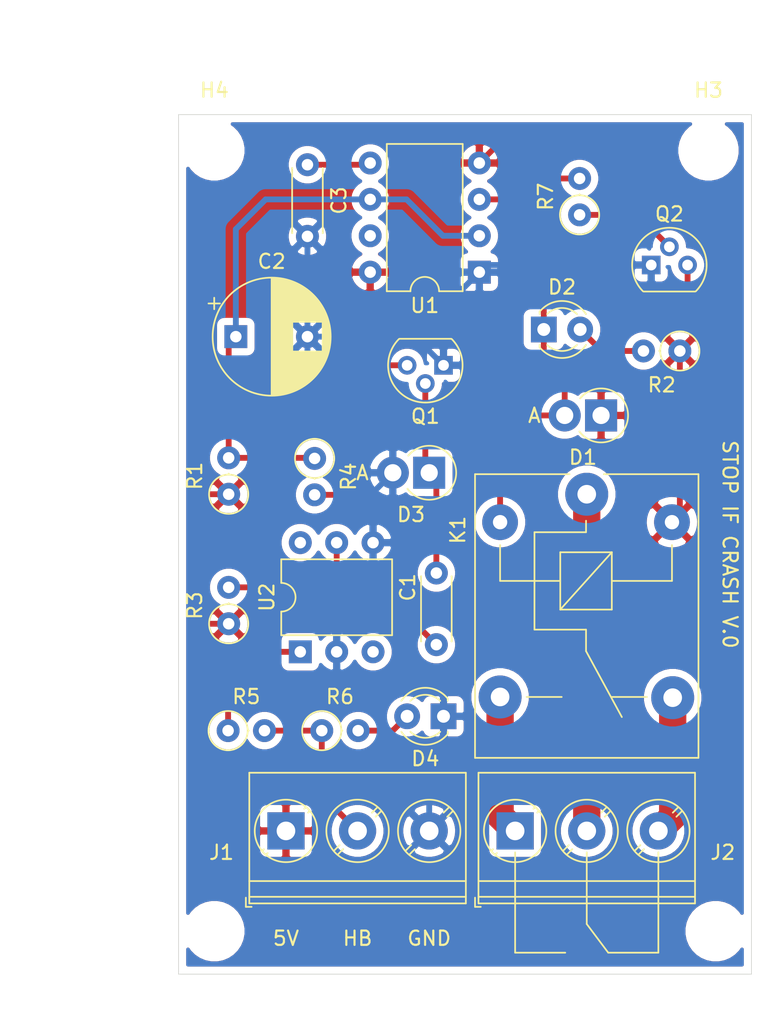
<source format=kicad_pcb>
(kicad_pcb (version 20171130) (host pcbnew "(5.1.9)-1")

  (general
    (thickness 1.6)
    (drawings 16)
    (tracks 104)
    (zones 0)
    (modules 25)
    (nets 18)
  )

  (page A4)
  (layers
    (0 F.Cu signal)
    (31 B.Cu signal)
    (32 B.Adhes user)
    (33 F.Adhes user)
    (34 B.Paste user)
    (35 F.Paste user)
    (36 B.SilkS user)
    (37 F.SilkS user)
    (38 B.Mask user)
    (39 F.Mask user)
    (40 Dwgs.User user)
    (41 Cmts.User user)
    (42 Eco1.User user)
    (43 Eco2.User user)
    (44 Edge.Cuts user)
    (45 Margin user)
    (46 B.CrtYd user)
    (47 F.CrtYd user)
    (48 B.Fab user)
    (49 F.Fab user hide)
  )

  (setup
    (last_trace_width 0.25)
    (user_trace_width 0.4064)
    (user_trace_width 1.27)
    (user_trace_width 1.905)
    (trace_clearance 0.2)
    (zone_clearance 0.508)
    (zone_45_only no)
    (trace_min 0.2)
    (via_size 0.8)
    (via_drill 0.4)
    (via_min_size 0.4)
    (via_min_drill 0.3)
    (uvia_size 0.3)
    (uvia_drill 0.1)
    (uvias_allowed no)
    (uvia_min_size 0.2)
    (uvia_min_drill 0.1)
    (edge_width 0.05)
    (segment_width 0.2)
    (pcb_text_width 0.3)
    (pcb_text_size 1.5 1.5)
    (mod_edge_width 0.12)
    (mod_text_size 1 1)
    (mod_text_width 0.15)
    (pad_size 1.524 1.524)
    (pad_drill 0.762)
    (pad_to_mask_clearance 0)
    (aux_axis_origin 0 0)
    (visible_elements 7FFFFFFF)
    (pcbplotparams
      (layerselection 0x010fc_ffffffff)
      (usegerberextensions false)
      (usegerberattributes false)
      (usegerberadvancedattributes false)
      (creategerberjobfile false)
      (excludeedgelayer true)
      (linewidth 0.100000)
      (plotframeref false)
      (viasonmask false)
      (mode 1)
      (useauxorigin false)
      (hpglpennumber 1)
      (hpglpenspeed 20)
      (hpglpendiameter 15.000000)
      (psnegative false)
      (psa4output false)
      (plotreference true)
      (plotvalue true)
      (plotinvisibletext false)
      (padsonsilk false)
      (subtractmaskfromsilk false)
      (outputformat 1)
      (mirror false)
      (drillshape 0)
      (scaleselection 1)
      (outputdirectory "gerber/"))
  )

  (net 0 "")
  (net 1 "Net-(C1-Pad2)")
  (net 2 "Net-(C1-Pad1)")
  (net 3 GND)
  (net 4 "Net-(C2-Pad1)")
  (net 5 "Net-(C3-Pad1)")
  (net 6 "Net-(D1-Pad2)")
  (net 7 +5V)
  (net 8 "Net-(D2-Pad2)")
  (net 9 "Net-(D4-Pad2)")
  (net 10 /Heartbit1)
  (net 11 /NC1)
  (net 12 /COM1)
  (net 13 /NO1)
  (net 14 "Net-(Q1-Pad3)")
  (net 15 "Net-(Q2-Pad2)")
  (net 16 "Net-(R5-Pad1)")
  (net 17 "Net-(R7-Pad2)")

  (net_class Default "This is the default net class."
    (clearance 0.2)
    (trace_width 0.25)
    (via_dia 0.8)
    (via_drill 0.4)
    (uvia_dia 0.3)
    (uvia_drill 0.1)
    (add_net +5V)
    (add_net /COM1)
    (add_net /Heartbit1)
    (add_net /NC1)
    (add_net /NO1)
    (add_net GND)
    (add_net "Net-(C1-Pad1)")
    (add_net "Net-(C1-Pad2)")
    (add_net "Net-(C2-Pad1)")
    (add_net "Net-(C3-Pad1)")
    (add_net "Net-(D1-Pad2)")
    (add_net "Net-(D2-Pad2)")
    (add_net "Net-(D4-Pad2)")
    (add_net "Net-(Q1-Pad3)")
    (add_net "Net-(Q2-Pad2)")
    (add_net "Net-(R5-Pad1)")
    (add_net "Net-(R7-Pad2)")
  )

  (module MountingHole:MountingHole_3.2mm_M3 (layer F.Cu) (tedit 56D1B4CB) (tstamp 652BD218)
    (at 155.5 63.5)
    (descr "Mounting Hole 3.2mm, no annular, M3")
    (tags "mounting hole 3.2mm no annular m3")
    (path /652F4460)
    (attr virtual)
    (fp_text reference H4 (at 0 -4.2) (layer F.SilkS)
      (effects (font (size 1 1) (thickness 0.15)))
    )
    (fp_text value MountingHole (at 0 4.2) (layer F.Fab)
      (effects (font (size 1 1) (thickness 0.15)))
    )
    (fp_circle (center 0 0) (end 3.45 0) (layer F.CrtYd) (width 0.05))
    (fp_circle (center 0 0) (end 3.2 0) (layer Cmts.User) (width 0.15))
    (fp_text user %R (at 0.3 0) (layer F.Fab)
      (effects (font (size 1 1) (thickness 0.15)))
    )
    (pad 1 np_thru_hole circle (at 0 0) (size 3.2 3.2) (drill 3.2) (layers *.Cu *.Mask))
  )

  (module MountingHole:MountingHole_3.2mm_M3 (layer F.Cu) (tedit 56D1B4CB) (tstamp 652BD210)
    (at 190 63.5)
    (descr "Mounting Hole 3.2mm, no annular, M3")
    (tags "mounting hole 3.2mm no annular m3")
    (path /652F2E64)
    (attr virtual)
    (fp_text reference H3 (at 0 -4.2) (layer F.SilkS)
      (effects (font (size 1 1) (thickness 0.15)))
    )
    (fp_text value MountingHole (at 0 4.2) (layer F.Fab)
      (effects (font (size 1 1) (thickness 0.15)))
    )
    (fp_circle (center 0 0) (end 3.45 0) (layer F.CrtYd) (width 0.05))
    (fp_circle (center 0 0) (end 3.2 0) (layer Cmts.User) (width 0.15))
    (fp_text user %R (at 0.3 0) (layer F.Fab)
      (effects (font (size 1 1) (thickness 0.15)))
    )
    (pad 1 np_thru_hole circle (at 0 0) (size 3.2 3.2) (drill 3.2) (layers *.Cu *.Mask))
  )

  (module MountingHole:MountingHole_3.2mm_M3 (layer F.Cu) (tedit 56D1B4CB) (tstamp 652BD208)
    (at 190.5 118)
    (descr "Mounting Hole 3.2mm, no annular, M3")
    (tags "mounting hole 3.2mm no annular m3")
    (path /652F1887)
    (attr virtual)
    (fp_text reference H2 (at 0 0) (layer F.SilkS)
      (effects (font (size 1 1) (thickness 0.15)))
    )
    (fp_text value MountingHole (at 0 4.2) (layer F.Fab)
      (effects (font (size 1 1) (thickness 0.15)))
    )
    (fp_circle (center 0 0) (end 3.45 0) (layer F.CrtYd) (width 0.05))
    (fp_circle (center 0 0) (end 3.2 0) (layer Cmts.User) (width 0.15))
    (fp_text user %R (at 0.3 0) (layer F.Fab)
      (effects (font (size 1 1) (thickness 0.15)))
    )
    (pad 1 np_thru_hole circle (at 0 0) (size 3.2 3.2) (drill 3.2) (layers *.Cu *.Mask))
  )

  (module MountingHole:MountingHole_3.2mm_M3 (layer F.Cu) (tedit 56D1B4CB) (tstamp 652BD4FF)
    (at 155.5 118)
    (descr "Mounting Hole 3.2mm, no annular, M3")
    (tags "mounting hole 3.2mm no annular m3")
    (path /652EFFF7)
    (attr virtual)
    (fp_text reference H1 (at 0 0) (layer F.SilkS)
      (effects (font (size 1 1) (thickness 0.15)))
    )
    (fp_text value MountingHole (at 0 4.2) (layer F.Fab)
      (effects (font (size 1 1) (thickness 0.15)))
    )
    (fp_circle (center 0 0) (end 3.45 0) (layer F.CrtYd) (width 0.05))
    (fp_circle (center 0 0) (end 3.2 0) (layer Cmts.User) (width 0.15))
    (fp_text user %R (at 0.3 0) (layer F.Fab)
      (effects (font (size 1 1) (thickness 0.15)))
    )
    (pad 1 np_thru_hole circle (at 0 0) (size 3.2 3.2) (drill 3.2) (layers *.Cu *.Mask))
  )

  (module Relay_THT:Relay_SPDT_SANYOU_SRD_Series_Form_C (layer F.Cu) (tedit 58FA3148) (tstamp 652B5B1D)
    (at 181.5 87.5 270)
    (descr "relay Sanyou SRD series Form C http://www.sanyourelay.ca/public/products/pdf/SRD.pdf")
    (tags "relay Sanyu SRD form C")
    (path /652B2C84)
    (fp_text reference K1 (at 2.5 9 90) (layer F.SilkS)
      (effects (font (size 1 1) (thickness 0.15)))
    )
    (fp_text value SANYOU_SRD_Form_C (at 8 -9.6 90) (layer F.Fab)
      (effects (font (size 1 1) (thickness 0.15)))
    )
    (fp_line (start -1.4 1.2) (end -1.4 7.8) (layer F.SilkS) (width 0.12))
    (fp_line (start -1.4 -7.8) (end -1.4 -1.2) (layer F.SilkS) (width 0.12))
    (fp_line (start -1.4 -7.8) (end 18.4 -7.8) (layer F.SilkS) (width 0.12))
    (fp_line (start 18.4 -7.8) (end 18.4 7.8) (layer F.SilkS) (width 0.12))
    (fp_line (start 18.4 7.8) (end -1.4 7.8) (layer F.SilkS) (width 0.12))
    (fp_line (start -1.3 -7.7) (end 18.3 -7.7) (layer F.Fab) (width 0.12))
    (fp_line (start 18.3 -7.7) (end 18.3 7.7) (layer F.Fab) (width 0.12))
    (fp_line (start 18.3 7.7) (end -1.3 7.7) (layer F.Fab) (width 0.12))
    (fp_line (start -1.3 7.7) (end -1.3 -7.7) (layer F.Fab) (width 0.12))
    (fp_line (start 18.55 -7.95) (end -1.55 -7.95) (layer F.CrtYd) (width 0.05))
    (fp_line (start -1.55 7.95) (end -1.55 -7.95) (layer F.CrtYd) (width 0.05))
    (fp_line (start 18.55 -7.95) (end 18.55 7.95) (layer F.CrtYd) (width 0.05))
    (fp_line (start -1.55 7.95) (end 18.55 7.95) (layer F.CrtYd) (width 0.05))
    (fp_line (start 14.15 4.2) (end 14.15 1.75) (layer F.SilkS) (width 0.12))
    (fp_line (start 14.15 -4.2) (end 14.15 -1.7) (layer F.SilkS) (width 0.12))
    (fp_line (start 3.55 6.05) (end 6.05 6.05) (layer F.SilkS) (width 0.12))
    (fp_line (start 2.65 0.05) (end 1.85 0.05) (layer F.SilkS) (width 0.12))
    (fp_line (start 6.05 -5.95) (end 3.55 -5.95) (layer F.SilkS) (width 0.12))
    (fp_line (start 9.45 0.05) (end 10.95 0.05) (layer F.SilkS) (width 0.12))
    (fp_line (start 10.95 0.05) (end 15.55 -2.45) (layer F.SilkS) (width 0.12))
    (fp_line (start 9.45 3.65) (end 2.65 3.65) (layer F.SilkS) (width 0.12))
    (fp_line (start 9.45 0.05) (end 9.45 3.65) (layer F.SilkS) (width 0.12))
    (fp_line (start 2.65 0.05) (end 2.65 3.65) (layer F.SilkS) (width 0.12))
    (fp_line (start 6.05 -5.95) (end 6.05 -1.75) (layer F.SilkS) (width 0.12))
    (fp_line (start 6.05 1.85) (end 6.05 6.05) (layer F.SilkS) (width 0.12))
    (fp_line (start 8.05 1.85) (end 4.05 -1.75) (layer F.SilkS) (width 0.12))
    (fp_line (start 4.05 1.85) (end 4.05 -1.75) (layer F.SilkS) (width 0.12))
    (fp_line (start 4.05 -1.75) (end 8.05 -1.75) (layer F.SilkS) (width 0.12))
    (fp_line (start 8.05 -1.75) (end 8.05 1.85) (layer F.SilkS) (width 0.12))
    (fp_line (start 8.05 1.85) (end 4.05 1.85) (layer F.SilkS) (width 0.12))
    (fp_text user %R (at 7.1 0.025 90) (layer F.Fab)
      (effects (font (size 1 1) (thickness 0.15)))
    )
    (fp_text user 1 (at 0 -2.3 90) (layer F.Fab)
      (effects (font (size 1 1) (thickness 0.15)))
    )
    (pad 1 thru_hole circle (at 0 0) (size 3 3) (drill 1.3) (layers *.Cu *.Mask)
      (net 12 /COM1))
    (pad 5 thru_hole circle (at 1.95 -5.95) (size 2.5 2.5) (drill 1) (layers *.Cu *.Mask)
      (net 7 +5V))
    (pad 4 thru_hole circle (at 14.2 -6) (size 3 3) (drill 1.3) (layers *.Cu *.Mask)
      (net 11 /NC1))
    (pad 3 thru_hole circle (at 14.15 6.05) (size 3 3) (drill 1.3) (layers *.Cu *.Mask)
      (net 13 /NO1))
    (pad 2 thru_hole circle (at 1.95 6.05) (size 2.5 2.5) (drill 1) (layers *.Cu *.Mask)
      (net 6 "Net-(D1-Pad2)"))
    (model ${KISYS3DMOD}/Relay_THT.3dshapes/Relay_SPDT_SANYOU_SRD_Series_Form_C.wrl
      (at (xyz 0 0 0))
      (scale (xyz 1 1 1))
      (rotate (xyz 0 0 0))
    )
  )

  (module Package_DIP:DIP-6_W7.62mm (layer F.Cu) (tedit 5A02E8C5) (tstamp 652B490C)
    (at 161.5 98.5 90)
    (descr "6-lead though-hole mounted DIP package, row spacing 7.62 mm (300 mils)")
    (tags "THT DIP DIL PDIP 2.54mm 7.62mm 300mil")
    (path /650F7672)
    (fp_text reference U2 (at 3.81 -2.33 90) (layer F.SilkS)
      (effects (font (size 1 1) (thickness 0.15)))
    )
    (fp_text value 4N35 (at 3.81 7.41 90) (layer F.Fab)
      (effects (font (size 1 1) (thickness 0.15)))
    )
    (fp_line (start 8.7 -1.55) (end -1.1 -1.55) (layer F.CrtYd) (width 0.05))
    (fp_line (start 8.7 6.6) (end 8.7 -1.55) (layer F.CrtYd) (width 0.05))
    (fp_line (start -1.1 6.6) (end 8.7 6.6) (layer F.CrtYd) (width 0.05))
    (fp_line (start -1.1 -1.55) (end -1.1 6.6) (layer F.CrtYd) (width 0.05))
    (fp_line (start 6.46 -1.33) (end 4.81 -1.33) (layer F.SilkS) (width 0.12))
    (fp_line (start 6.46 6.41) (end 6.46 -1.33) (layer F.SilkS) (width 0.12))
    (fp_line (start 1.16 6.41) (end 6.46 6.41) (layer F.SilkS) (width 0.12))
    (fp_line (start 1.16 -1.33) (end 1.16 6.41) (layer F.SilkS) (width 0.12))
    (fp_line (start 2.81 -1.33) (end 1.16 -1.33) (layer F.SilkS) (width 0.12))
    (fp_line (start 0.635 -0.27) (end 1.635 -1.27) (layer F.Fab) (width 0.1))
    (fp_line (start 0.635 6.35) (end 0.635 -0.27) (layer F.Fab) (width 0.1))
    (fp_line (start 6.985 6.35) (end 0.635 6.35) (layer F.Fab) (width 0.1))
    (fp_line (start 6.985 -1.27) (end 6.985 6.35) (layer F.Fab) (width 0.1))
    (fp_line (start 1.635 -1.27) (end 6.985 -1.27) (layer F.Fab) (width 0.1))
    (fp_text user %R (at 3.81 2.54 90) (layer F.Fab)
      (effects (font (size 1 1) (thickness 0.15)))
    )
    (fp_arc (start 3.81 -1.33) (end 2.81 -1.33) (angle -180) (layer F.SilkS) (width 0.12))
    (pad 6 thru_hole oval (at 7.62 0 90) (size 1.6 1.6) (drill 0.8) (layers *.Cu *.Mask))
    (pad 3 thru_hole oval (at 0 5.08 90) (size 1.6 1.6) (drill 0.8) (layers *.Cu *.Mask))
    (pad 5 thru_hole oval (at 7.62 2.54 90) (size 1.6 1.6) (drill 0.8) (layers *.Cu *.Mask)
      (net 1 "Net-(C1-Pad2)"))
    (pad 2 thru_hole oval (at 0 2.54 90) (size 1.6 1.6) (drill 0.8) (layers *.Cu *.Mask)
      (net 3 GND))
    (pad 4 thru_hole oval (at 7.62 5.08 90) (size 1.6 1.6) (drill 0.8) (layers *.Cu *.Mask)
      (net 3 GND))
    (pad 1 thru_hole rect (at 0 0 90) (size 1.6 1.6) (drill 0.8) (layers *.Cu *.Mask)
      (net 16 "Net-(R5-Pad1)"))
    (model ${KISYS3DMOD}/Package_DIP.3dshapes/DIP-6_W7.62mm.wrl
      (at (xyz 0 0 0))
      (scale (xyz 1 1 1))
      (rotate (xyz 0 0 0))
    )
  )

  (module Package_DIP:DIP-8_W7.62mm (layer F.Cu) (tedit 5A02E8C5) (tstamp 652B48F2)
    (at 174 72 180)
    (descr "8-lead though-hole mounted DIP package, row spacing 7.62 mm (300 mils)")
    (tags "THT DIP DIL PDIP 2.54mm 7.62mm 300mil")
    (path /650FECAF)
    (fp_text reference U1 (at 3.81 -2.33) (layer F.SilkS)
      (effects (font (size 1 1) (thickness 0.15)))
    )
    (fp_text value NE555D (at 3.81 9.95) (layer F.Fab)
      (effects (font (size 1 1) (thickness 0.15)))
    )
    (fp_line (start 8.7 -1.55) (end -1.1 -1.55) (layer F.CrtYd) (width 0.05))
    (fp_line (start 8.7 9.15) (end 8.7 -1.55) (layer F.CrtYd) (width 0.05))
    (fp_line (start -1.1 9.15) (end 8.7 9.15) (layer F.CrtYd) (width 0.05))
    (fp_line (start -1.1 -1.55) (end -1.1 9.15) (layer F.CrtYd) (width 0.05))
    (fp_line (start 6.46 -1.33) (end 4.81 -1.33) (layer F.SilkS) (width 0.12))
    (fp_line (start 6.46 8.95) (end 6.46 -1.33) (layer F.SilkS) (width 0.12))
    (fp_line (start 1.16 8.95) (end 6.46 8.95) (layer F.SilkS) (width 0.12))
    (fp_line (start 1.16 -1.33) (end 1.16 8.95) (layer F.SilkS) (width 0.12))
    (fp_line (start 2.81 -1.33) (end 1.16 -1.33) (layer F.SilkS) (width 0.12))
    (fp_line (start 0.635 -0.27) (end 1.635 -1.27) (layer F.Fab) (width 0.1))
    (fp_line (start 0.635 8.89) (end 0.635 -0.27) (layer F.Fab) (width 0.1))
    (fp_line (start 6.985 8.89) (end 0.635 8.89) (layer F.Fab) (width 0.1))
    (fp_line (start 6.985 -1.27) (end 6.985 8.89) (layer F.Fab) (width 0.1))
    (fp_line (start 1.635 -1.27) (end 6.985 -1.27) (layer F.Fab) (width 0.1))
    (fp_text user %R (at 3.81 3.81) (layer F.Fab)
      (effects (font (size 1 1) (thickness 0.15)))
    )
    (fp_arc (start 3.81 -1.33) (end 2.81 -1.33) (angle -180) (layer F.SilkS) (width 0.12))
    (pad 8 thru_hole oval (at 7.62 0 180) (size 1.6 1.6) (drill 0.8) (layers *.Cu *.Mask)
      (net 7 +5V))
    (pad 4 thru_hole oval (at 0 7.62 180) (size 1.6 1.6) (drill 0.8) (layers *.Cu *.Mask)
      (net 7 +5V))
    (pad 7 thru_hole oval (at 7.62 2.54 180) (size 1.6 1.6) (drill 0.8) (layers *.Cu *.Mask))
    (pad 3 thru_hole oval (at 0 5.08 180) (size 1.6 1.6) (drill 0.8) (layers *.Cu *.Mask)
      (net 17 "Net-(R7-Pad2)"))
    (pad 6 thru_hole oval (at 7.62 5.08 180) (size 1.6 1.6) (drill 0.8) (layers *.Cu *.Mask)
      (net 4 "Net-(C2-Pad1)"))
    (pad 2 thru_hole oval (at 0 2.54 180) (size 1.6 1.6) (drill 0.8) (layers *.Cu *.Mask)
      (net 4 "Net-(C2-Pad1)"))
    (pad 5 thru_hole oval (at 7.62 7.62 180) (size 1.6 1.6) (drill 0.8) (layers *.Cu *.Mask)
      (net 5 "Net-(C3-Pad1)"))
    (pad 1 thru_hole rect (at 0 0 180) (size 1.6 1.6) (drill 0.8) (layers *.Cu *.Mask)
      (net 3 GND))
    (model ${KISYS3DMOD}/Package_DIP.3dshapes/DIP-8_W7.62mm.wrl
      (at (xyz 0 0 0))
      (scale (xyz 1 1 1))
      (rotate (xyz 0 0 0))
    )
  )

  (module Resistor_THT:R_Axial_DIN0207_L6.3mm_D2.5mm_P2.54mm_Vertical (layer F.Cu) (tedit 5AE5139B) (tstamp 652B48BA)
    (at 181 68 90)
    (descr "Resistor, Axial_DIN0207 series, Axial, Vertical, pin pitch=2.54mm, 0.25W = 1/4W, length*diameter=6.3*2.5mm^2, http://cdn-reichelt.de/documents/datenblatt/B400/1_4W%23YAG.pdf")
    (tags "Resistor Axial_DIN0207 series Axial Vertical pin pitch 2.54mm 0.25W = 1/4W length 6.3mm diameter 2.5mm")
    (path /6511554C)
    (fp_text reference R7 (at 1.27 -2.37 90) (layer F.SilkS)
      (effects (font (size 1 1) (thickness 0.15)))
    )
    (fp_text value 470 (at 1.27 2.37 90) (layer F.Fab)
      (effects (font (size 1 1) (thickness 0.15)))
    )
    (fp_line (start 3.59 -1.5) (end -1.5 -1.5) (layer F.CrtYd) (width 0.05))
    (fp_line (start 3.59 1.5) (end 3.59 -1.5) (layer F.CrtYd) (width 0.05))
    (fp_line (start -1.5 1.5) (end 3.59 1.5) (layer F.CrtYd) (width 0.05))
    (fp_line (start -1.5 -1.5) (end -1.5 1.5) (layer F.CrtYd) (width 0.05))
    (fp_line (start 1.37 0) (end 1.44 0) (layer F.SilkS) (width 0.12))
    (fp_line (start 0 0) (end 2.54 0) (layer F.Fab) (width 0.1))
    (fp_circle (center 0 0) (end 1.37 0) (layer F.SilkS) (width 0.12))
    (fp_circle (center 0 0) (end 1.25 0) (layer F.Fab) (width 0.1))
    (fp_text user %R (at 1.27 -2.37 90) (layer F.Fab)
      (effects (font (size 1 1) (thickness 0.15)))
    )
    (pad 2 thru_hole oval (at 2.54 0 90) (size 1.6 1.6) (drill 0.8) (layers *.Cu *.Mask)
      (net 17 "Net-(R7-Pad2)"))
    (pad 1 thru_hole circle (at 0 0 90) (size 1.6 1.6) (drill 0.8) (layers *.Cu *.Mask)
      (net 15 "Net-(Q2-Pad2)"))
    (model ${KISYS3DMOD}/Resistor_THT.3dshapes/R_Axial_DIN0207_L6.3mm_D2.5mm_P2.54mm_Vertical.wrl
      (at (xyz 0 0 0))
      (scale (xyz 1 1 1))
      (rotate (xyz 0 0 0))
    )
  )

  (module Resistor_THT:R_Axial_DIN0207_L6.3mm_D2.5mm_P2.54mm_Vertical (layer F.Cu) (tedit 5AE5139B) (tstamp 652B48AB)
    (at 163 104)
    (descr "Resistor, Axial_DIN0207 series, Axial, Vertical, pin pitch=2.54mm, 0.25W = 1/4W, length*diameter=6.3*2.5mm^2, http://cdn-reichelt.de/documents/datenblatt/B400/1_4W%23YAG.pdf")
    (tags "Resistor Axial_DIN0207 series Axial Vertical pin pitch 2.54mm 0.25W = 1/4W length 6.3mm diameter 2.5mm")
    (path /650F637A)
    (fp_text reference R6 (at 1.27 -2.37) (layer F.SilkS)
      (effects (font (size 1 1) (thickness 0.15)))
    )
    (fp_text value 330 (at 1.27 2.37) (layer F.Fab)
      (effects (font (size 1 1) (thickness 0.15)))
    )
    (fp_line (start 3.59 -1.5) (end -1.5 -1.5) (layer F.CrtYd) (width 0.05))
    (fp_line (start 3.59 1.5) (end 3.59 -1.5) (layer F.CrtYd) (width 0.05))
    (fp_line (start -1.5 1.5) (end 3.59 1.5) (layer F.CrtYd) (width 0.05))
    (fp_line (start -1.5 -1.5) (end -1.5 1.5) (layer F.CrtYd) (width 0.05))
    (fp_line (start 1.37 0) (end 1.44 0) (layer F.SilkS) (width 0.12))
    (fp_line (start 0 0) (end 2.54 0) (layer F.Fab) (width 0.1))
    (fp_circle (center 0 0) (end 1.37 0) (layer F.SilkS) (width 0.12))
    (fp_circle (center 0 0) (end 1.25 0) (layer F.Fab) (width 0.1))
    (fp_text user %R (at 1.27 -2.37) (layer F.Fab)
      (effects (font (size 1 1) (thickness 0.15)))
    )
    (pad 2 thru_hole oval (at 2.54 0) (size 1.6 1.6) (drill 0.8) (layers *.Cu *.Mask)
      (net 9 "Net-(D4-Pad2)"))
    (pad 1 thru_hole circle (at 0 0) (size 1.6 1.6) (drill 0.8) (layers *.Cu *.Mask)
      (net 10 /Heartbit1))
    (model ${KISYS3DMOD}/Resistor_THT.3dshapes/R_Axial_DIN0207_L6.3mm_D2.5mm_P2.54mm_Vertical.wrl
      (at (xyz 0 0 0))
      (scale (xyz 1 1 1))
      (rotate (xyz 0 0 0))
    )
  )

  (module Resistor_THT:R_Axial_DIN0207_L6.3mm_D2.5mm_P2.54mm_Vertical (layer F.Cu) (tedit 5AE5139B) (tstamp 652B489C)
    (at 156.46 104)
    (descr "Resistor, Axial_DIN0207 series, Axial, Vertical, pin pitch=2.54mm, 0.25W = 1/4W, length*diameter=6.3*2.5mm^2, http://cdn-reichelt.de/documents/datenblatt/B400/1_4W%23YAG.pdf")
    (tags "Resistor Axial_DIN0207 series Axial Vertical pin pitch 2.54mm 0.25W = 1/4W length 6.3mm diameter 2.5mm")
    (path /650F5B69)
    (fp_text reference R5 (at 1.27 -2.37) (layer F.SilkS)
      (effects (font (size 1 1) (thickness 0.15)))
    )
    (fp_text value 270 (at 1.27 2.37) (layer F.Fab)
      (effects (font (size 1 1) (thickness 0.15)))
    )
    (fp_line (start 3.59 -1.5) (end -1.5 -1.5) (layer F.CrtYd) (width 0.05))
    (fp_line (start 3.59 1.5) (end 3.59 -1.5) (layer F.CrtYd) (width 0.05))
    (fp_line (start -1.5 1.5) (end 3.59 1.5) (layer F.CrtYd) (width 0.05))
    (fp_line (start -1.5 -1.5) (end -1.5 1.5) (layer F.CrtYd) (width 0.05))
    (fp_line (start 1.37 0) (end 1.44 0) (layer F.SilkS) (width 0.12))
    (fp_line (start 0 0) (end 2.54 0) (layer F.Fab) (width 0.1))
    (fp_circle (center 0 0) (end 1.37 0) (layer F.SilkS) (width 0.12))
    (fp_circle (center 0 0) (end 1.25 0) (layer F.Fab) (width 0.1))
    (fp_text user %R (at 1.27 -2.37) (layer F.Fab)
      (effects (font (size 1 1) (thickness 0.15)))
    )
    (pad 2 thru_hole oval (at 2.54 0) (size 1.6 1.6) (drill 0.8) (layers *.Cu *.Mask)
      (net 10 /Heartbit1))
    (pad 1 thru_hole circle (at 0 0) (size 1.6 1.6) (drill 0.8) (layers *.Cu *.Mask)
      (net 16 "Net-(R5-Pad1)"))
    (model ${KISYS3DMOD}/Resistor_THT.3dshapes/R_Axial_DIN0207_L6.3mm_D2.5mm_P2.54mm_Vertical.wrl
      (at (xyz 0 0 0))
      (scale (xyz 1 1 1))
      (rotate (xyz 0 0 0))
    )
  )

  (module Resistor_THT:R_Axial_DIN0207_L6.3mm_D2.5mm_P2.54mm_Vertical (layer F.Cu) (tedit 5AE5139B) (tstamp 652B488D)
    (at 162.5 85 270)
    (descr "Resistor, Axial_DIN0207 series, Axial, Vertical, pin pitch=2.54mm, 0.25W = 1/4W, length*diameter=6.3*2.5mm^2, http://cdn-reichelt.de/documents/datenblatt/B400/1_4W%23YAG.pdf")
    (tags "Resistor Axial_DIN0207 series Axial Vertical pin pitch 2.54mm 0.25W = 1/4W length 6.3mm diameter 2.5mm")
    (path /651009C0)
    (fp_text reference R4 (at 1.27 -2.37 90) (layer F.SilkS)
      (effects (font (size 1 1) (thickness 0.15)))
    )
    (fp_text value 10 (at 1.27 2.37 90) (layer F.Fab)
      (effects (font (size 1 1) (thickness 0.15)))
    )
    (fp_line (start 3.59 -1.5) (end -1.5 -1.5) (layer F.CrtYd) (width 0.05))
    (fp_line (start 3.59 1.5) (end 3.59 -1.5) (layer F.CrtYd) (width 0.05))
    (fp_line (start -1.5 1.5) (end 3.59 1.5) (layer F.CrtYd) (width 0.05))
    (fp_line (start -1.5 -1.5) (end -1.5 1.5) (layer F.CrtYd) (width 0.05))
    (fp_line (start 1.37 0) (end 1.44 0) (layer F.SilkS) (width 0.12))
    (fp_line (start 0 0) (end 2.54 0) (layer F.Fab) (width 0.1))
    (fp_circle (center 0 0) (end 1.37 0) (layer F.SilkS) (width 0.12))
    (fp_circle (center 0 0) (end 1.25 0) (layer F.Fab) (width 0.1))
    (fp_text user %R (at 1.27 -2.37 90) (layer F.Fab)
      (effects (font (size 1 1) (thickness 0.15)))
    )
    (pad 2 thru_hole oval (at 2.54 0 270) (size 1.6 1.6) (drill 0.8) (layers *.Cu *.Mask)
      (net 14 "Net-(Q1-Pad3)"))
    (pad 1 thru_hole circle (at 0 0 270) (size 1.6 1.6) (drill 0.8) (layers *.Cu *.Mask)
      (net 4 "Net-(C2-Pad1)"))
    (model ${KISYS3DMOD}/Resistor_THT.3dshapes/R_Axial_DIN0207_L6.3mm_D2.5mm_P2.54mm_Vertical.wrl
      (at (xyz 0 0 0))
      (scale (xyz 1 1 1))
      (rotate (xyz 0 0 0))
    )
  )

  (module Resistor_THT:R_Axial_DIN0207_L6.3mm_D2.5mm_P2.54mm_Vertical (layer F.Cu) (tedit 5AE5139B) (tstamp 652B487E)
    (at 156.5 96.54 90)
    (descr "Resistor, Axial_DIN0207 series, Axial, Vertical, pin pitch=2.54mm, 0.25W = 1/4W, length*diameter=6.3*2.5mm^2, http://cdn-reichelt.de/documents/datenblatt/B400/1_4W%23YAG.pdf")
    (tags "Resistor Axial_DIN0207 series Axial Vertical pin pitch 2.54mm 0.25W = 1/4W length 6.3mm diameter 2.5mm")
    (path /650FA909)
    (fp_text reference R3 (at 1.27 -2.37 90) (layer F.SilkS)
      (effects (font (size 1 1) (thickness 0.15)))
    )
    (fp_text value 1K (at 1.27 2.37 90) (layer F.Fab)
      (effects (font (size 1 1) (thickness 0.15)))
    )
    (fp_line (start 3.59 -1.5) (end -1.5 -1.5) (layer F.CrtYd) (width 0.05))
    (fp_line (start 3.59 1.5) (end 3.59 -1.5) (layer F.CrtYd) (width 0.05))
    (fp_line (start -1.5 1.5) (end 3.59 1.5) (layer F.CrtYd) (width 0.05))
    (fp_line (start -1.5 -1.5) (end -1.5 1.5) (layer F.CrtYd) (width 0.05))
    (fp_line (start 1.37 0) (end 1.44 0) (layer F.SilkS) (width 0.12))
    (fp_line (start 0 0) (end 2.54 0) (layer F.Fab) (width 0.1))
    (fp_circle (center 0 0) (end 1.37 0) (layer F.SilkS) (width 0.12))
    (fp_circle (center 0 0) (end 1.25 0) (layer F.Fab) (width 0.1))
    (fp_text user %R (at 1.27 -2.37 90) (layer F.Fab)
      (effects (font (size 1 1) (thickness 0.15)))
    )
    (pad 2 thru_hole oval (at 2.54 0 90) (size 1.6 1.6) (drill 0.8) (layers *.Cu *.Mask)
      (net 1 "Net-(C1-Pad2)"))
    (pad 1 thru_hole circle (at 0 0 90) (size 1.6 1.6) (drill 0.8) (layers *.Cu *.Mask)
      (net 7 +5V))
    (model ${KISYS3DMOD}/Resistor_THT.3dshapes/R_Axial_DIN0207_L6.3mm_D2.5mm_P2.54mm_Vertical.wrl
      (at (xyz 0 0 0))
      (scale (xyz 1 1 1))
      (rotate (xyz 0 0 0))
    )
  )

  (module Resistor_THT:R_Axial_DIN0207_L6.3mm_D2.5mm_P2.54mm_Vertical (layer F.Cu) (tedit 5AE5139B) (tstamp 652B486F)
    (at 188 77.5 180)
    (descr "Resistor, Axial_DIN0207 series, Axial, Vertical, pin pitch=2.54mm, 0.25W = 1/4W, length*diameter=6.3*2.5mm^2, http://cdn-reichelt.de/documents/datenblatt/B400/1_4W%23YAG.pdf")
    (tags "Resistor Axial_DIN0207 series Axial Vertical pin pitch 2.54mm 0.25W = 1/4W length 6.3mm diameter 2.5mm")
    (path /651278F5)
    (fp_text reference R2 (at 1.27 -2.37) (layer F.SilkS)
      (effects (font (size 1 1) (thickness 0.15)))
    )
    (fp_text value 330 (at 1.27 2.37) (layer F.Fab)
      (effects (font (size 1 1) (thickness 0.15)))
    )
    (fp_line (start 3.59 -1.5) (end -1.5 -1.5) (layer F.CrtYd) (width 0.05))
    (fp_line (start 3.59 1.5) (end 3.59 -1.5) (layer F.CrtYd) (width 0.05))
    (fp_line (start -1.5 1.5) (end 3.59 1.5) (layer F.CrtYd) (width 0.05))
    (fp_line (start -1.5 -1.5) (end -1.5 1.5) (layer F.CrtYd) (width 0.05))
    (fp_line (start 1.37 0) (end 1.44 0) (layer F.SilkS) (width 0.12))
    (fp_line (start 0 0) (end 2.54 0) (layer F.Fab) (width 0.1))
    (fp_circle (center 0 0) (end 1.37 0) (layer F.SilkS) (width 0.12))
    (fp_circle (center 0 0) (end 1.25 0) (layer F.Fab) (width 0.1))
    (fp_text user %R (at 1.27 -2.37) (layer F.Fab)
      (effects (font (size 1 1) (thickness 0.15)))
    )
    (pad 2 thru_hole oval (at 2.54 0 180) (size 1.6 1.6) (drill 0.8) (layers *.Cu *.Mask)
      (net 8 "Net-(D2-Pad2)"))
    (pad 1 thru_hole circle (at 0 0 180) (size 1.6 1.6) (drill 0.8) (layers *.Cu *.Mask)
      (net 7 +5V))
    (model ${KISYS3DMOD}/Resistor_THT.3dshapes/R_Axial_DIN0207_L6.3mm_D2.5mm_P2.54mm_Vertical.wrl
      (at (xyz 0 0 0))
      (scale (xyz 1 1 1))
      (rotate (xyz 0 0 0))
    )
  )

  (module Resistor_THT:R_Axial_DIN0207_L6.3mm_D2.5mm_P2.54mm_Vertical (layer F.Cu) (tedit 5AE5139B) (tstamp 652B4860)
    (at 156.5 87.5 90)
    (descr "Resistor, Axial_DIN0207 series, Axial, Vertical, pin pitch=2.54mm, 0.25W = 1/4W, length*diameter=6.3*2.5mm^2, http://cdn-reichelt.de/documents/datenblatt/B400/1_4W%23YAG.pdf")
    (tags "Resistor Axial_DIN0207 series Axial Vertical pin pitch 2.54mm 0.25W = 1/4W length 6.3mm diameter 2.5mm")
    (path /65100C47)
    (fp_text reference R1 (at 1.27 -2.37 90) (layer F.SilkS)
      (effects (font (size 1 1) (thickness 0.15)))
    )
    (fp_text value 47k (at 1.27 2.37 90) (layer F.Fab)
      (effects (font (size 1 1) (thickness 0.15)))
    )
    (fp_line (start 3.59 -1.5) (end -1.5 -1.5) (layer F.CrtYd) (width 0.05))
    (fp_line (start 3.59 1.5) (end 3.59 -1.5) (layer F.CrtYd) (width 0.05))
    (fp_line (start -1.5 1.5) (end 3.59 1.5) (layer F.CrtYd) (width 0.05))
    (fp_line (start -1.5 -1.5) (end -1.5 1.5) (layer F.CrtYd) (width 0.05))
    (fp_line (start 1.37 0) (end 1.44 0) (layer F.SilkS) (width 0.12))
    (fp_line (start 0 0) (end 2.54 0) (layer F.Fab) (width 0.1))
    (fp_circle (center 0 0) (end 1.37 0) (layer F.SilkS) (width 0.12))
    (fp_circle (center 0 0) (end 1.25 0) (layer F.Fab) (width 0.1))
    (fp_text user %R (at 1.27 -2.37 90) (layer F.Fab)
      (effects (font (size 1 1) (thickness 0.15)))
    )
    (pad 2 thru_hole oval (at 2.54 0 90) (size 1.6 1.6) (drill 0.8) (layers *.Cu *.Mask)
      (net 4 "Net-(C2-Pad1)"))
    (pad 1 thru_hole circle (at 0 0 90) (size 1.6 1.6) (drill 0.8) (layers *.Cu *.Mask)
      (net 7 +5V))
    (model ${KISYS3DMOD}/Resistor_THT.3dshapes/R_Axial_DIN0207_L6.3mm_D2.5mm_P2.54mm_Vertical.wrl
      (at (xyz 0 0 0))
      (scale (xyz 1 1 1))
      (rotate (xyz 0 0 0))
    )
  )

  (module Package_TO_SOT_THT:TO-92 (layer F.Cu) (tedit 5A279852) (tstamp 652B4851)
    (at 186 71.5)
    (descr "TO-92 leads molded, narrow, drill 0.75mm (see NXP sot054_po.pdf)")
    (tags "to-92 sc-43 sc-43a sot54 PA33 transistor")
    (path /65109E06)
    (fp_text reference Q2 (at 1.27 -3.56) (layer F.SilkS)
      (effects (font (size 1 1) (thickness 0.15)))
    )
    (fp_text value 2N2222A (at 1.27 2.79) (layer F.Fab)
      (effects (font (size 1 1) (thickness 0.15)))
    )
    (fp_line (start 4 2.01) (end -1.46 2.01) (layer F.CrtYd) (width 0.05))
    (fp_line (start 4 2.01) (end 4 -2.73) (layer F.CrtYd) (width 0.05))
    (fp_line (start -1.46 -2.73) (end -1.46 2.01) (layer F.CrtYd) (width 0.05))
    (fp_line (start -1.46 -2.73) (end 4 -2.73) (layer F.CrtYd) (width 0.05))
    (fp_line (start -0.5 1.75) (end 3 1.75) (layer F.Fab) (width 0.1))
    (fp_line (start -0.53 1.85) (end 3.07 1.85) (layer F.SilkS) (width 0.12))
    (fp_arc (start 1.27 0) (end 1.27 -2.6) (angle 135) (layer F.SilkS) (width 0.12))
    (fp_arc (start 1.27 0) (end 1.27 -2.48) (angle -135) (layer F.Fab) (width 0.1))
    (fp_arc (start 1.27 0) (end 1.27 -2.6) (angle -135) (layer F.SilkS) (width 0.12))
    (fp_arc (start 1.27 0) (end 1.27 -2.48) (angle 135) (layer F.Fab) (width 0.1))
    (fp_text user %R (at 1.27 0) (layer F.Fab)
      (effects (font (size 1 1) (thickness 0.15)))
    )
    (pad 1 thru_hole rect (at 0 0) (size 1.3 1.3) (drill 0.75) (layers *.Cu *.Mask)
      (net 3 GND))
    (pad 3 thru_hole circle (at 2.54 0) (size 1.3 1.3) (drill 0.75) (layers *.Cu *.Mask)
      (net 6 "Net-(D1-Pad2)"))
    (pad 2 thru_hole circle (at 1.27 -1.27) (size 1.3 1.3) (drill 0.75) (layers *.Cu *.Mask)
      (net 15 "Net-(Q2-Pad2)"))
    (model ${KISYS3DMOD}/Package_TO_SOT_THT.3dshapes/TO-92.wrl
      (at (xyz 0 0 0))
      (scale (xyz 1 1 1))
      (rotate (xyz 0 0 0))
    )
  )

  (module Package_TO_SOT_THT:TO-92 (layer F.Cu) (tedit 5A279852) (tstamp 652B483F)
    (at 171.5 78.5 180)
    (descr "TO-92 leads molded, narrow, drill 0.75mm (see NXP sot054_po.pdf)")
    (tags "to-92 sc-43 sc-43a sot54 PA33 transistor")
    (path /650FD1F9)
    (fp_text reference Q1 (at 1.27 -3.56) (layer F.SilkS)
      (effects (font (size 1 1) (thickness 0.15)))
    )
    (fp_text value 2N2222A (at 1.27 2.79) (layer F.Fab)
      (effects (font (size 1 1) (thickness 0.15)))
    )
    (fp_line (start 4 2.01) (end -1.46 2.01) (layer F.CrtYd) (width 0.05))
    (fp_line (start 4 2.01) (end 4 -2.73) (layer F.CrtYd) (width 0.05))
    (fp_line (start -1.46 -2.73) (end -1.46 2.01) (layer F.CrtYd) (width 0.05))
    (fp_line (start -1.46 -2.73) (end 4 -2.73) (layer F.CrtYd) (width 0.05))
    (fp_line (start -0.5 1.75) (end 3 1.75) (layer F.Fab) (width 0.1))
    (fp_line (start -0.53 1.85) (end 3.07 1.85) (layer F.SilkS) (width 0.12))
    (fp_arc (start 1.27 0) (end 1.27 -2.6) (angle 135) (layer F.SilkS) (width 0.12))
    (fp_arc (start 1.27 0) (end 1.27 -2.48) (angle -135) (layer F.Fab) (width 0.1))
    (fp_arc (start 1.27 0) (end 1.27 -2.6) (angle -135) (layer F.SilkS) (width 0.12))
    (fp_arc (start 1.27 0) (end 1.27 -2.48) (angle 135) (layer F.Fab) (width 0.1))
    (fp_text user %R (at 1.27 0) (layer F.Fab)
      (effects (font (size 1 1) (thickness 0.15)))
    )
    (pad 1 thru_hole rect (at 0 0 180) (size 1.3 1.3) (drill 0.75) (layers *.Cu *.Mask)
      (net 3 GND))
    (pad 3 thru_hole circle (at 2.54 0 180) (size 1.3 1.3) (drill 0.75) (layers *.Cu *.Mask)
      (net 14 "Net-(Q1-Pad3)"))
    (pad 2 thru_hole circle (at 1.27 -1.27 180) (size 1.3 1.3) (drill 0.75) (layers *.Cu *.Mask)
      (net 2 "Net-(C1-Pad1)"))
    (model ${KISYS3DMOD}/Package_TO_SOT_THT.3dshapes/TO-92.wrl
      (at (xyz 0 0 0))
      (scale (xyz 1 1 1))
      (rotate (xyz 0 0 0))
    )
  )

  (module TerminalBlock_Phoenix:TerminalBlock_Phoenix_PT-1,5-3-5.0-H_1x03_P5.00mm_Horizontal (layer F.Cu) (tedit 5B294F69) (tstamp 652B8D55)
    (at 176.5 111)
    (descr "Terminal Block Phoenix PT-1,5-3-5.0-H, 3 pins, pitch 5mm, size 15x9mm^2, drill diamater 1.3mm, pad diameter 2.6mm, see http://www.mouser.com/ds/2/324/ItemDetail_1935161-922578.pdf, script-generated using https://github.com/pointhi/kicad-footprint-generator/scripts/TerminalBlock_Phoenix")
    (tags "THT Terminal Block Phoenix PT-1,5-3-5.0-H pitch 5mm size 15x9mm^2 drill 1.3mm pad 2.6mm")
    (path /652D39E4)
    (fp_text reference J2 (at 14.5 1.5) (layer F.SilkS)
      (effects (font (size 1 1) (thickness 0.15)))
    )
    (fp_text value Conn_01x03 (at 5 6.06) (layer F.Fab)
      (effects (font (size 1 1) (thickness 0.15)))
    )
    (fp_line (start 13 -4.5) (end -3 -4.5) (layer F.CrtYd) (width 0.05))
    (fp_line (start 13 5.5) (end 13 -4.5) (layer F.CrtYd) (width 0.05))
    (fp_line (start -3 5.5) (end 13 5.5) (layer F.CrtYd) (width 0.05))
    (fp_line (start -3 -4.5) (end -3 5.5) (layer F.CrtYd) (width 0.05))
    (fp_line (start -2.8 5.3) (end -2.4 5.3) (layer F.SilkS) (width 0.12))
    (fp_line (start -2.8 4.66) (end -2.8 5.3) (layer F.SilkS) (width 0.12))
    (fp_line (start 8.742 0.992) (end 8.347 1.388) (layer F.SilkS) (width 0.12))
    (fp_line (start 11.388 -1.654) (end 11.008 -1.274) (layer F.SilkS) (width 0.12))
    (fp_line (start 8.993 1.274) (end 8.613 1.654) (layer F.SilkS) (width 0.12))
    (fp_line (start 11.654 -1.388) (end 11.259 -0.992) (layer F.SilkS) (width 0.12))
    (fp_line (start 11.273 -1.517) (end 8.484 1.273) (layer F.Fab) (width 0.1))
    (fp_line (start 11.517 -1.273) (end 8.728 1.517) (layer F.Fab) (width 0.1))
    (fp_line (start 3.742 0.992) (end 3.347 1.388) (layer F.SilkS) (width 0.12))
    (fp_line (start 6.388 -1.654) (end 6.008 -1.274) (layer F.SilkS) (width 0.12))
    (fp_line (start 3.993 1.274) (end 3.613 1.654) (layer F.SilkS) (width 0.12))
    (fp_line (start 6.654 -1.388) (end 6.259 -0.992) (layer F.SilkS) (width 0.12))
    (fp_line (start 6.273 -1.517) (end 3.484 1.273) (layer F.Fab) (width 0.1))
    (fp_line (start 6.517 -1.273) (end 3.728 1.517) (layer F.Fab) (width 0.1))
    (fp_line (start -1.548 1.281) (end -1.654 1.388) (layer F.SilkS) (width 0.12))
    (fp_line (start 1.388 -1.654) (end 1.281 -1.547) (layer F.SilkS) (width 0.12))
    (fp_line (start -1.282 1.547) (end -1.388 1.654) (layer F.SilkS) (width 0.12))
    (fp_line (start 1.654 -1.388) (end 1.547 -1.281) (layer F.SilkS) (width 0.12))
    (fp_line (start 1.273 -1.517) (end -1.517 1.273) (layer F.Fab) (width 0.1))
    (fp_line (start 1.517 -1.273) (end -1.273 1.517) (layer F.Fab) (width 0.1))
    (fp_line (start 12.56 -4.06) (end 12.56 5.06) (layer F.SilkS) (width 0.12))
    (fp_line (start -2.56 -4.06) (end -2.56 5.06) (layer F.SilkS) (width 0.12))
    (fp_line (start -2.56 5.06) (end 12.56 5.06) (layer F.SilkS) (width 0.12))
    (fp_line (start -2.56 -4.06) (end 12.56 -4.06) (layer F.SilkS) (width 0.12))
    (fp_line (start -2.56 3.5) (end 12.56 3.5) (layer F.SilkS) (width 0.12))
    (fp_line (start -2.5 3.5) (end 12.5 3.5) (layer F.Fab) (width 0.1))
    (fp_line (start -2.56 4.6) (end 12.56 4.6) (layer F.SilkS) (width 0.12))
    (fp_line (start -2.5 4.6) (end 12.5 4.6) (layer F.Fab) (width 0.1))
    (fp_line (start -2.5 4.6) (end -2.5 -4) (layer F.Fab) (width 0.1))
    (fp_line (start -2.1 5) (end -2.5 4.6) (layer F.Fab) (width 0.1))
    (fp_line (start 12.5 5) (end -2.1 5) (layer F.Fab) (width 0.1))
    (fp_line (start 12.5 -4) (end 12.5 5) (layer F.Fab) (width 0.1))
    (fp_line (start -2.5 -4) (end 12.5 -4) (layer F.Fab) (width 0.1))
    (fp_circle (center 10 0) (end 12.18 0) (layer F.SilkS) (width 0.12))
    (fp_circle (center 10 0) (end 12 0) (layer F.Fab) (width 0.1))
    (fp_circle (center 5 0) (end 7.18 0) (layer F.SilkS) (width 0.12))
    (fp_circle (center 5 0) (end 7 0) (layer F.Fab) (width 0.1))
    (fp_circle (center 0 0) (end 2.18 0) (layer F.SilkS) (width 0.12))
    (fp_circle (center 0 0) (end 2 0) (layer F.Fab) (width 0.1))
    (fp_text user %R (at 5 2.9) (layer F.Fab)
      (effects (font (size 1 1) (thickness 0.15)))
    )
    (pad 3 thru_hole circle (at 10 0) (size 2.6 2.6) (drill 1.3) (layers *.Cu *.Mask)
      (net 11 /NC1))
    (pad 2 thru_hole circle (at 5 0) (size 2.6 2.6) (drill 1.3) (layers *.Cu *.Mask)
      (net 12 /COM1))
    (pad 1 thru_hole rect (at 0 0) (size 2.6 2.6) (drill 1.3) (layers *.Cu *.Mask)
      (net 13 /NO1))
    (model ${KISYS3DMOD}/TerminalBlock_Phoenix.3dshapes/TerminalBlock_Phoenix_PT-1,5-3-5.0-H_1x03_P5.00mm_Horizontal.wrl
      (at (xyz 0 0 0))
      (scale (xyz 1 1 1))
      (rotate (xyz 0 0 0))
    )
  )

  (module TerminalBlock_Phoenix:TerminalBlock_Phoenix_PT-1,5-3-5.0-H_1x03_P5.00mm_Horizontal (layer F.Cu) (tedit 5B294F69) (tstamp 652B47FA)
    (at 160.5 111)
    (descr "Terminal Block Phoenix PT-1,5-3-5.0-H, 3 pins, pitch 5mm, size 15x9mm^2, drill diamater 1.3mm, pad diameter 2.6mm, see http://www.mouser.com/ds/2/324/ItemDetail_1935161-922578.pdf, script-generated using https://github.com/pointhi/kicad-footprint-generator/scripts/TerminalBlock_Phoenix")
    (tags "THT Terminal Block Phoenix PT-1,5-3-5.0-H pitch 5mm size 15x9mm^2 drill 1.3mm pad 2.6mm")
    (path /652D30DF)
    (fp_text reference J1 (at -4.5 1.5) (layer F.SilkS)
      (effects (font (size 1 1) (thickness 0.15)))
    )
    (fp_text value Conn_01x03 (at 5 6.06) (layer F.Fab)
      (effects (font (size 1 1) (thickness 0.15)))
    )
    (fp_line (start 13 -4.5) (end -3 -4.5) (layer F.CrtYd) (width 0.05))
    (fp_line (start 13 5.5) (end 13 -4.5) (layer F.CrtYd) (width 0.05))
    (fp_line (start -3 5.5) (end 13 5.5) (layer F.CrtYd) (width 0.05))
    (fp_line (start -3 -4.5) (end -3 5.5) (layer F.CrtYd) (width 0.05))
    (fp_line (start -2.8 5.3) (end -2.4 5.3) (layer F.SilkS) (width 0.12))
    (fp_line (start -2.8 4.66) (end -2.8 5.3) (layer F.SilkS) (width 0.12))
    (fp_line (start 8.742 0.992) (end 8.347 1.388) (layer F.SilkS) (width 0.12))
    (fp_line (start 11.388 -1.654) (end 11.008 -1.274) (layer F.SilkS) (width 0.12))
    (fp_line (start 8.993 1.274) (end 8.613 1.654) (layer F.SilkS) (width 0.12))
    (fp_line (start 11.654 -1.388) (end 11.259 -0.992) (layer F.SilkS) (width 0.12))
    (fp_line (start 11.273 -1.517) (end 8.484 1.273) (layer F.Fab) (width 0.1))
    (fp_line (start 11.517 -1.273) (end 8.728 1.517) (layer F.Fab) (width 0.1))
    (fp_line (start 3.742 0.992) (end 3.347 1.388) (layer F.SilkS) (width 0.12))
    (fp_line (start 6.388 -1.654) (end 6.008 -1.274) (layer F.SilkS) (width 0.12))
    (fp_line (start 3.993 1.274) (end 3.613 1.654) (layer F.SilkS) (width 0.12))
    (fp_line (start 6.654 -1.388) (end 6.259 -0.992) (layer F.SilkS) (width 0.12))
    (fp_line (start 6.273 -1.517) (end 3.484 1.273) (layer F.Fab) (width 0.1))
    (fp_line (start 6.517 -1.273) (end 3.728 1.517) (layer F.Fab) (width 0.1))
    (fp_line (start -1.548 1.281) (end -1.654 1.388) (layer F.SilkS) (width 0.12))
    (fp_line (start 1.388 -1.654) (end 1.281 -1.547) (layer F.SilkS) (width 0.12))
    (fp_line (start -1.282 1.547) (end -1.388 1.654) (layer F.SilkS) (width 0.12))
    (fp_line (start 1.654 -1.388) (end 1.547 -1.281) (layer F.SilkS) (width 0.12))
    (fp_line (start 1.273 -1.517) (end -1.517 1.273) (layer F.Fab) (width 0.1))
    (fp_line (start 1.517 -1.273) (end -1.273 1.517) (layer F.Fab) (width 0.1))
    (fp_line (start 12.56 -4.06) (end 12.56 5.06) (layer F.SilkS) (width 0.12))
    (fp_line (start -2.56 -4.06) (end -2.56 5.06) (layer F.SilkS) (width 0.12))
    (fp_line (start -2.56 5.06) (end 12.56 5.06) (layer F.SilkS) (width 0.12))
    (fp_line (start -2.56 -4.06) (end 12.56 -4.06) (layer F.SilkS) (width 0.12))
    (fp_line (start -2.56 3.5) (end 12.56 3.5) (layer F.SilkS) (width 0.12))
    (fp_line (start -2.5 3.5) (end 12.5 3.5) (layer F.Fab) (width 0.1))
    (fp_line (start -2.56 4.6) (end 12.56 4.6) (layer F.SilkS) (width 0.12))
    (fp_line (start -2.5 4.6) (end 12.5 4.6) (layer F.Fab) (width 0.1))
    (fp_line (start -2.5 4.6) (end -2.5 -4) (layer F.Fab) (width 0.1))
    (fp_line (start -2.1 5) (end -2.5 4.6) (layer F.Fab) (width 0.1))
    (fp_line (start 12.5 5) (end -2.1 5) (layer F.Fab) (width 0.1))
    (fp_line (start 12.5 -4) (end 12.5 5) (layer F.Fab) (width 0.1))
    (fp_line (start -2.5 -4) (end 12.5 -4) (layer F.Fab) (width 0.1))
    (fp_circle (center 10 0) (end 12.18 0) (layer F.SilkS) (width 0.12))
    (fp_circle (center 10 0) (end 12 0) (layer F.Fab) (width 0.1))
    (fp_circle (center 5 0) (end 7.18 0) (layer F.SilkS) (width 0.12))
    (fp_circle (center 5 0) (end 7 0) (layer F.Fab) (width 0.1))
    (fp_circle (center 0 0) (end 2.18 0) (layer F.SilkS) (width 0.12))
    (fp_circle (center 0 0) (end 2 0) (layer F.Fab) (width 0.1))
    (fp_text user %R (at 5 2.9) (layer F.Fab)
      (effects (font (size 1 1) (thickness 0.15)))
    )
    (pad 3 thru_hole circle (at 10 0) (size 2.6 2.6) (drill 1.3) (layers *.Cu *.Mask)
      (net 3 GND))
    (pad 2 thru_hole circle (at 5 0) (size 2.6 2.6) (drill 1.3) (layers *.Cu *.Mask)
      (net 10 /Heartbit1))
    (pad 1 thru_hole rect (at 0 0) (size 2.6 2.6) (drill 1.3) (layers *.Cu *.Mask)
      (net 7 +5V))
    (model ${KISYS3DMOD}/TerminalBlock_Phoenix.3dshapes/TerminalBlock_Phoenix_PT-1,5-3-5.0-H_1x03_P5.00mm_Horizontal.wrl
      (at (xyz 0 0 0))
      (scale (xyz 1 1 1))
      (rotate (xyz 0 0 0))
    )
  )

  (module LED_THT:LED_D3.0mm (layer F.Cu) (tedit 587A3A7B) (tstamp 652B47C7)
    (at 171.5 103 180)
    (descr "LED, diameter 3.0mm, 2 pins")
    (tags "LED diameter 3.0mm 2 pins")
    (path /650F6836)
    (fp_text reference D4 (at 1.27 -2.96) (layer F.SilkS)
      (effects (font (size 1 1) (thickness 0.15)))
    )
    (fp_text value LED (at 1.27 2.96) (layer F.Fab)
      (effects (font (size 1 1) (thickness 0.15)))
    )
    (fp_line (start 3.7 -2.25) (end -1.15 -2.25) (layer F.CrtYd) (width 0.05))
    (fp_line (start 3.7 2.25) (end 3.7 -2.25) (layer F.CrtYd) (width 0.05))
    (fp_line (start -1.15 2.25) (end 3.7 2.25) (layer F.CrtYd) (width 0.05))
    (fp_line (start -1.15 -2.25) (end -1.15 2.25) (layer F.CrtYd) (width 0.05))
    (fp_line (start -0.29 1.08) (end -0.29 1.236) (layer F.SilkS) (width 0.12))
    (fp_line (start -0.29 -1.236) (end -0.29 -1.08) (layer F.SilkS) (width 0.12))
    (fp_line (start -0.23 -1.16619) (end -0.23 1.16619) (layer F.Fab) (width 0.1))
    (fp_circle (center 1.27 0) (end 2.77 0) (layer F.Fab) (width 0.1))
    (fp_arc (start 1.27 0) (end 0.229039 1.08) (angle -87.9) (layer F.SilkS) (width 0.12))
    (fp_arc (start 1.27 0) (end 0.229039 -1.08) (angle 87.9) (layer F.SilkS) (width 0.12))
    (fp_arc (start 1.27 0) (end -0.29 1.235516) (angle -108.8) (layer F.SilkS) (width 0.12))
    (fp_arc (start 1.27 0) (end -0.29 -1.235516) (angle 108.8) (layer F.SilkS) (width 0.12))
    (fp_arc (start 1.27 0) (end -0.23 -1.16619) (angle 284.3) (layer F.Fab) (width 0.1))
    (pad 2 thru_hole circle (at 2.54 0 180) (size 1.8 1.8) (drill 0.9) (layers *.Cu *.Mask)
      (net 9 "Net-(D4-Pad2)"))
    (pad 1 thru_hole rect (at 0 0 180) (size 1.8 1.8) (drill 0.9) (layers *.Cu *.Mask)
      (net 3 GND))
    (model ${KISYS3DMOD}/LED_THT.3dshapes/LED_D3.0mm.wrl
      (at (xyz 0 0 0))
      (scale (xyz 1 1 1))
      (rotate (xyz 0 0 0))
    )
  )

  (module Diode_THT:D_DO-15_P2.54mm_Vertical_AnodeUp (layer F.Cu) (tedit 5AE50CD5) (tstamp 652B47B4)
    (at 170.5 86 180)
    (descr "Diode, DO-15 series, Axial, Vertical, pin pitch=2.54mm, , length*diameter=7.6*3.6mm^2, , http://www.diodes.com/_files/packages/DO-15.pdf")
    (tags "Diode DO-15 series Axial Vertical pin pitch 2.54mm  length 7.6mm diameter 3.6mm")
    (path /650FC079)
    (fp_text reference D3 (at 1.27 -2.92) (layer F.SilkS)
      (effects (font (size 1 1) (thickness 0.15)))
    )
    (fp_text value D (at 1.27 3.809) (layer F.Fab)
      (effects (font (size 1 1) (thickness 0.15)))
    )
    (fp_line (start 3.91 -2.05) (end -2.05 -2.05) (layer F.CrtYd) (width 0.05))
    (fp_line (start 3.91 2.05) (end 3.91 -2.05) (layer F.CrtYd) (width 0.05))
    (fp_line (start -2.05 2.05) (end 3.91 2.05) (layer F.CrtYd) (width 0.05))
    (fp_line (start -2.05 -2.05) (end -2.05 2.05) (layer F.CrtYd) (width 0.05))
    (fp_line (start 0 0) (end 2.54 0) (layer F.Fab) (width 0.1))
    (fp_circle (center 0 0) (end 1.8 0) (layer F.Fab) (width 0.1))
    (fp_text user A (at 4.66 0) (layer F.SilkS)
      (effects (font (size 1 1) (thickness 0.15)))
    )
    (fp_text user A (at 4.66 0) (layer F.Fab)
      (effects (font (size 1 1) (thickness 0.15)))
    )
    (fp_text user %R (at 1.27 -2.92) (layer F.Fab)
      (effects (font (size 1 1) (thickness 0.15)))
    )
    (fp_arc (start 0 0) (end 1.514596 -1.12) (angle -284.154462) (layer F.SilkS) (width 0.12))
    (pad 2 thru_hole oval (at 2.54 0 180) (size 2.24 2.24) (drill 1.2) (layers *.Cu *.Mask)
      (net 3 GND))
    (pad 1 thru_hole rect (at 0 0 180) (size 2.24 2.24) (drill 1.2) (layers *.Cu *.Mask)
      (net 2 "Net-(C1-Pad1)"))
    (model ${KISYS3DMOD}/Diode_THT.3dshapes/D_DO-15_P2.54mm_Vertical_AnodeUp.wrl
      (at (xyz 0 0 0))
      (scale (xyz 1 1 1))
      (rotate (xyz 0 0 0))
    )
  )

  (module LED_THT:LED_D3.0mm (layer F.Cu) (tedit 587A3A7B) (tstamp 652B47A4)
    (at 178.5 76)
    (descr "LED, diameter 3.0mm, 2 pins")
    (tags "LED diameter 3.0mm 2 pins")
    (path /65126D11)
    (fp_text reference D2 (at 1.27 -2.96) (layer F.SilkS)
      (effects (font (size 1 1) (thickness 0.15)))
    )
    (fp_text value LED (at 1.27 2.96) (layer F.Fab)
      (effects (font (size 1 1) (thickness 0.15)))
    )
    (fp_line (start 3.7 -2.25) (end -1.15 -2.25) (layer F.CrtYd) (width 0.05))
    (fp_line (start 3.7 2.25) (end 3.7 -2.25) (layer F.CrtYd) (width 0.05))
    (fp_line (start -1.15 2.25) (end 3.7 2.25) (layer F.CrtYd) (width 0.05))
    (fp_line (start -1.15 -2.25) (end -1.15 2.25) (layer F.CrtYd) (width 0.05))
    (fp_line (start -0.29 1.08) (end -0.29 1.236) (layer F.SilkS) (width 0.12))
    (fp_line (start -0.29 -1.236) (end -0.29 -1.08) (layer F.SilkS) (width 0.12))
    (fp_line (start -0.23 -1.16619) (end -0.23 1.16619) (layer F.Fab) (width 0.1))
    (fp_circle (center 1.27 0) (end 2.77 0) (layer F.Fab) (width 0.1))
    (fp_arc (start 1.27 0) (end 0.229039 1.08) (angle -87.9) (layer F.SilkS) (width 0.12))
    (fp_arc (start 1.27 0) (end 0.229039 -1.08) (angle 87.9) (layer F.SilkS) (width 0.12))
    (fp_arc (start 1.27 0) (end -0.29 1.235516) (angle -108.8) (layer F.SilkS) (width 0.12))
    (fp_arc (start 1.27 0) (end -0.29 -1.235516) (angle 108.8) (layer F.SilkS) (width 0.12))
    (fp_arc (start 1.27 0) (end -0.23 -1.16619) (angle 284.3) (layer F.Fab) (width 0.1))
    (pad 2 thru_hole circle (at 2.54 0) (size 1.8 1.8) (drill 0.9) (layers *.Cu *.Mask)
      (net 8 "Net-(D2-Pad2)"))
    (pad 1 thru_hole rect (at 0 0) (size 1.8 1.8) (drill 0.9) (layers *.Cu *.Mask)
      (net 6 "Net-(D1-Pad2)"))
    (model ${KISYS3DMOD}/LED_THT.3dshapes/LED_D3.0mm.wrl
      (at (xyz 0 0 0))
      (scale (xyz 1 1 1))
      (rotate (xyz 0 0 0))
    )
  )

  (module Diode_THT:D_DO-15_P2.54mm_Vertical_AnodeUp (layer F.Cu) (tedit 5AE50CD5) (tstamp 652B4791)
    (at 182.5 82 180)
    (descr "Diode, DO-15 series, Axial, Vertical, pin pitch=2.54mm, , length*diameter=7.6*3.6mm^2, , http://www.diodes.com/_files/packages/DO-15.pdf")
    (tags "Diode DO-15 series Axial Vertical pin pitch 2.54mm  length 7.6mm diameter 3.6mm")
    (path /65124482)
    (fp_text reference D1 (at 1.27 -2.92) (layer F.SilkS)
      (effects (font (size 1 1) (thickness 0.15)))
    )
    (fp_text value D (at 1.27 3.809) (layer F.Fab)
      (effects (font (size 1 1) (thickness 0.15)))
    )
    (fp_line (start 3.91 -2.05) (end -2.05 -2.05) (layer F.CrtYd) (width 0.05))
    (fp_line (start 3.91 2.05) (end 3.91 -2.05) (layer F.CrtYd) (width 0.05))
    (fp_line (start -2.05 2.05) (end 3.91 2.05) (layer F.CrtYd) (width 0.05))
    (fp_line (start -2.05 -2.05) (end -2.05 2.05) (layer F.CrtYd) (width 0.05))
    (fp_line (start 0 0) (end 2.54 0) (layer F.Fab) (width 0.1))
    (fp_circle (center 0 0) (end 1.8 0) (layer F.Fab) (width 0.1))
    (fp_text user A (at 4.66 0) (layer F.SilkS)
      (effects (font (size 1 1) (thickness 0.15)))
    )
    (fp_text user A (at 4.66 0) (layer F.Fab)
      (effects (font (size 1 1) (thickness 0.15)))
    )
    (fp_text user %R (at 1.27 -2.92) (layer F.Fab)
      (effects (font (size 1 1) (thickness 0.15)))
    )
    (fp_arc (start 0 0) (end 1.514596 -1.12) (angle -284.154462) (layer F.SilkS) (width 0.12))
    (pad 2 thru_hole oval (at 2.54 0 180) (size 2.24 2.24) (drill 1.2) (layers *.Cu *.Mask)
      (net 6 "Net-(D1-Pad2)"))
    (pad 1 thru_hole rect (at 0 0 180) (size 2.24 2.24) (drill 1.2) (layers *.Cu *.Mask)
      (net 7 +5V))
    (model ${KISYS3DMOD}/Diode_THT.3dshapes/D_DO-15_P2.54mm_Vertical_AnodeUp.wrl
      (at (xyz 0 0 0))
      (scale (xyz 1 1 1))
      (rotate (xyz 0 0 0))
    )
  )

  (module Capacitor_THT:C_Disc_D4.3mm_W1.9mm_P5.00mm (layer F.Cu) (tedit 5AE50EF0) (tstamp 652B4781)
    (at 162 64.5 270)
    (descr "C, Disc series, Radial, pin pitch=5.00mm, , diameter*width=4.3*1.9mm^2, Capacitor, http://www.vishay.com/docs/45233/krseries.pdf")
    (tags "C Disc series Radial pin pitch 5.00mm  diameter 4.3mm width 1.9mm Capacitor")
    (path /65104458)
    (fp_text reference C3 (at 2.5 -2.2 90) (layer F.SilkS)
      (effects (font (size 1 1) (thickness 0.15)))
    )
    (fp_text value 100n (at 2.5 2.2 90) (layer F.Fab)
      (effects (font (size 1 1) (thickness 0.15)))
    )
    (fp_line (start 6.05 -1.2) (end -1.05 -1.2) (layer F.CrtYd) (width 0.05))
    (fp_line (start 6.05 1.2) (end 6.05 -1.2) (layer F.CrtYd) (width 0.05))
    (fp_line (start -1.05 1.2) (end 6.05 1.2) (layer F.CrtYd) (width 0.05))
    (fp_line (start -1.05 -1.2) (end -1.05 1.2) (layer F.CrtYd) (width 0.05))
    (fp_line (start 4.77 1.055) (end 4.77 1.07) (layer F.SilkS) (width 0.12))
    (fp_line (start 4.77 -1.07) (end 4.77 -1.055) (layer F.SilkS) (width 0.12))
    (fp_line (start 0.23 1.055) (end 0.23 1.07) (layer F.SilkS) (width 0.12))
    (fp_line (start 0.23 -1.07) (end 0.23 -1.055) (layer F.SilkS) (width 0.12))
    (fp_line (start 0.23 1.07) (end 4.77 1.07) (layer F.SilkS) (width 0.12))
    (fp_line (start 0.23 -1.07) (end 4.77 -1.07) (layer F.SilkS) (width 0.12))
    (fp_line (start 4.65 -0.95) (end 0.35 -0.95) (layer F.Fab) (width 0.1))
    (fp_line (start 4.65 0.95) (end 4.65 -0.95) (layer F.Fab) (width 0.1))
    (fp_line (start 0.35 0.95) (end 4.65 0.95) (layer F.Fab) (width 0.1))
    (fp_line (start 0.35 -0.95) (end 0.35 0.95) (layer F.Fab) (width 0.1))
    (fp_text user %R (at 2.5 0 90) (layer F.Fab)
      (effects (font (size 0.86 0.86) (thickness 0.129)))
    )
    (pad 2 thru_hole circle (at 5 0 270) (size 1.6 1.6) (drill 0.8) (layers *.Cu *.Mask)
      (net 3 GND))
    (pad 1 thru_hole circle (at 0 0 270) (size 1.6 1.6) (drill 0.8) (layers *.Cu *.Mask)
      (net 5 "Net-(C3-Pad1)"))
    (model ${KISYS3DMOD}/Capacitor_THT.3dshapes/C_Disc_D4.3mm_W1.9mm_P5.00mm.wrl
      (at (xyz 0 0 0))
      (scale (xyz 1 1 1))
      (rotate (xyz 0 0 0))
    )
  )

  (module Capacitor_THT:CP_Radial_D8.0mm_P5.00mm (layer F.Cu) (tedit 5AE50EF0) (tstamp 652B476C)
    (at 157 76.5)
    (descr "CP, Radial series, Radial, pin pitch=5.00mm, , diameter=8mm, Electrolytic Capacitor")
    (tags "CP Radial series Radial pin pitch 5.00mm  diameter 8mm Electrolytic Capacitor")
    (path /65103ADA)
    (fp_text reference C2 (at 2.5 -5.25) (layer F.SilkS)
      (effects (font (size 1 1) (thickness 0.15)))
    )
    (fp_text value 100/16v (at 2.5 5.25) (layer F.Fab)
      (effects (font (size 1 1) (thickness 0.15)))
    )
    (fp_line (start -1.509698 -2.715) (end -1.509698 -1.915) (layer F.SilkS) (width 0.12))
    (fp_line (start -1.909698 -2.315) (end -1.109698 -2.315) (layer F.SilkS) (width 0.12))
    (fp_line (start 6.581 -0.533) (end 6.581 0.533) (layer F.SilkS) (width 0.12))
    (fp_line (start 6.541 -0.768) (end 6.541 0.768) (layer F.SilkS) (width 0.12))
    (fp_line (start 6.501 -0.948) (end 6.501 0.948) (layer F.SilkS) (width 0.12))
    (fp_line (start 6.461 -1.098) (end 6.461 1.098) (layer F.SilkS) (width 0.12))
    (fp_line (start 6.421 -1.229) (end 6.421 1.229) (layer F.SilkS) (width 0.12))
    (fp_line (start 6.381 -1.346) (end 6.381 1.346) (layer F.SilkS) (width 0.12))
    (fp_line (start 6.341 -1.453) (end 6.341 1.453) (layer F.SilkS) (width 0.12))
    (fp_line (start 6.301 -1.552) (end 6.301 1.552) (layer F.SilkS) (width 0.12))
    (fp_line (start 6.261 -1.645) (end 6.261 1.645) (layer F.SilkS) (width 0.12))
    (fp_line (start 6.221 -1.731) (end 6.221 1.731) (layer F.SilkS) (width 0.12))
    (fp_line (start 6.181 -1.813) (end 6.181 1.813) (layer F.SilkS) (width 0.12))
    (fp_line (start 6.141 -1.89) (end 6.141 1.89) (layer F.SilkS) (width 0.12))
    (fp_line (start 6.101 -1.964) (end 6.101 1.964) (layer F.SilkS) (width 0.12))
    (fp_line (start 6.061 -2.034) (end 6.061 2.034) (layer F.SilkS) (width 0.12))
    (fp_line (start 6.021 1.04) (end 6.021 2.102) (layer F.SilkS) (width 0.12))
    (fp_line (start 6.021 -2.102) (end 6.021 -1.04) (layer F.SilkS) (width 0.12))
    (fp_line (start 5.981 1.04) (end 5.981 2.166) (layer F.SilkS) (width 0.12))
    (fp_line (start 5.981 -2.166) (end 5.981 -1.04) (layer F.SilkS) (width 0.12))
    (fp_line (start 5.941 1.04) (end 5.941 2.228) (layer F.SilkS) (width 0.12))
    (fp_line (start 5.941 -2.228) (end 5.941 -1.04) (layer F.SilkS) (width 0.12))
    (fp_line (start 5.901 1.04) (end 5.901 2.287) (layer F.SilkS) (width 0.12))
    (fp_line (start 5.901 -2.287) (end 5.901 -1.04) (layer F.SilkS) (width 0.12))
    (fp_line (start 5.861 1.04) (end 5.861 2.345) (layer F.SilkS) (width 0.12))
    (fp_line (start 5.861 -2.345) (end 5.861 -1.04) (layer F.SilkS) (width 0.12))
    (fp_line (start 5.821 1.04) (end 5.821 2.4) (layer F.SilkS) (width 0.12))
    (fp_line (start 5.821 -2.4) (end 5.821 -1.04) (layer F.SilkS) (width 0.12))
    (fp_line (start 5.781 1.04) (end 5.781 2.454) (layer F.SilkS) (width 0.12))
    (fp_line (start 5.781 -2.454) (end 5.781 -1.04) (layer F.SilkS) (width 0.12))
    (fp_line (start 5.741 1.04) (end 5.741 2.505) (layer F.SilkS) (width 0.12))
    (fp_line (start 5.741 -2.505) (end 5.741 -1.04) (layer F.SilkS) (width 0.12))
    (fp_line (start 5.701 1.04) (end 5.701 2.556) (layer F.SilkS) (width 0.12))
    (fp_line (start 5.701 -2.556) (end 5.701 -1.04) (layer F.SilkS) (width 0.12))
    (fp_line (start 5.661 1.04) (end 5.661 2.604) (layer F.SilkS) (width 0.12))
    (fp_line (start 5.661 -2.604) (end 5.661 -1.04) (layer F.SilkS) (width 0.12))
    (fp_line (start 5.621 1.04) (end 5.621 2.651) (layer F.SilkS) (width 0.12))
    (fp_line (start 5.621 -2.651) (end 5.621 -1.04) (layer F.SilkS) (width 0.12))
    (fp_line (start 5.581 1.04) (end 5.581 2.697) (layer F.SilkS) (width 0.12))
    (fp_line (start 5.581 -2.697) (end 5.581 -1.04) (layer F.SilkS) (width 0.12))
    (fp_line (start 5.541 1.04) (end 5.541 2.741) (layer F.SilkS) (width 0.12))
    (fp_line (start 5.541 -2.741) (end 5.541 -1.04) (layer F.SilkS) (width 0.12))
    (fp_line (start 5.501 1.04) (end 5.501 2.784) (layer F.SilkS) (width 0.12))
    (fp_line (start 5.501 -2.784) (end 5.501 -1.04) (layer F.SilkS) (width 0.12))
    (fp_line (start 5.461 1.04) (end 5.461 2.826) (layer F.SilkS) (width 0.12))
    (fp_line (start 5.461 -2.826) (end 5.461 -1.04) (layer F.SilkS) (width 0.12))
    (fp_line (start 5.421 1.04) (end 5.421 2.867) (layer F.SilkS) (width 0.12))
    (fp_line (start 5.421 -2.867) (end 5.421 -1.04) (layer F.SilkS) (width 0.12))
    (fp_line (start 5.381 1.04) (end 5.381 2.907) (layer F.SilkS) (width 0.12))
    (fp_line (start 5.381 -2.907) (end 5.381 -1.04) (layer F.SilkS) (width 0.12))
    (fp_line (start 5.341 1.04) (end 5.341 2.945) (layer F.SilkS) (width 0.12))
    (fp_line (start 5.341 -2.945) (end 5.341 -1.04) (layer F.SilkS) (width 0.12))
    (fp_line (start 5.301 1.04) (end 5.301 2.983) (layer F.SilkS) (width 0.12))
    (fp_line (start 5.301 -2.983) (end 5.301 -1.04) (layer F.SilkS) (width 0.12))
    (fp_line (start 5.261 1.04) (end 5.261 3.019) (layer F.SilkS) (width 0.12))
    (fp_line (start 5.261 -3.019) (end 5.261 -1.04) (layer F.SilkS) (width 0.12))
    (fp_line (start 5.221 1.04) (end 5.221 3.055) (layer F.SilkS) (width 0.12))
    (fp_line (start 5.221 -3.055) (end 5.221 -1.04) (layer F.SilkS) (width 0.12))
    (fp_line (start 5.181 1.04) (end 5.181 3.09) (layer F.SilkS) (width 0.12))
    (fp_line (start 5.181 -3.09) (end 5.181 -1.04) (layer F.SilkS) (width 0.12))
    (fp_line (start 5.141 1.04) (end 5.141 3.124) (layer F.SilkS) (width 0.12))
    (fp_line (start 5.141 -3.124) (end 5.141 -1.04) (layer F.SilkS) (width 0.12))
    (fp_line (start 5.101 1.04) (end 5.101 3.156) (layer F.SilkS) (width 0.12))
    (fp_line (start 5.101 -3.156) (end 5.101 -1.04) (layer F.SilkS) (width 0.12))
    (fp_line (start 5.061 1.04) (end 5.061 3.189) (layer F.SilkS) (width 0.12))
    (fp_line (start 5.061 -3.189) (end 5.061 -1.04) (layer F.SilkS) (width 0.12))
    (fp_line (start 5.021 1.04) (end 5.021 3.22) (layer F.SilkS) (width 0.12))
    (fp_line (start 5.021 -3.22) (end 5.021 -1.04) (layer F.SilkS) (width 0.12))
    (fp_line (start 4.981 1.04) (end 4.981 3.25) (layer F.SilkS) (width 0.12))
    (fp_line (start 4.981 -3.25) (end 4.981 -1.04) (layer F.SilkS) (width 0.12))
    (fp_line (start 4.941 1.04) (end 4.941 3.28) (layer F.SilkS) (width 0.12))
    (fp_line (start 4.941 -3.28) (end 4.941 -1.04) (layer F.SilkS) (width 0.12))
    (fp_line (start 4.901 1.04) (end 4.901 3.309) (layer F.SilkS) (width 0.12))
    (fp_line (start 4.901 -3.309) (end 4.901 -1.04) (layer F.SilkS) (width 0.12))
    (fp_line (start 4.861 1.04) (end 4.861 3.338) (layer F.SilkS) (width 0.12))
    (fp_line (start 4.861 -3.338) (end 4.861 -1.04) (layer F.SilkS) (width 0.12))
    (fp_line (start 4.821 1.04) (end 4.821 3.365) (layer F.SilkS) (width 0.12))
    (fp_line (start 4.821 -3.365) (end 4.821 -1.04) (layer F.SilkS) (width 0.12))
    (fp_line (start 4.781 1.04) (end 4.781 3.392) (layer F.SilkS) (width 0.12))
    (fp_line (start 4.781 -3.392) (end 4.781 -1.04) (layer F.SilkS) (width 0.12))
    (fp_line (start 4.741 1.04) (end 4.741 3.418) (layer F.SilkS) (width 0.12))
    (fp_line (start 4.741 -3.418) (end 4.741 -1.04) (layer F.SilkS) (width 0.12))
    (fp_line (start 4.701 1.04) (end 4.701 3.444) (layer F.SilkS) (width 0.12))
    (fp_line (start 4.701 -3.444) (end 4.701 -1.04) (layer F.SilkS) (width 0.12))
    (fp_line (start 4.661 1.04) (end 4.661 3.469) (layer F.SilkS) (width 0.12))
    (fp_line (start 4.661 -3.469) (end 4.661 -1.04) (layer F.SilkS) (width 0.12))
    (fp_line (start 4.621 1.04) (end 4.621 3.493) (layer F.SilkS) (width 0.12))
    (fp_line (start 4.621 -3.493) (end 4.621 -1.04) (layer F.SilkS) (width 0.12))
    (fp_line (start 4.581 1.04) (end 4.581 3.517) (layer F.SilkS) (width 0.12))
    (fp_line (start 4.581 -3.517) (end 4.581 -1.04) (layer F.SilkS) (width 0.12))
    (fp_line (start 4.541 1.04) (end 4.541 3.54) (layer F.SilkS) (width 0.12))
    (fp_line (start 4.541 -3.54) (end 4.541 -1.04) (layer F.SilkS) (width 0.12))
    (fp_line (start 4.501 1.04) (end 4.501 3.562) (layer F.SilkS) (width 0.12))
    (fp_line (start 4.501 -3.562) (end 4.501 -1.04) (layer F.SilkS) (width 0.12))
    (fp_line (start 4.461 1.04) (end 4.461 3.584) (layer F.SilkS) (width 0.12))
    (fp_line (start 4.461 -3.584) (end 4.461 -1.04) (layer F.SilkS) (width 0.12))
    (fp_line (start 4.421 1.04) (end 4.421 3.606) (layer F.SilkS) (width 0.12))
    (fp_line (start 4.421 -3.606) (end 4.421 -1.04) (layer F.SilkS) (width 0.12))
    (fp_line (start 4.381 1.04) (end 4.381 3.627) (layer F.SilkS) (width 0.12))
    (fp_line (start 4.381 -3.627) (end 4.381 -1.04) (layer F.SilkS) (width 0.12))
    (fp_line (start 4.341 1.04) (end 4.341 3.647) (layer F.SilkS) (width 0.12))
    (fp_line (start 4.341 -3.647) (end 4.341 -1.04) (layer F.SilkS) (width 0.12))
    (fp_line (start 4.301 1.04) (end 4.301 3.666) (layer F.SilkS) (width 0.12))
    (fp_line (start 4.301 -3.666) (end 4.301 -1.04) (layer F.SilkS) (width 0.12))
    (fp_line (start 4.261 1.04) (end 4.261 3.686) (layer F.SilkS) (width 0.12))
    (fp_line (start 4.261 -3.686) (end 4.261 -1.04) (layer F.SilkS) (width 0.12))
    (fp_line (start 4.221 1.04) (end 4.221 3.704) (layer F.SilkS) (width 0.12))
    (fp_line (start 4.221 -3.704) (end 4.221 -1.04) (layer F.SilkS) (width 0.12))
    (fp_line (start 4.181 1.04) (end 4.181 3.722) (layer F.SilkS) (width 0.12))
    (fp_line (start 4.181 -3.722) (end 4.181 -1.04) (layer F.SilkS) (width 0.12))
    (fp_line (start 4.141 1.04) (end 4.141 3.74) (layer F.SilkS) (width 0.12))
    (fp_line (start 4.141 -3.74) (end 4.141 -1.04) (layer F.SilkS) (width 0.12))
    (fp_line (start 4.101 1.04) (end 4.101 3.757) (layer F.SilkS) (width 0.12))
    (fp_line (start 4.101 -3.757) (end 4.101 -1.04) (layer F.SilkS) (width 0.12))
    (fp_line (start 4.061 1.04) (end 4.061 3.774) (layer F.SilkS) (width 0.12))
    (fp_line (start 4.061 -3.774) (end 4.061 -1.04) (layer F.SilkS) (width 0.12))
    (fp_line (start 4.021 1.04) (end 4.021 3.79) (layer F.SilkS) (width 0.12))
    (fp_line (start 4.021 -3.79) (end 4.021 -1.04) (layer F.SilkS) (width 0.12))
    (fp_line (start 3.981 1.04) (end 3.981 3.805) (layer F.SilkS) (width 0.12))
    (fp_line (start 3.981 -3.805) (end 3.981 -1.04) (layer F.SilkS) (width 0.12))
    (fp_line (start 3.941 -3.821) (end 3.941 3.821) (layer F.SilkS) (width 0.12))
    (fp_line (start 3.901 -3.835) (end 3.901 3.835) (layer F.SilkS) (width 0.12))
    (fp_line (start 3.861 -3.85) (end 3.861 3.85) (layer F.SilkS) (width 0.12))
    (fp_line (start 3.821 -3.863) (end 3.821 3.863) (layer F.SilkS) (width 0.12))
    (fp_line (start 3.781 -3.877) (end 3.781 3.877) (layer F.SilkS) (width 0.12))
    (fp_line (start 3.741 -3.889) (end 3.741 3.889) (layer F.SilkS) (width 0.12))
    (fp_line (start 3.701 -3.902) (end 3.701 3.902) (layer F.SilkS) (width 0.12))
    (fp_line (start 3.661 -3.914) (end 3.661 3.914) (layer F.SilkS) (width 0.12))
    (fp_line (start 3.621 -3.925) (end 3.621 3.925) (layer F.SilkS) (width 0.12))
    (fp_line (start 3.581 -3.936) (end 3.581 3.936) (layer F.SilkS) (width 0.12))
    (fp_line (start 3.541 -3.947) (end 3.541 3.947) (layer F.SilkS) (width 0.12))
    (fp_line (start 3.501 -3.957) (end 3.501 3.957) (layer F.SilkS) (width 0.12))
    (fp_line (start 3.461 -3.967) (end 3.461 3.967) (layer F.SilkS) (width 0.12))
    (fp_line (start 3.421 -3.976) (end 3.421 3.976) (layer F.SilkS) (width 0.12))
    (fp_line (start 3.381 -3.985) (end 3.381 3.985) (layer F.SilkS) (width 0.12))
    (fp_line (start 3.341 -3.994) (end 3.341 3.994) (layer F.SilkS) (width 0.12))
    (fp_line (start 3.301 -4.002) (end 3.301 4.002) (layer F.SilkS) (width 0.12))
    (fp_line (start 3.261 -4.01) (end 3.261 4.01) (layer F.SilkS) (width 0.12))
    (fp_line (start 3.221 -4.017) (end 3.221 4.017) (layer F.SilkS) (width 0.12))
    (fp_line (start 3.18 -4.024) (end 3.18 4.024) (layer F.SilkS) (width 0.12))
    (fp_line (start 3.14 -4.03) (end 3.14 4.03) (layer F.SilkS) (width 0.12))
    (fp_line (start 3.1 -4.037) (end 3.1 4.037) (layer F.SilkS) (width 0.12))
    (fp_line (start 3.06 -4.042) (end 3.06 4.042) (layer F.SilkS) (width 0.12))
    (fp_line (start 3.02 -4.048) (end 3.02 4.048) (layer F.SilkS) (width 0.12))
    (fp_line (start 2.98 -4.052) (end 2.98 4.052) (layer F.SilkS) (width 0.12))
    (fp_line (start 2.94 -4.057) (end 2.94 4.057) (layer F.SilkS) (width 0.12))
    (fp_line (start 2.9 -4.061) (end 2.9 4.061) (layer F.SilkS) (width 0.12))
    (fp_line (start 2.86 -4.065) (end 2.86 4.065) (layer F.SilkS) (width 0.12))
    (fp_line (start 2.82 -4.068) (end 2.82 4.068) (layer F.SilkS) (width 0.12))
    (fp_line (start 2.78 -4.071) (end 2.78 4.071) (layer F.SilkS) (width 0.12))
    (fp_line (start 2.74 -4.074) (end 2.74 4.074) (layer F.SilkS) (width 0.12))
    (fp_line (start 2.7 -4.076) (end 2.7 4.076) (layer F.SilkS) (width 0.12))
    (fp_line (start 2.66 -4.077) (end 2.66 4.077) (layer F.SilkS) (width 0.12))
    (fp_line (start 2.62 -4.079) (end 2.62 4.079) (layer F.SilkS) (width 0.12))
    (fp_line (start 2.58 -4.08) (end 2.58 4.08) (layer F.SilkS) (width 0.12))
    (fp_line (start 2.54 -4.08) (end 2.54 4.08) (layer F.SilkS) (width 0.12))
    (fp_line (start 2.5 -4.08) (end 2.5 4.08) (layer F.SilkS) (width 0.12))
    (fp_line (start -0.526759 -2.1475) (end -0.526759 -1.3475) (layer F.Fab) (width 0.1))
    (fp_line (start -0.926759 -1.7475) (end -0.126759 -1.7475) (layer F.Fab) (width 0.1))
    (fp_circle (center 2.5 0) (end 6.75 0) (layer F.CrtYd) (width 0.05))
    (fp_circle (center 2.5 0) (end 6.62 0) (layer F.SilkS) (width 0.12))
    (fp_circle (center 2.5 0) (end 6.5 0) (layer F.Fab) (width 0.1))
    (fp_text user %R (at 2.5 0) (layer F.Fab)
      (effects (font (size 1 1) (thickness 0.15)))
    )
    (pad 2 thru_hole circle (at 5 0) (size 1.6 1.6) (drill 0.8) (layers *.Cu *.Mask)
      (net 3 GND))
    (pad 1 thru_hole rect (at 0 0) (size 1.6 1.6) (drill 0.8) (layers *.Cu *.Mask)
      (net 4 "Net-(C2-Pad1)"))
    (model ${KISYS3DMOD}/Capacitor_THT.3dshapes/CP_Radial_D8.0mm_P5.00mm.wrl
      (at (xyz 0 0 0))
      (scale (xyz 1 1 1))
      (rotate (xyz 0 0 0))
    )
  )

  (module Capacitor_THT:C_Disc_D4.3mm_W1.9mm_P5.00mm (layer F.Cu) (tedit 5AE50EF0) (tstamp 652B46C3)
    (at 171 93 270)
    (descr "C, Disc series, Radial, pin pitch=5.00mm, , diameter*width=4.3*1.9mm^2, Capacitor, http://www.vishay.com/docs/45233/krseries.pdf")
    (tags "C Disc series Radial pin pitch 5.00mm  diameter 4.3mm width 1.9mm Capacitor")
    (path /650FB9F5)
    (fp_text reference C1 (at 1 2 90) (layer F.SilkS)
      (effects (font (size 1 1) (thickness 0.15)))
    )
    (fp_text value 100n (at 2.5 2.2 90) (layer F.Fab)
      (effects (font (size 1 1) (thickness 0.15)))
    )
    (fp_line (start 6.05 -1.2) (end -1.05 -1.2) (layer F.CrtYd) (width 0.05))
    (fp_line (start 6.05 1.2) (end 6.05 -1.2) (layer F.CrtYd) (width 0.05))
    (fp_line (start -1.05 1.2) (end 6.05 1.2) (layer F.CrtYd) (width 0.05))
    (fp_line (start -1.05 -1.2) (end -1.05 1.2) (layer F.CrtYd) (width 0.05))
    (fp_line (start 4.77 1.055) (end 4.77 1.07) (layer F.SilkS) (width 0.12))
    (fp_line (start 4.77 -1.07) (end 4.77 -1.055) (layer F.SilkS) (width 0.12))
    (fp_line (start 0.23 1.055) (end 0.23 1.07) (layer F.SilkS) (width 0.12))
    (fp_line (start 0.23 -1.07) (end 0.23 -1.055) (layer F.SilkS) (width 0.12))
    (fp_line (start 0.23 1.07) (end 4.77 1.07) (layer F.SilkS) (width 0.12))
    (fp_line (start 0.23 -1.07) (end 4.77 -1.07) (layer F.SilkS) (width 0.12))
    (fp_line (start 4.65 -0.95) (end 0.35 -0.95) (layer F.Fab) (width 0.1))
    (fp_line (start 4.65 0.95) (end 4.65 -0.95) (layer F.Fab) (width 0.1))
    (fp_line (start 0.35 0.95) (end 4.65 0.95) (layer F.Fab) (width 0.1))
    (fp_line (start 0.35 -0.95) (end 0.35 0.95) (layer F.Fab) (width 0.1))
    (fp_text user %R (at 2.5 0 90) (layer F.Fab)
      (effects (font (size 0.86 0.86) (thickness 0.129)))
    )
    (pad 2 thru_hole circle (at 5 0 270) (size 1.6 1.6) (drill 0.8) (layers *.Cu *.Mask)
      (net 1 "Net-(C1-Pad2)"))
    (pad 1 thru_hole circle (at 0 0 270) (size 1.6 1.6) (drill 0.8) (layers *.Cu *.Mask)
      (net 2 "Net-(C1-Pad1)"))
    (model ${KISYS3DMOD}/Capacitor_THT.3dshapes/C_Disc_D4.3mm_W1.9mm_P5.00mm.wrl
      (at (xyz 0 0 0))
      (scale (xyz 1 1 1))
      (rotate (xyz 0 0 0))
    )
  )

  (gr_text "STOP IF CRASH V.0" (at 191.5 91 270) (layer F.SilkS)
    (effects (font (size 1 1) (thickness 0.15)))
  )
  (gr_line (start 183 119.5) (end 186.5 119.5) (layer F.SilkS) (width 0.12) (tstamp 652BDDB3))
  (gr_line (start 181.5 117.5) (end 183 119.5) (layer F.SilkS) (width 0.12))
  (gr_line (start 181.5 117.5) (end 181.5 112.5) (layer F.SilkS) (width 0.12))
  (gr_line (start 186.5 119.5) (end 186.5 112.5) (layer F.SilkS) (width 0.12))
  (gr_line (start 176.5 119.5) (end 180 119.5) (layer F.SilkS) (width 0.12))
  (gr_line (start 176.5 112.5) (end 176.5 119.5) (layer F.SilkS) (width 0.12))
  (gr_text GND (at 170.5 118.5) (layer F.SilkS)
    (effects (font (size 1 1) (thickness 0.15)))
  )
  (gr_text HB (at 165.5 118.5) (layer F.SilkS)
    (effects (font (size 1 1) (thickness 0.15)))
  )
  (gr_text 5V (at 160.5 118.5) (layer F.SilkS)
    (effects (font (size 1 1) (thickness 0.15)))
  )
  (gr_line (start 153 61) (end 153 121) (layer Edge.Cuts) (width 0.05) (tstamp 652BBDCF))
  (gr_line (start 193 61) (end 153 61) (layer Edge.Cuts) (width 0.05))
  (gr_line (start 193 121) (end 193 61) (layer Edge.Cuts) (width 0.05))
  (gr_line (start 153 121) (end 193 121) (layer Edge.Cuts) (width 0.05))
  (dimension 60 (width 0.15) (layer Dwgs.User)
    (gr_text "60,000 mm" (at 144.2 91 90) (layer Dwgs.User)
      (effects (font (size 1 1) (thickness 0.15)))
    )
    (feature1 (pts (xy 193 61) (xy 144.913579 61)))
    (feature2 (pts (xy 193 121) (xy 144.913579 121)))
    (crossbar (pts (xy 145.5 121) (xy 145.5 61)))
    (arrow1a (pts (xy 145.5 61) (xy 146.086421 62.126504)))
    (arrow1b (pts (xy 145.5 61) (xy 144.913579 62.126504)))
    (arrow2a (pts (xy 145.5 121) (xy 146.086421 119.873496)))
    (arrow2b (pts (xy 145.5 121) (xy 144.913579 119.873496)))
  )
  (dimension 40 (width 0.15) (layer Dwgs.User)
    (gr_text "40,000 mm" (at 173 53.7) (layer Dwgs.User)
      (effects (font (size 1 1) (thickness 0.15)))
    )
    (feature1 (pts (xy 193 121) (xy 193 54.413579)))
    (feature2 (pts (xy 153 121) (xy 153 54.413579)))
    (crossbar (pts (xy 153 55) (xy 193 55)))
    (arrow1a (pts (xy 193 55) (xy 191.873496 55.586421)))
    (arrow1b (pts (xy 193 55) (xy 191.873496 54.413579)))
    (arrow2a (pts (xy 153 55) (xy 154.126504 55.586421)))
    (arrow2b (pts (xy 153 55) (xy 154.126504 54.413579)))
  )

  (segment (start 167 94) (end 171 98) (width 0.4064) (layer F.Cu) (net 1))
  (segment (start 164.04 93.96) (end 164 94) (width 0.4064) (layer F.Cu) (net 1))
  (segment (start 164.04 90.88) (end 164.04 93.96) (width 0.4064) (layer F.Cu) (net 1))
  (segment (start 164 94) (end 167 94) (width 0.4064) (layer F.Cu) (net 1))
  (segment (start 156.5 94) (end 164 94) (width 0.4064) (layer F.Cu) (net 1))
  (segment (start 171 86.5) (end 170.5 86) (width 0.4064) (layer F.Cu) (net 2))
  (segment (start 171 93) (end 171 86.5) (width 0.4064) (layer F.Cu) (net 2))
  (segment (start 170.23 85.73) (end 170.5 86) (width 0.4064) (layer F.Cu) (net 2))
  (segment (start 170.23 79.77) (end 170.23 85.73) (width 0.4064) (layer F.Cu) (net 2))
  (segment (start 162 76.5) (end 162 76) (width 0.25) (layer F.Cu) (net 3))
  (segment (start 174.5 71.5) (end 174 72) (width 0.4064) (layer F.Cu) (net 3))
  (segment (start 170.5 111) (end 170.5 108) (width 0.4064) (layer B.Cu) (net 3))
  (segment (start 171.5 107) (end 171.5 103) (width 0.4064) (layer B.Cu) (net 3))
  (segment (start 170.5 108) (end 171.5 107) (width 0.4064) (layer B.Cu) (net 3))
  (segment (start 171.5 103) (end 171.5 101.5) (width 0.4064) (layer B.Cu) (net 3))
  (segment (start 171.5 101.5) (end 170.5 100.5) (width 0.4064) (layer B.Cu) (net 3))
  (segment (start 170.5 100.5) (end 164.5 100.5) (width 0.4064) (layer B.Cu) (net 3))
  (segment (start 164.04 100.04) (end 164.04 98.5) (width 0.4064) (layer B.Cu) (net 3))
  (segment (start 164.5 100.5) (end 164.04 100.04) (width 0.4064) (layer B.Cu) (net 3))
  (segment (start 164.04 98.5) (end 164.04 96.96) (width 0.4064) (layer B.Cu) (net 3))
  (segment (start 166.58 94.42) (end 166.58 90.88) (width 0.4064) (layer B.Cu) (net 3))
  (segment (start 164.04 96.96) (end 166.58 94.42) (width 0.4064) (layer B.Cu) (net 3))
  (segment (start 166.58 87.38) (end 167.96 86) (width 0.4064) (layer B.Cu) (net 3))
  (segment (start 166.58 90.88) (end 166.58 87.38) (width 0.4064) (layer B.Cu) (net 3))
  (segment (start 162 77.638738) (end 162 76.5) (width 0.4064) (layer B.Cu) (net 3))
  (segment (start 167.96 83.598738) (end 162 77.638738) (width 0.4064) (layer B.Cu) (net 3))
  (segment (start 167.96 86) (end 167.96 83.598738) (width 0.4064) (layer B.Cu) (net 3))
  (segment (start 162 76.5) (end 162 69.5) (width 0.4064) (layer B.Cu) (net 3))
  (segment (start 169.5 76.5) (end 171.5 78.5) (width 0.4064) (layer B.Cu) (net 3))
  (segment (start 162 76.5) (end 169.5 76.5) (width 0.4064) (layer B.Cu) (net 3))
  (segment (start 174.5 71.5) (end 174 72) (width 0.4064) (layer B.Cu) (net 3))
  (segment (start 186 71.5) (end 174.5 71.5) (width 0.4064) (layer B.Cu) (net 3))
  (segment (start 174 72) (end 169.5 76.5) (width 0.4064) (layer B.Cu) (net 3))
  (segment (start 162.46 84.96) (end 162.5 85) (width 0.4064) (layer F.Cu) (net 4))
  (segment (start 156.5 84.96) (end 162.46 84.96) (width 0.4064) (layer F.Cu) (net 4))
  (segment (start 156.5 77) (end 157 76.5) (width 0.4064) (layer F.Cu) (net 4))
  (segment (start 156.5 84.96) (end 156.5 77) (width 0.4064) (layer F.Cu) (net 4))
  (segment (start 157 76.5) (end 157 69) (width 0.4064) (layer B.Cu) (net 4))
  (segment (start 159.08 66.92) (end 166.38 66.92) (width 0.4064) (layer B.Cu) (net 4))
  (segment (start 157 69) (end 159.08 66.92) (width 0.4064) (layer B.Cu) (net 4))
  (segment (start 166.38 66.92) (end 168.92 66.92) (width 0.4064) (layer B.Cu) (net 4))
  (segment (start 171.46 69.46) (end 174 69.46) (width 0.4064) (layer B.Cu) (net 4))
  (segment (start 168.92 66.92) (end 171.46 69.46) (width 0.4064) (layer B.Cu) (net 4))
  (segment (start 166.26 64.5) (end 166.38 64.38) (width 0.4064) (layer F.Cu) (net 5))
  (segment (start 162 64.5) (end 166.26 64.5) (width 0.4064) (layer F.Cu) (net 5))
  (segment (start 175.45 89.45) (end 175.45 83.55) (width 0.4064) (layer F.Cu) (net 6))
  (segment (start 177 82) (end 179.96 82) (width 0.4064) (layer F.Cu) (net 6))
  (segment (start 175.45 83.55) (end 177 82) (width 0.4064) (layer F.Cu) (net 6))
  (segment (start 179.96 82) (end 179.96 79.96) (width 0.4064) (layer F.Cu) (net 6))
  (segment (start 178.5 78.5) (end 178.5 76) (width 0.4064) (layer F.Cu) (net 6))
  (segment (start 179.96 79.96) (end 178.5 78.5) (width 0.4064) (layer F.Cu) (net 6))
  (segment (start 178.5 76) (end 178.5 74.5) (width 0.4064) (layer F.Cu) (net 6))
  (segment (start 178.5 74.5) (end 179 74) (width 0.4064) (layer F.Cu) (net 6))
  (segment (start 179 74) (end 187.5 74) (width 0.4064) (layer F.Cu) (net 6))
  (segment (start 188.54 72.96) (end 188.54 71.5) (width 0.4064) (layer F.Cu) (net 6))
  (segment (start 187.5 74) (end 188.54 72.96) (width 0.4064) (layer F.Cu) (net 6))
  (segment (start 160.5 111) (end 156 111) (width 0.4064) (layer F.Cu) (net 7))
  (segment (start 156 111) (end 154.5 109.5) (width 0.4064) (layer F.Cu) (net 7))
  (segment (start 154.54 96.54) (end 154.5 96.5) (width 0.4064) (layer F.Cu) (net 7))
  (segment (start 156.5 96.54) (end 154.54 96.54) (width 0.4064) (layer F.Cu) (net 7))
  (segment (start 154.5 109.5) (end 154.5 96.5) (width 0.4064) (layer F.Cu) (net 7))
  (segment (start 154.5 72) (end 166.38 72) (width 0.4064) (layer F.Cu) (net 7))
  (segment (start 154.5 96.5) (end 154.5 72) (width 0.4064) (layer F.Cu) (net 7))
  (segment (start 156.5 87.5) (end 154.5 87.5) (width 0.4064) (layer F.Cu) (net 7))
  (segment (start 166.38 72) (end 168 72) (width 0.4064) (layer F.Cu) (net 7))
  (segment (start 168 72) (end 170 70) (width 0.4064) (layer F.Cu) (net 7))
  (segment (start 170 70) (end 170 65.5) (width 0.4064) (layer F.Cu) (net 7))
  (segment (start 171.12 64.38) (end 174 64.38) (width 0.4064) (layer F.Cu) (net 7))
  (segment (start 170 65.5) (end 171.12 64.38) (width 0.4064) (layer F.Cu) (net 7))
  (segment (start 174 64.38) (end 175.38 63) (width 0.4064) (layer F.Cu) (net 7))
  (segment (start 175.38 63) (end 183 63) (width 0.4064) (layer F.Cu) (net 7))
  (segment (start 183 63) (end 190.5 70.5) (width 0.4064) (layer F.Cu) (net 7))
  (segment (start 190.5 75) (end 188 77.5) (width 0.4064) (layer F.Cu) (net 7))
  (segment (start 190.5 70.5) (end 190.5 75) (width 0.4064) (layer F.Cu) (net 7))
  (segment (start 188 88.9) (end 187.45 89.45) (width 0.4064) (layer F.Cu) (net 7))
  (segment (start 182.5 82) (end 187.5 82) (width 0.4064) (layer F.Cu) (net 7))
  (segment (start 188 82.5) (end 188 88.9) (width 0.4064) (layer F.Cu) (net 7))
  (segment (start 187.5 82) (end 188 82.5) (width 0.4064) (layer F.Cu) (net 7))
  (segment (start 188 77.5) (end 188 82.5) (width 0.4064) (layer F.Cu) (net 7))
  (segment (start 181.04 76) (end 182.54 77.5) (width 0.4064) (layer F.Cu) (net 8))
  (segment (start 182.54 77.5) (end 185.46 77.5) (width 0.4064) (layer F.Cu) (net 8))
  (segment (start 167.96 104) (end 168.96 103) (width 0.4064) (layer F.Cu) (net 9))
  (segment (start 165.54 104) (end 167.96 104) (width 0.4064) (layer F.Cu) (net 9))
  (segment (start 165.5 111) (end 163 108.5) (width 0.4064) (layer F.Cu) (net 10))
  (segment (start 163 108.5) (end 163 104) (width 0.4064) (layer F.Cu) (net 10))
  (segment (start 163 104) (end 159 104) (width 0.4064) (layer F.Cu) (net 10))
  (segment (start 187.5 110) (end 186.5 111) (width 1.905) (layer F.Cu) (net 11))
  (segment (start 187.5 101.7) (end 187.5 110) (width 1.905) (layer F.Cu) (net 11))
  (segment (start 181.5 111) (end 181.5 87.5) (width 1.905) (layer F.Cu) (net 12))
  (segment (start 175.45 109.95) (end 176.5 111) (width 1.905) (layer F.Cu) (net 13))
  (segment (start 175.45 101.65) (end 175.45 109.95) (width 1.905) (layer F.Cu) (net 13))
  (segment (start 162.5 87.54) (end 164.46 87.54) (width 0.4064) (layer F.Cu) (net 14))
  (segment (start 164.46 87.54) (end 165.5 86.5) (width 0.4064) (layer F.Cu) (net 14))
  (segment (start 165.5 86.5) (end 165.5 80.5) (width 0.4064) (layer F.Cu) (net 14))
  (segment (start 167.5 78.5) (end 168.96 78.5) (width 0.4064) (layer F.Cu) (net 14))
  (segment (start 165.5 80.5) (end 167.5 78.5) (width 0.4064) (layer F.Cu) (net 14))
  (segment (start 185.04 68) (end 187.27 70.23) (width 0.4064) (layer F.Cu) (net 15))
  (segment (start 181 68) (end 185.04 68) (width 0.4064) (layer F.Cu) (net 15))
  (segment (start 161.5 98.5) (end 159.5 98.5) (width 0.4064) (layer F.Cu) (net 16))
  (segment (start 156.46 101.54) (end 156.46 104) (width 0.4064) (layer F.Cu) (net 16))
  (segment (start 159.5 98.5) (end 156.46 101.54) (width 0.4064) (layer F.Cu) (net 16))
  (segment (start 174 66.92) (end 176.58 66.92) (width 0.4064) (layer F.Cu) (net 17))
  (segment (start 178.04 65.46) (end 181 65.46) (width 0.4064) (layer F.Cu) (net 17))
  (segment (start 176.58 66.92) (end 178.04 65.46) (width 0.4064) (layer F.Cu) (net 17))

  (zone (net 7) (net_name +5V) (layer F.Cu) (tstamp 652BEFC2) (hatch edge 0.508)
    (connect_pads (clearance 0.508))
    (min_thickness 0.254)
    (fill yes (arc_segments 32) (thermal_gap 0.508) (thermal_bridge_width 0.508))
    (polygon
      (pts
        (xy 194 123) (xy 151.5 123) (xy 151.5 60.5) (xy 194 60.5)
      )
    )
    (filled_polygon
      (pts
        (xy 188.575271 61.763962) (xy 188.263962 62.075271) (xy 188.019369 62.441331) (xy 187.85089 62.848075) (xy 187.765 63.279872)
        (xy 187.765 63.720128) (xy 187.85089 64.151925) (xy 188.019369 64.558669) (xy 188.263962 64.924729) (xy 188.575271 65.236038)
        (xy 188.941331 65.480631) (xy 189.348075 65.64911) (xy 189.779872 65.735) (xy 190.220128 65.735) (xy 190.651925 65.64911)
        (xy 191.058669 65.480631) (xy 191.424729 65.236038) (xy 191.736038 64.924729) (xy 191.980631 64.558669) (xy 192.14911 64.151925)
        (xy 192.235 63.720128) (xy 192.235 63.279872) (xy 192.14911 62.848075) (xy 191.980631 62.441331) (xy 191.736038 62.075271)
        (xy 191.424729 61.763962) (xy 191.269139 61.66) (xy 192.340001 61.66) (xy 192.34 116.730862) (xy 192.236038 116.575271)
        (xy 191.924729 116.263962) (xy 191.558669 116.019369) (xy 191.151925 115.85089) (xy 190.720128 115.765) (xy 190.279872 115.765)
        (xy 189.848075 115.85089) (xy 189.441331 116.019369) (xy 189.075271 116.263962) (xy 188.763962 116.575271) (xy 188.519369 116.941331)
        (xy 188.35089 117.348075) (xy 188.265 117.779872) (xy 188.265 118.220128) (xy 188.35089 118.651925) (xy 188.519369 119.058669)
        (xy 188.763962 119.424729) (xy 189.075271 119.736038) (xy 189.441331 119.980631) (xy 189.848075 120.14911) (xy 190.279872 120.235)
        (xy 190.720128 120.235) (xy 191.151925 120.14911) (xy 191.558669 119.980631) (xy 191.924729 119.736038) (xy 192.236038 119.424729)
        (xy 192.34 119.269139) (xy 192.34 120.34) (xy 153.66 120.34) (xy 153.66 119.269139) (xy 153.763962 119.424729)
        (xy 154.075271 119.736038) (xy 154.441331 119.980631) (xy 154.848075 120.14911) (xy 155.279872 120.235) (xy 155.720128 120.235)
        (xy 156.151925 120.14911) (xy 156.558669 119.980631) (xy 156.924729 119.736038) (xy 157.236038 119.424729) (xy 157.480631 119.058669)
        (xy 157.64911 118.651925) (xy 157.735 118.220128) (xy 157.735 117.779872) (xy 157.64911 117.348075) (xy 157.480631 116.941331)
        (xy 157.236038 116.575271) (xy 156.924729 116.263962) (xy 156.558669 116.019369) (xy 156.151925 115.85089) (xy 155.720128 115.765)
        (xy 155.279872 115.765) (xy 154.848075 115.85089) (xy 154.441331 116.019369) (xy 154.075271 116.263962) (xy 153.763962 116.575271)
        (xy 153.66 116.730861) (xy 153.66 112.3) (xy 158.561928 112.3) (xy 158.574188 112.424482) (xy 158.610498 112.54418)
        (xy 158.669463 112.654494) (xy 158.748815 112.751185) (xy 158.845506 112.830537) (xy 158.95582 112.889502) (xy 159.075518 112.925812)
        (xy 159.2 112.938072) (xy 160.21425 112.935) (xy 160.373 112.77625) (xy 160.373 111.127) (xy 160.627 111.127)
        (xy 160.627 112.77625) (xy 160.78575 112.935) (xy 161.8 112.938072) (xy 161.924482 112.925812) (xy 162.04418 112.889502)
        (xy 162.154494 112.830537) (xy 162.251185 112.751185) (xy 162.330537 112.654494) (xy 162.389502 112.54418) (xy 162.425812 112.424482)
        (xy 162.438072 112.3) (xy 162.435 111.28575) (xy 162.27625 111.127) (xy 160.627 111.127) (xy 160.373 111.127)
        (xy 158.72375 111.127) (xy 158.565 111.28575) (xy 158.561928 112.3) (xy 153.66 112.3) (xy 153.66 109.7)
        (xy 158.561928 109.7) (xy 158.565 110.71425) (xy 158.72375 110.873) (xy 160.373 110.873) (xy 160.373 109.22375)
        (xy 160.627 109.22375) (xy 160.627 110.873) (xy 162.27625 110.873) (xy 162.435 110.71425) (xy 162.438072 109.7)
        (xy 162.425812 109.575518) (xy 162.389502 109.45582) (xy 162.330537 109.345506) (xy 162.251185 109.248815) (xy 162.154494 109.169463)
        (xy 162.04418 109.110498) (xy 161.924482 109.074188) (xy 161.8 109.061928) (xy 160.78575 109.065) (xy 160.627 109.22375)
        (xy 160.373 109.22375) (xy 160.21425 109.065) (xy 159.2 109.061928) (xy 159.075518 109.074188) (xy 158.95582 109.110498)
        (xy 158.845506 109.169463) (xy 158.748815 109.248815) (xy 158.669463 109.345506) (xy 158.610498 109.45582) (xy 158.574188 109.575518)
        (xy 158.561928 109.7) (xy 153.66 109.7) (xy 153.66 103.858665) (xy 155.025 103.858665) (xy 155.025 104.141335)
        (xy 155.080147 104.418574) (xy 155.18832 104.679727) (xy 155.345363 104.914759) (xy 155.545241 105.114637) (xy 155.780273 105.27168)
        (xy 156.041426 105.379853) (xy 156.318665 105.435) (xy 156.601335 105.435) (xy 156.878574 105.379853) (xy 157.139727 105.27168)
        (xy 157.374759 105.114637) (xy 157.574637 104.914759) (xy 157.73 104.682241) (xy 157.885363 104.914759) (xy 158.085241 105.114637)
        (xy 158.320273 105.27168) (xy 158.581426 105.379853) (xy 158.858665 105.435) (xy 159.141335 105.435) (xy 159.418574 105.379853)
        (xy 159.679727 105.27168) (xy 159.914759 105.114637) (xy 160.114637 104.914759) (xy 160.165792 104.8382) (xy 161.834208 104.8382)
        (xy 161.885363 104.914759) (xy 162.085241 105.114637) (xy 162.161801 105.165792) (xy 162.1618 108.458837) (xy 162.157746 108.5)
        (xy 162.1618 108.541163) (xy 162.1618 108.541169) (xy 162.173929 108.664315) (xy 162.221858 108.822316) (xy 162.299691 108.967931)
        (xy 162.404436 109.095564) (xy 162.436418 109.121811) (xy 163.671821 110.357215) (xy 163.639361 110.435581) (xy 163.565 110.809419)
        (xy 163.565 111.190581) (xy 163.639361 111.564419) (xy 163.785225 111.916566) (xy 163.996987 112.233491) (xy 164.266509 112.503013)
        (xy 164.583434 112.714775) (xy 164.935581 112.860639) (xy 165.309419 112.935) (xy 165.690581 112.935) (xy 166.064419 112.860639)
        (xy 166.416566 112.714775) (xy 166.733491 112.503013) (xy 167.003013 112.233491) (xy 167.214775 111.916566) (xy 167.360639 111.564419)
        (xy 167.435 111.190581) (xy 167.435 110.809419) (xy 168.565 110.809419) (xy 168.565 111.190581) (xy 168.639361 111.564419)
        (xy 168.785225 111.916566) (xy 168.996987 112.233491) (xy 169.266509 112.503013) (xy 169.583434 112.714775) (xy 169.935581 112.860639)
        (xy 170.309419 112.935) (xy 170.690581 112.935) (xy 171.064419 112.860639) (xy 171.416566 112.714775) (xy 171.733491 112.503013)
        (xy 172.003013 112.233491) (xy 172.214775 111.916566) (xy 172.360639 111.564419) (xy 172.435 111.190581) (xy 172.435 110.809419)
        (xy 172.360639 110.435581) (xy 172.214775 110.083434) (xy 172.003013 109.766509) (xy 171.733491 109.496987) (xy 171.416566 109.285225)
        (xy 171.064419 109.139361) (xy 170.690581 109.065) (xy 170.309419 109.065) (xy 169.935581 109.139361) (xy 169.583434 109.285225)
        (xy 169.266509 109.496987) (xy 168.996987 109.766509) (xy 168.785225 110.083434) (xy 168.639361 110.435581) (xy 168.565 110.809419)
        (xy 167.435 110.809419) (xy 167.360639 110.435581) (xy 167.214775 110.083434) (xy 167.003013 109.766509) (xy 166.733491 109.496987)
        (xy 166.416566 109.285225) (xy 166.064419 109.139361) (xy 165.690581 109.065) (xy 165.309419 109.065) (xy 164.935581 109.139361)
        (xy 164.857215 109.171821) (xy 163.8382 108.152807) (xy 163.8382 105.165792) (xy 163.914759 105.114637) (xy 164.114637 104.914759)
        (xy 164.27 104.682241) (xy 164.425363 104.914759) (xy 164.625241 105.114637) (xy 164.860273 105.27168) (xy 165.121426 105.379853)
        (xy 165.398665 105.435) (xy 165.681335 105.435) (xy 165.958574 105.379853) (xy 166.219727 105.27168) (xy 166.454759 105.114637)
        (xy 166.654637 104.914759) (xy 166.705792 104.8382) (xy 167.918837 104.8382) (xy 167.96 104.842254) (xy 168.001163 104.8382)
        (xy 168.00117 104.8382) (xy 168.124316 104.826071) (xy 168.282317 104.778142) (xy 168.427932 104.700309) (xy 168.555564 104.595564)
        (xy 168.581811 104.563582) (xy 168.643313 104.50208) (xy 168.808816 104.535) (xy 169.111184 104.535) (xy 169.407743 104.476011)
        (xy 169.687095 104.360299) (xy 169.938505 104.192312) (xy 170.004944 104.125873) (xy 170.010498 104.14418) (xy 170.069463 104.254494)
        (xy 170.148815 104.351185) (xy 170.245506 104.430537) (xy 170.35582 104.489502) (xy 170.475518 104.525812) (xy 170.6 104.538072)
        (xy 172.4 104.538072) (xy 172.524482 104.525812) (xy 172.64418 104.489502) (xy 172.754494 104.430537) (xy 172.851185 104.351185)
        (xy 172.930537 104.254494) (xy 172.989502 104.14418) (xy 173.025812 104.024482) (xy 173.038072 103.9) (xy 173.038072 102.1)
        (xy 173.025812 101.975518) (xy 172.989502 101.85582) (xy 172.930537 101.745506) (xy 172.851185 101.648815) (xy 172.754494 101.569463)
        (xy 172.64418 101.510498) (xy 172.524482 101.474188) (xy 172.4 101.461928) (xy 170.6 101.461928) (xy 170.475518 101.474188)
        (xy 170.35582 101.510498) (xy 170.245506 101.569463) (xy 170.148815 101.648815) (xy 170.069463 101.745506) (xy 170.010498 101.85582)
        (xy 170.004944 101.874127) (xy 169.938505 101.807688) (xy 169.687095 101.639701) (xy 169.407743 101.523989) (xy 169.111184 101.465)
        (xy 168.808816 101.465) (xy 168.512257 101.523989) (xy 168.232905 101.639701) (xy 167.981495 101.807688) (xy 167.767688 102.021495)
        (xy 167.599701 102.272905) (xy 167.483989 102.552257) (xy 167.425 102.848816) (xy 167.425 103.151184) (xy 167.427112 103.1618)
        (xy 166.705792 103.1618) (xy 166.654637 103.085241) (xy 166.454759 102.885363) (xy 166.219727 102.72832) (xy 165.958574 102.620147)
        (xy 165.681335 102.565) (xy 165.398665 102.565) (xy 165.121426 102.620147) (xy 164.860273 102.72832) (xy 164.625241 102.885363)
        (xy 164.425363 103.085241) (xy 164.27 103.317759) (xy 164.114637 103.085241) (xy 163.914759 102.885363) (xy 163.679727 102.72832)
        (xy 163.418574 102.620147) (xy 163.141335 102.565) (xy 162.858665 102.565) (xy 162.581426 102.620147) (xy 162.320273 102.72832)
        (xy 162.085241 102.885363) (xy 161.885363 103.085241) (xy 161.834208 103.1618) (xy 160.165792 103.1618) (xy 160.114637 103.085241)
        (xy 159.914759 102.885363) (xy 159.679727 102.72832) (xy 159.418574 102.620147) (xy 159.141335 102.565) (xy 158.858665 102.565)
        (xy 158.581426 102.620147) (xy 158.320273 102.72832) (xy 158.085241 102.885363) (xy 157.885363 103.085241) (xy 157.73 103.317759)
        (xy 157.574637 103.085241) (xy 157.374759 102.885363) (xy 157.2982 102.834208) (xy 157.2982 101.887193) (xy 157.745672 101.439721)
        (xy 173.315 101.439721) (xy 173.315 101.860279) (xy 173.397047 102.272756) (xy 173.557988 102.661302) (xy 173.791637 103.010983)
        (xy 173.8625 103.081846) (xy 173.862501 109.872011) (xy 173.85482 109.95) (xy 173.88547 110.261204) (xy 173.93862 110.436414)
        (xy 173.976246 110.560449) (xy 174.123656 110.836235) (xy 174.322038 111.077963) (xy 174.382612 111.127675) (xy 174.561928 111.306991)
        (xy 174.561928 112.3) (xy 174.574188 112.424482) (xy 174.610498 112.54418) (xy 174.669463 112.654494) (xy 174.748815 112.751185)
        (xy 174.845506 112.830537) (xy 174.95582 112.889502) (xy 175.075518 112.925812) (xy 175.2 112.938072) (xy 177.8 112.938072)
        (xy 177.924482 112.925812) (xy 178.04418 112.889502) (xy 178.154494 112.830537) (xy 178.251185 112.751185) (xy 178.330537 112.654494)
        (xy 178.389502 112.54418) (xy 178.425812 112.424482) (xy 178.438072 112.3) (xy 178.438072 109.7) (xy 178.425812 109.575518)
        (xy 178.389502 109.45582) (xy 178.330537 109.345506) (xy 178.251185 109.248815) (xy 178.154494 109.169463) (xy 178.04418 109.110498)
        (xy 177.924482 109.074188) (xy 177.8 109.061928) (xy 177.0375 109.061928) (xy 177.0375 103.081846) (xy 177.108363 103.010983)
        (xy 177.342012 102.661302) (xy 177.502953 102.272756) (xy 177.585 101.860279) (xy 177.585 101.439721) (xy 177.502953 101.027244)
        (xy 177.342012 100.638698) (xy 177.108363 100.289017) (xy 176.810983 99.991637) (xy 176.461302 99.757988) (xy 176.072756 99.597047)
        (xy 175.660279 99.515) (xy 175.239721 99.515) (xy 174.827244 99.597047) (xy 174.438698 99.757988) (xy 174.089017 99.991637)
        (xy 173.791637 100.289017) (xy 173.557988 100.638698) (xy 173.397047 101.027244) (xy 173.315 101.439721) (xy 157.745672 101.439721)
        (xy 159.847194 99.3382) (xy 160.06569 99.3382) (xy 160.074188 99.424482) (xy 160.110498 99.54418) (xy 160.169463 99.654494)
        (xy 160.248815 99.751185) (xy 160.345506 99.830537) (xy 160.45582 99.889502) (xy 160.575518 99.925812) (xy 160.7 99.938072)
        (xy 162.3 99.938072) (xy 162.424482 99.925812) (xy 162.54418 99.889502) (xy 162.654494 99.830537) (xy 162.751185 99.751185)
        (xy 162.830537 99.654494) (xy 162.889502 99.54418) (xy 162.925812 99.424482) (xy 162.926643 99.416039) (xy 163.125241 99.614637)
        (xy 163.360273 99.77168) (xy 163.621426 99.879853) (xy 163.898665 99.935) (xy 164.181335 99.935) (xy 164.458574 99.879853)
        (xy 164.719727 99.77168) (xy 164.954759 99.614637) (xy 165.154637 99.414759) (xy 165.31 99.182241) (xy 165.465363 99.414759)
        (xy 165.665241 99.614637) (xy 165.900273 99.77168) (xy 166.161426 99.879853) (xy 166.438665 99.935) (xy 166.721335 99.935)
        (xy 166.998574 99.879853) (xy 167.259727 99.77168) (xy 167.494759 99.614637) (xy 167.694637 99.414759) (xy 167.85168 99.179727)
        (xy 167.959853 98.918574) (xy 168.015 98.641335) (xy 168.015 98.358665) (xy 167.959853 98.081426) (xy 167.85168 97.820273)
        (xy 167.694637 97.585241) (xy 167.494759 97.385363) (xy 167.259727 97.22832) (xy 166.998574 97.120147) (xy 166.721335 97.065)
        (xy 166.438665 97.065) (xy 166.161426 97.120147) (xy 165.900273 97.22832) (xy 165.665241 97.385363) (xy 165.465363 97.585241)
        (xy 165.31 97.817759) (xy 165.154637 97.585241) (xy 164.954759 97.385363) (xy 164.719727 97.22832) (xy 164.458574 97.120147)
        (xy 164.181335 97.065) (xy 163.898665 97.065) (xy 163.621426 97.120147) (xy 163.360273 97.22832) (xy 163.125241 97.385363)
        (xy 162.926643 97.583961) (xy 162.925812 97.575518) (xy 162.889502 97.45582) (xy 162.830537 97.345506) (xy 162.751185 97.248815)
        (xy 162.654494 97.169463) (xy 162.54418 97.110498) (xy 162.424482 97.074188) (xy 162.3 97.061928) (xy 160.7 97.061928)
        (xy 160.575518 97.074188) (xy 160.45582 97.110498) (xy 160.345506 97.169463) (xy 160.248815 97.248815) (xy 160.169463 97.345506)
        (xy 160.110498 97.45582) (xy 160.074188 97.575518) (xy 160.06569 97.6618) (xy 159.541159 97.6618) (xy 159.499999 97.657746)
        (xy 159.458839 97.6618) (xy 159.45883 97.6618) (xy 159.335684 97.673929) (xy 159.177683 97.721858) (xy 159.032068 97.799691)
        (xy 158.904436 97.904436) (xy 158.878194 97.936412) (xy 155.896418 100.918189) (xy 155.864436 100.944436) (xy 155.759691 101.072069)
        (xy 155.681858 101.217684) (xy 155.633929 101.375685) (xy 155.6218 101.498831) (xy 155.6218 101.498837) (xy 155.617746 101.54)
        (xy 155.6218 101.581163) (xy 155.621801 102.834208) (xy 155.545241 102.885363) (xy 155.345363 103.085241) (xy 155.18832 103.320273)
        (xy 155.080147 103.581426) (xy 155.025 103.858665) (xy 153.66 103.858665) (xy 153.66 97.532702) (xy 155.686903 97.532702)
        (xy 155.758486 97.776671) (xy 156.013996 97.897571) (xy 156.288184 97.9663) (xy 156.570512 97.980217) (xy 156.85013 97.938787)
        (xy 157.116292 97.843603) (xy 157.241514 97.776671) (xy 157.313097 97.532702) (xy 156.5 96.719605) (xy 155.686903 97.532702)
        (xy 153.66 97.532702) (xy 153.66 96.610512) (xy 155.059783 96.610512) (xy 155.101213 96.89013) (xy 155.196397 97.156292)
        (xy 155.263329 97.281514) (xy 155.507298 97.353097) (xy 156.320395 96.54) (xy 156.679605 96.54) (xy 157.492702 97.353097)
        (xy 157.736671 97.281514) (xy 157.857571 97.026004) (xy 157.9263 96.751816) (xy 157.940217 96.469488) (xy 157.898787 96.18987)
        (xy 157.803603 95.923708) (xy 157.736671 95.798486) (xy 157.492702 95.726903) (xy 156.679605 96.54) (xy 156.320395 96.54)
        (xy 155.507298 95.726903) (xy 155.263329 95.798486) (xy 155.142429 96.053996) (xy 155.0737 96.328184) (xy 155.059783 96.610512)
        (xy 153.66 96.610512) (xy 153.66 93.858665) (xy 155.065 93.858665) (xy 155.065 94.141335) (xy 155.120147 94.418574)
        (xy 155.22832 94.679727) (xy 155.385363 94.914759) (xy 155.585241 95.114637) (xy 155.819128 95.270915) (xy 155.758486 95.303329)
        (xy 155.686903 95.547298) (xy 156.5 96.360395) (xy 157.313097 95.547298) (xy 157.241514 95.303329) (xy 157.177008 95.272806)
        (xy 157.179727 95.27168) (xy 157.414759 95.114637) (xy 157.614637 94.914759) (xy 157.665792 94.8382) (xy 163.958837 94.8382)
        (xy 164 94.842254) (xy 164.041163 94.8382) (xy 166.652807 94.8382) (xy 169.582964 97.768357) (xy 169.565 97.858665)
        (xy 169.565 98.141335) (xy 169.620147 98.418574) (xy 169.72832 98.679727) (xy 169.885363 98.914759) (xy 170.085241 99.114637)
        (xy 170.320273 99.27168) (xy 170.581426 99.379853) (xy 170.858665 99.435) (xy 171.141335 99.435) (xy 171.418574 99.379853)
        (xy 171.679727 99.27168) (xy 171.914759 99.114637) (xy 172.114637 98.914759) (xy 172.27168 98.679727) (xy 172.379853 98.418574)
        (xy 172.435 98.141335) (xy 172.435 97.858665) (xy 172.379853 97.581426) (xy 172.27168 97.320273) (xy 172.114637 97.085241)
        (xy 171.914759 96.885363) (xy 171.679727 96.72832) (xy 171.418574 96.620147) (xy 171.141335 96.565) (xy 170.858665 96.565)
        (xy 170.768357 96.582964) (xy 167.621811 93.436418) (xy 167.595564 93.404436) (xy 167.467932 93.299691) (xy 167.322317 93.221858)
        (xy 167.164316 93.173929) (xy 167.04117 93.1618) (xy 167.041163 93.1618) (xy 167 93.157746) (xy 166.958837 93.1618)
        (xy 164.8782 93.1618) (xy 164.8782 92.045792) (xy 164.954759 91.994637) (xy 165.154637 91.794759) (xy 165.31 91.562241)
        (xy 165.465363 91.794759) (xy 165.665241 91.994637) (xy 165.900273 92.15168) (xy 166.161426 92.259853) (xy 166.438665 92.315)
        (xy 166.721335 92.315) (xy 166.998574 92.259853) (xy 167.259727 92.15168) (xy 167.494759 91.994637) (xy 167.694637 91.794759)
        (xy 167.85168 91.559727) (xy 167.959853 91.298574) (xy 168.015 91.021335) (xy 168.015 90.738665) (xy 167.959853 90.461426)
        (xy 167.85168 90.200273) (xy 167.694637 89.965241) (xy 167.494759 89.765363) (xy 167.259727 89.60832) (xy 166.998574 89.500147)
        (xy 166.721335 89.445) (xy 166.438665 89.445) (xy 166.161426 89.500147) (xy 165.900273 89.60832) (xy 165.665241 89.765363)
        (xy 165.465363 89.965241) (xy 165.31 90.197759) (xy 165.154637 89.965241) (xy 164.954759 89.765363) (xy 164.719727 89.60832)
        (xy 164.458574 89.500147) (xy 164.181335 89.445) (xy 163.898665 89.445) (xy 163.621426 89.500147) (xy 163.360273 89.60832)
        (xy 163.125241 89.765363) (xy 162.925363 89.965241) (xy 162.77 90.197759) (xy 162.614637 89.965241) (xy 162.414759 89.765363)
        (xy 162.179727 89.60832) (xy 161.918574 89.500147) (xy 161.641335 89.445) (xy 161.358665 89.445) (xy 161.081426 89.500147)
        (xy 160.820273 89.60832) (xy 160.585241 89.765363) (xy 160.385363 89.965241) (xy 160.22832 90.200273) (xy 160.120147 90.461426)
        (xy 160.065 90.738665) (xy 160.065 91.021335) (xy 160.120147 91.298574) (xy 160.22832 91.559727) (xy 160.385363 91.794759)
        (xy 160.585241 91.994637) (xy 160.820273 92.15168) (xy 161.081426 92.259853) (xy 161.358665 92.315) (xy 161.641335 92.315)
        (xy 161.918574 92.259853) (xy 162.179727 92.15168) (xy 162.414759 91.994637) (xy 162.614637 91.794759) (xy 162.77 91.562241)
        (xy 162.925363 91.794759) (xy 163.125241 91.994637) (xy 163.2018 92.045792) (xy 163.201801 93.1618) (xy 157.665792 93.1618)
        (xy 157.614637 93.085241) (xy 157.414759 92.885363) (xy 157.179727 92.72832) (xy 156.918574 92.620147) (xy 156.641335 92.565)
        (xy 156.358665 92.565) (xy 156.081426 92.620147) (xy 155.820273 92.72832) (xy 155.585241 92.885363) (xy 155.385363 93.085241)
        (xy 155.22832 93.320273) (xy 155.120147 93.581426) (xy 155.065 93.858665) (xy 153.66 93.858665) (xy 153.66 88.492702)
        (xy 155.686903 88.492702) (xy 155.758486 88.736671) (xy 156.013996 88.857571) (xy 156.288184 88.9263) (xy 156.570512 88.940217)
        (xy 156.85013 88.898787) (xy 157.116292 88.803603) (xy 157.241514 88.736671) (xy 157.313097 88.492702) (xy 156.5 87.679605)
        (xy 155.686903 88.492702) (xy 153.66 88.492702) (xy 153.66 87.570512) (xy 155.059783 87.570512) (xy 155.101213 87.85013)
        (xy 155.196397 88.116292) (xy 155.263329 88.241514) (xy 155.507298 88.313097) (xy 156.320395 87.5) (xy 156.679605 87.5)
        (xy 157.492702 88.313097) (xy 157.736671 88.241514) (xy 157.857571 87.986004) (xy 157.9263 87.711816) (xy 157.940217 87.429488)
        (xy 157.898787 87.14987) (xy 157.803603 86.883708) (xy 157.736671 86.758486) (xy 157.492702 86.686903) (xy 156.679605 87.5)
        (xy 156.320395 87.5) (xy 155.507298 86.686903) (xy 155.263329 86.758486) (xy 155.142429 87.013996) (xy 155.0737 87.288184)
        (xy 155.059783 87.570512) (xy 153.66 87.570512) (xy 153.66 84.818665) (xy 155.065 84.818665) (xy 155.065 85.101335)
        (xy 155.120147 85.378574) (xy 155.22832 85.639727) (xy 155.385363 85.874759) (xy 155.585241 86.074637) (xy 155.819128 86.230915)
        (xy 155.758486 86.263329) (xy 155.686903 86.507298) (xy 156.5 87.320395) (xy 157.313097 86.507298) (xy 157.241514 86.263329)
        (xy 157.177008 86.232806) (xy 157.179727 86.23168) (xy 157.414759 86.074637) (xy 157.614637 85.874759) (xy 157.665792 85.7982)
        (xy 161.307481 85.7982) (xy 161.385363 85.914759) (xy 161.585241 86.114637) (xy 161.817759 86.27) (xy 161.585241 86.425363)
        (xy 161.385363 86.625241) (xy 161.22832 86.860273) (xy 161.120147 87.121426) (xy 161.065 87.398665) (xy 161.065 87.681335)
        (xy 161.120147 87.958574) (xy 161.22832 88.219727) (xy 161.385363 88.454759) (xy 161.585241 88.654637) (xy 161.820273 88.81168)
        (xy 162.081426 88.919853) (xy 162.358665 88.975) (xy 162.641335 88.975) (xy 162.918574 88.919853) (xy 163.179727 88.81168)
        (xy 163.414759 88.654637) (xy 163.614637 88.454759) (xy 163.665792 88.3782) (xy 164.418837 88.3782) (xy 164.46 88.382254)
        (xy 164.501163 88.3782) (xy 164.50117 88.3782) (xy 164.624316 88.366071) (xy 164.782317 88.318142) (xy 164.927932 88.240309)
        (xy 165.055564 88.135564) (xy 165.081811 88.103582) (xy 166.063589 87.121805) (xy 166.095564 87.095564) (xy 166.200309 86.967932)
        (xy 166.278142 86.822317) (xy 166.326071 86.664316) (xy 166.327896 86.645789) (xy 166.404739 86.831304) (xy 166.596802 87.118747)
        (xy 166.841253 87.363198) (xy 167.128696 87.555261) (xy 167.448085 87.687557) (xy 167.787148 87.755) (xy 168.132852 87.755)
        (xy 168.471915 87.687557) (xy 168.791304 87.555261) (xy 168.871675 87.501559) (xy 168.928815 87.571185) (xy 169.025506 87.650537)
        (xy 169.13582 87.709502) (xy 169.255518 87.745812) (xy 169.38 87.758072) (xy 170.161801 87.758072) (xy 170.1618 91.834208)
        (xy 170.085241 91.885363) (xy 169.885363 92.085241) (xy 169.72832 92.320273) (xy 169.620147 92.581426) (xy 169.565 92.858665)
        (xy 169.565 93.141335) (xy 169.620147 93.418574) (xy 169.72832 93.679727) (xy 169.885363 93.914759) (xy 170.085241 94.114637)
        (xy 170.320273 94.27168) (xy 170.581426 94.379853) (xy 170.858665 94.435) (xy 171.141335 94.435) (xy 171.418574 94.379853)
        (xy 171.679727 94.27168) (xy 171.914759 94.114637) (xy 172.114637 93.914759) (xy 172.27168 93.679727) (xy 172.379853 93.418574)
        (xy 172.435 93.141335) (xy 172.435 92.858665) (xy 172.379853 92.581426) (xy 172.27168 92.320273) (xy 172.114637 92.085241)
        (xy 171.914759 91.885363) (xy 171.8382 91.834208) (xy 171.8382 87.717383) (xy 171.86418 87.709502) (xy 171.974494 87.650537)
        (xy 172.071185 87.571185) (xy 172.150537 87.474494) (xy 172.209502 87.36418) (xy 172.245812 87.244482) (xy 172.258072 87.12)
        (xy 172.258072 84.88) (xy 172.245812 84.755518) (xy 172.209502 84.63582) (xy 172.150537 84.525506) (xy 172.071185 84.428815)
        (xy 171.974494 84.349463) (xy 171.86418 84.290498) (xy 171.744482 84.254188) (xy 171.62 84.241928) (xy 171.0682 84.241928)
        (xy 171.0682 80.749065) (xy 171.228125 80.58914) (xy 171.368753 80.378676) (xy 171.465619 80.144821) (xy 171.515 79.896561)
        (xy 171.515 79.788072) (xy 172.15 79.788072) (xy 172.274482 79.775812) (xy 172.39418 79.739502) (xy 172.504494 79.680537)
        (xy 172.601185 79.601185) (xy 172.680537 79.504494) (xy 172.739502 79.39418) (xy 172.775812 79.274482) (xy 172.788072 79.15)
        (xy 172.788072 77.85) (xy 172.775812 77.725518) (xy 172.739502 77.60582) (xy 172.680537 77.495506) (xy 172.601185 77.398815)
        (xy 172.504494 77.319463) (xy 172.39418 77.260498) (xy 172.274482 77.224188) (xy 172.15 77.211928) (xy 170.85 77.211928)
        (xy 170.725518 77.224188) (xy 170.60582 77.260498) (xy 170.495506 77.319463) (xy 170.398815 77.398815) (xy 170.319463 77.495506)
        (xy 170.260498 77.60582) (xy 170.224188 77.725518) (xy 170.211928 77.85) (xy 170.211928 78.207172) (xy 170.195619 78.125179)
        (xy 170.098753 77.891324) (xy 169.958125 77.68086) (xy 169.77914 77.501875) (xy 169.568676 77.361247) (xy 169.334821 77.264381)
        (xy 169.086561 77.215) (xy 168.833439 77.215) (xy 168.585179 77.264381) (xy 168.351324 77.361247) (xy 168.14086 77.501875)
        (xy 167.980935 77.6618) (xy 167.541162 77.6618) (xy 167.499999 77.657746) (xy 167.458836 77.6618) (xy 167.45883 77.6618)
        (xy 167.335684 77.673929) (xy 167.177683 77.721858) (xy 167.032068 77.799691) (xy 166.904436 77.904436) (xy 166.878194 77.936412)
        (xy 164.936413 79.878194) (xy 164.904437 79.904436) (xy 164.878195 79.936412) (xy 164.878192 79.936415) (xy 164.799691 80.032069)
        (xy 164.721858 80.177684) (xy 164.673929 80.335685) (xy 164.657746 80.5) (xy 164.661801 80.541173) (xy 164.6618 86.152806)
        (xy 164.112807 86.7018) (xy 163.665792 86.7018) (xy 163.614637 86.625241) (xy 163.414759 86.425363) (xy 163.182241 86.27)
        (xy 163.414759 86.114637) (xy 163.614637 85.914759) (xy 163.77168 85.679727) (xy 163.879853 85.418574) (xy 163.935 85.141335)
        (xy 163.935 84.858665) (xy 163.879853 84.581426) (xy 163.77168 84.320273) (xy 163.614637 84.085241) (xy 163.414759 83.885363)
        (xy 163.179727 83.72832) (xy 162.918574 83.620147) (xy 162.641335 83.565) (xy 162.358665 83.565) (xy 162.081426 83.620147)
        (xy 161.820273 83.72832) (xy 161.585241 83.885363) (xy 161.385363 84.085241) (xy 161.360935 84.1218) (xy 157.665792 84.1218)
        (xy 157.614637 84.045241) (xy 157.414759 83.845363) (xy 157.3382 83.794208) (xy 157.3382 77.938072) (xy 157.8 77.938072)
        (xy 157.924482 77.925812) (xy 158.04418 77.889502) (xy 158.154494 77.830537) (xy 158.251185 77.751185) (xy 158.330537 77.654494)
        (xy 158.389502 77.54418) (xy 158.425812 77.424482) (xy 158.438072 77.3) (xy 158.438072 76.358665) (xy 160.565 76.358665)
        (xy 160.565 76.641335) (xy 160.620147 76.918574) (xy 160.72832 77.179727) (xy 160.885363 77.414759) (xy 161.085241 77.614637)
        (xy 161.320273 77.77168) (xy 161.581426 77.879853) (xy 161.858665 77.935) (xy 162.141335 77.935) (xy 162.418574 77.879853)
        (xy 162.679727 77.77168) (xy 162.914759 77.614637) (xy 163.114637 77.414759) (xy 163.27168 77.179727) (xy 163.379853 76.918574)
        (xy 163.435 76.641335) (xy 163.435 76.358665) (xy 163.379853 76.081426) (xy 163.27168 75.820273) (xy 163.114637 75.585241)
        (xy 162.914759 75.385363) (xy 162.679727 75.22832) (xy 162.418574 75.120147) (xy 162.141335 75.065) (xy 161.858665 75.065)
        (xy 161.581426 75.120147) (xy 161.320273 75.22832) (xy 161.085241 75.385363) (xy 160.885363 75.585241) (xy 160.72832 75.820273)
        (xy 160.620147 76.081426) (xy 160.565 76.358665) (xy 158.438072 76.358665) (xy 158.438072 75.7) (xy 158.425812 75.575518)
        (xy 158.389502 75.45582) (xy 158.330537 75.345506) (xy 158.251185 75.248815) (xy 158.154494 75.169463) (xy 158.04418 75.110498)
        (xy 157.924482 75.074188) (xy 157.8 75.061928) (xy 156.2 75.061928) (xy 156.075518 75.074188) (xy 155.95582 75.110498)
        (xy 155.845506 75.169463) (xy 155.748815 75.248815) (xy 155.669463 75.345506) (xy 155.610498 75.45582) (xy 155.574188 75.575518)
        (xy 155.561928 75.7) (xy 155.561928 77.3) (xy 155.574188 77.424482) (xy 155.610498 77.54418) (xy 155.661801 77.640159)
        (xy 155.6618 83.794208) (xy 155.585241 83.845363) (xy 155.385363 84.045241) (xy 155.22832 84.280273) (xy 155.120147 84.541426)
        (xy 155.065 84.818665) (xy 153.66 84.818665) (xy 153.66 72.349039) (xy 164.988096 72.349039) (xy 165.028754 72.483087)
        (xy 165.148963 72.73742) (xy 165.316481 72.963414) (xy 165.524869 73.152385) (xy 165.766119 73.29707) (xy 166.03096 73.391909)
        (xy 166.253 73.270624) (xy 166.253 72.127) (xy 166.507 72.127) (xy 166.507 73.270624) (xy 166.72904 73.391909)
        (xy 166.993881 73.29707) (xy 167.235131 73.152385) (xy 167.443519 72.963414) (xy 167.611037 72.73742) (xy 167.731246 72.483087)
        (xy 167.771904 72.349039) (xy 167.649915 72.127) (xy 166.507 72.127) (xy 166.253 72.127) (xy 165.110085 72.127)
        (xy 164.988096 72.349039) (xy 153.66 72.349039) (xy 153.66 69.358665) (xy 160.565 69.358665) (xy 160.565 69.641335)
        (xy 160.620147 69.918574) (xy 160.72832 70.179727) (xy 160.885363 70.414759) (xy 161.085241 70.614637) (xy 161.320273 70.77168)
        (xy 161.581426 70.879853) (xy 161.858665 70.935) (xy 162.141335 70.935) (xy 162.418574 70.879853) (xy 162.679727 70.77168)
        (xy 162.914759 70.614637) (xy 163.114637 70.414759) (xy 163.27168 70.179727) (xy 163.379853 69.918574) (xy 163.435 69.641335)
        (xy 163.435 69.358665) (xy 163.379853 69.081426) (xy 163.27168 68.820273) (xy 163.114637 68.585241) (xy 162.914759 68.385363)
        (xy 162.679727 68.22832) (xy 162.418574 68.120147) (xy 162.141335 68.065) (xy 161.858665 68.065) (xy 161.581426 68.120147)
        (xy 161.320273 68.22832) (xy 161.085241 68.385363) (xy 160.885363 68.585241) (xy 160.72832 68.820273) (xy 160.620147 69.081426)
        (xy 160.565 69.358665) (xy 153.66 69.358665) (xy 153.66 64.769139) (xy 153.763962 64.924729) (xy 154.075271 65.236038)
        (xy 154.441331 65.480631) (xy 154.848075 65.64911) (xy 155.279872 65.735) (xy 155.720128 65.735) (xy 156.151925 65.64911)
        (xy 156.558669 65.480631) (xy 156.924729 65.236038) (xy 157.236038 64.924729) (xy 157.480631 64.558669) (xy 157.563475 64.358665)
        (xy 160.565 64.358665) (xy 160.565 64.641335) (xy 160.620147 64.918574) (xy 160.72832 65.179727) (xy 160.885363 65.414759)
        (xy 161.085241 65.614637) (xy 161.320273 65.77168) (xy 161.581426 65.879853) (xy 161.858665 65.935) (xy 162.141335 65.935)
        (xy 162.418574 65.879853) (xy 162.679727 65.77168) (xy 162.914759 65.614637) (xy 163.114637 65.414759) (xy 163.165792 65.3382)
        (xy 165.308804 65.3382) (xy 165.465241 65.494637) (xy 165.697759 65.65) (xy 165.465241 65.805363) (xy 165.265363 66.005241)
        (xy 165.10832 66.240273) (xy 165.000147 66.501426) (xy 164.945 66.778665) (xy 164.945 67.061335) (xy 165.000147 67.338574)
        (xy 165.10832 67.599727) (xy 165.265363 67.834759) (xy 165.465241 68.034637) (xy 165.697759 68.19) (xy 165.465241 68.345363)
        (xy 165.265363 68.545241) (xy 165.10832 68.780273) (xy 165.000147 69.041426) (xy 164.945 69.318665) (xy 164.945 69.601335)
        (xy 165.000147 69.878574) (xy 165.10832 70.139727) (xy 165.265363 70.374759) (xy 165.465241 70.574637) (xy 165.700273 70.73168)
        (xy 165.710865 70.736067) (xy 165.524869 70.847615) (xy 165.316481 71.036586) (xy 165.148963 71.26258) (xy 165.028754 71.516913)
        (xy 164.988096 71.650961) (xy 165.110085 71.873) (xy 166.253 71.873) (xy 166.253 71.853) (xy 166.507 71.853)
        (xy 166.507 71.873) (xy 167.649915 71.873) (xy 167.771904 71.650961) (xy 167.731246 71.516913) (xy 167.611037 71.26258)
        (xy 167.56465 71.2) (xy 172.561928 71.2) (xy 172.561928 72.8) (xy 172.574188 72.924482) (xy 172.610498 73.04418)
        (xy 172.669463 73.154494) (xy 172.748815 73.251185) (xy 172.845506 73.330537) (xy 172.95582 73.389502) (xy 173.075518 73.425812)
        (xy 173.2 73.438072) (xy 174.8 73.438072) (xy 174.924482 73.425812) (xy 175.04418 73.389502) (xy 175.154494 73.330537)
        (xy 175.251185 73.251185) (xy 175.330537 73.154494) (xy 175.389502 73.04418) (xy 175.425812 72.924482) (xy 175.438072 72.8)
        (xy 175.438072 71.2) (xy 175.425812 71.075518) (xy 175.389502 70.95582) (xy 175.330537 70.845506) (xy 175.251185 70.748815)
        (xy 175.154494 70.669463) (xy 175.04418 70.610498) (xy 174.924482 70.574188) (xy 174.916039 70.573357) (xy 175.114637 70.374759)
        (xy 175.27168 70.139727) (xy 175.379853 69.878574) (xy 175.435 69.601335) (xy 175.435 69.318665) (xy 175.379853 69.041426)
        (xy 175.27168 68.780273) (xy 175.114637 68.545241) (xy 174.914759 68.345363) (xy 174.682241 68.19) (xy 174.914759 68.034637)
        (xy 175.114637 67.834759) (xy 175.165792 67.7582) (xy 176.538837 67.7582) (xy 176.58 67.762254) (xy 176.621163 67.7582)
        (xy 176.62117 67.7582) (xy 176.744316 67.746071) (xy 176.902317 67.698142) (xy 177.047932 67.620309) (xy 177.175564 67.515564)
        (xy 177.201811 67.483582) (xy 178.387194 66.2982) (xy 179.834208 66.2982) (xy 179.885363 66.374759) (xy 180.085241 66.574637)
        (xy 180.317759 66.73) (xy 180.085241 66.885363) (xy 179.885363 67.085241) (xy 179.72832 67.320273) (xy 179.620147 67.581426)
        (xy 179.565 67.858665) (xy 179.565 68.141335) (xy 179.620147 68.418574) (xy 179.72832 68.679727) (xy 179.885363 68.914759)
        (xy 180.085241 69.114637) (xy 180.320273 69.27168) (xy 180.581426 69.379853) (xy 180.858665 69.435) (xy 181.141335 69.435)
        (xy 181.418574 69.379853) (xy 181.679727 69.27168) (xy 181.914759 69.114637) (xy 182.114637 68.914759) (xy 182.165792 68.8382)
        (xy 184.692807 68.8382) (xy 185.985 70.130394) (xy 185.985 70.211928) (xy 185.35 70.211928) (xy 185.225518 70.224188)
        (xy 185.10582 70.260498) (xy 184.995506 70.319463) (xy 184.898815 70.398815) (xy 184.819463 70.495506) (xy 184.760498 70.60582)
        (xy 184.724188 70.725518) (xy 184.711928 70.85) (xy 184.711928 72.15) (xy 184.724188 72.274482) (xy 184.760498 72.39418)
        (xy 184.819463 72.504494) (xy 184.898815 72.601185) (xy 184.995506 72.680537) (xy 185.10582 72.739502) (xy 185.225518 72.775812)
        (xy 185.35 72.788072) (xy 186.65 72.788072) (xy 186.774482 72.775812) (xy 186.89418 72.739502) (xy 187.004494 72.680537)
        (xy 187.101185 72.601185) (xy 187.180537 72.504494) (xy 187.239502 72.39418) (xy 187.275812 72.274482) (xy 187.288072 72.15)
        (xy 187.288072 71.792828) (xy 187.304381 71.874821) (xy 187.401247 72.108676) (xy 187.541875 72.31914) (xy 187.7018 72.479065)
        (xy 187.7018 72.612806) (xy 187.152807 73.1618) (xy 179.041163 73.1618) (xy 179 73.157746) (xy 178.958837 73.1618)
        (xy 178.95883 73.1618) (xy 178.835684 73.173929) (xy 178.677683 73.221858) (xy 178.532068 73.299691) (xy 178.404436 73.404436)
        (xy 178.378189 73.436418) (xy 177.936413 73.878194) (xy 177.904437 73.904436) (xy 177.878195 73.936412) (xy 177.878192 73.936415)
        (xy 177.799691 74.032069) (xy 177.721858 74.177684) (xy 177.673929 74.335685) (xy 177.661496 74.461928) (xy 177.6 74.461928)
        (xy 177.475518 74.474188) (xy 177.35582 74.510498) (xy 177.245506 74.569463) (xy 177.148815 74.648815) (xy 177.069463 74.745506)
        (xy 177.010498 74.85582) (xy 176.974188 74.975518) (xy 176.961928 75.1) (xy 176.961928 76.9) (xy 176.974188 77.024482)
        (xy 177.010498 77.14418) (xy 177.069463 77.254494) (xy 177.148815 77.351185) (xy 177.245506 77.430537) (xy 177.35582 77.489502)
        (xy 177.475518 77.525812) (xy 177.6 77.538072) (xy 177.6618 77.538072) (xy 177.6618 78.458837) (xy 177.657746 78.5)
        (xy 177.6618 78.541163) (xy 177.6618 78.541169) (xy 177.673929 78.664315) (xy 177.721858 78.822316) (xy 177.799691 78.967931)
        (xy 177.904436 79.095564) (xy 177.936418 79.121811) (xy 179.121801 80.307195) (xy 179.121801 80.449346) (xy 178.841253 80.636802)
        (xy 178.596802 80.881253) (xy 178.409347 81.1618) (xy 177.041162 81.1618) (xy 176.999999 81.157746) (xy 176.958836 81.1618)
        (xy 176.95883 81.1618) (xy 176.835684 81.173929) (xy 176.677683 81.221858) (xy 176.532068 81.299691) (xy 176.404436 81.404436)
        (xy 176.378194 81.436413) (xy 174.886413 82.928194) (xy 174.854437 82.954436) (xy 174.828195 82.986412) (xy 174.828192 82.986415)
        (xy 174.749691 83.082069) (xy 174.671858 83.227684) (xy 174.623929 83.385685) (xy 174.607746 83.55) (xy 174.611801 83.591173)
        (xy 174.6118 87.756884) (xy 174.557118 87.779534) (xy 174.248382 87.985825) (xy 173.985825 88.248382) (xy 173.779534 88.557118)
        (xy 173.637439 88.900166) (xy 173.565 89.264344) (xy 173.565 89.635656) (xy 173.637439 89.999834) (xy 173.779534 90.342882)
        (xy 173.985825 90.651618) (xy 174.248382 90.914175) (xy 174.557118 91.120466) (xy 174.900166 91.262561) (xy 175.264344 91.335)
        (xy 175.635656 91.335) (xy 175.999834 91.262561) (xy 176.342882 91.120466) (xy 176.651618 90.914175) (xy 176.914175 90.651618)
        (xy 177.120466 90.342882) (xy 177.262561 89.999834) (xy 177.335 89.635656) (xy 177.335 89.264344) (xy 177.262561 88.900166)
        (xy 177.120466 88.557118) (xy 176.914175 88.248382) (xy 176.651618 87.985825) (xy 176.342882 87.779534) (xy 176.2882 87.756884)
        (xy 176.2882 87.289721) (xy 179.365 87.289721) (xy 179.365 87.710279) (xy 179.447047 88.122756) (xy 179.607988 88.511302)
        (xy 179.841637 88.860983) (xy 179.912501 88.931847) (xy 179.9125 109.892953) (xy 179.785225 110.083434) (xy 179.639361 110.435581)
        (xy 179.565 110.809419) (xy 179.565 111.190581) (xy 179.639361 111.564419) (xy 179.785225 111.916566) (xy 179.996987 112.233491)
        (xy 180.266509 112.503013) (xy 180.583434 112.714775) (xy 180.935581 112.860639) (xy 181.309419 112.935) (xy 181.690581 112.935)
        (xy 182.064419 112.860639) (xy 182.416566 112.714775) (xy 182.733491 112.503013) (xy 183.003013 112.233491) (xy 183.214775 111.916566)
        (xy 183.360639 111.564419) (xy 183.435 111.190581) (xy 183.435 110.809419) (xy 184.565 110.809419) (xy 184.565 111.190581)
        (xy 184.639361 111.564419) (xy 184.785225 111.916566) (xy 184.996987 112.233491) (xy 185.266509 112.503013) (xy 185.583434 112.714775)
        (xy 185.935581 112.860639) (xy 186.309419 112.935) (xy 186.690581 112.935) (xy 187.064419 112.860639) (xy 187.416566 112.714775)
        (xy 187.733491 112.503013) (xy 188.003013 112.233491) (xy 188.214775 111.916566) (xy 188.360639 111.564419) (xy 188.405332 111.339731)
        (xy 188.567383 111.17768) (xy 188.627963 111.127963) (xy 188.826345 110.886235) (xy 188.894963 110.75786) (xy 188.973755 110.61045)
        (xy 189.06453 110.311205) (xy 189.069455 110.261204) (xy 189.0875 110.077986) (xy 189.0875 110.077979) (xy 189.09518 110)
        (xy 189.0875 109.922021) (xy 189.0875 103.131846) (xy 189.158363 103.060983) (xy 189.392012 102.711302) (xy 189.552953 102.322756)
        (xy 189.635 101.910279) (xy 189.635 101.489721) (xy 189.552953 101.077244) (xy 189.392012 100.688698) (xy 189.158363 100.339017)
        (xy 188.860983 100.041637) (xy 188.511302 99.807988) (xy 188.122756 99.647047) (xy 187.710279 99.565) (xy 187.289721 99.565)
        (xy 186.877244 99.647047) (xy 186.488698 99.807988) (xy 186.139017 100.041637) (xy 185.841637 100.339017) (xy 185.607988 100.688698)
        (xy 185.447047 101.077244) (xy 185.365 101.489721) (xy 185.365 101.910279) (xy 185.447047 102.322756) (xy 185.607988 102.711302)
        (xy 185.841637 103.060983) (xy 185.9125 103.131846) (xy 185.912501 109.148921) (xy 185.583434 109.285225) (xy 185.266509 109.496987)
        (xy 184.996987 109.766509) (xy 184.785225 110.083434) (xy 184.639361 110.435581) (xy 184.565 110.809419) (xy 183.435 110.809419)
        (xy 183.360639 110.435581) (xy 183.214775 110.083434) (xy 183.0875 109.892953) (xy 183.0875 90.763605) (xy 186.316 90.763605)
        (xy 186.441914 91.053577) (xy 186.774126 91.219433) (xy 187.132312 91.31729) (xy 187.502706 91.343389) (xy 187.871075 91.296725)
        (xy 188.223262 91.179094) (xy 188.458086 91.053577) (xy 188.584 90.763605) (xy 187.45 89.629605) (xy 186.316 90.763605)
        (xy 183.0875 90.763605) (xy 183.0875 89.502706) (xy 185.556611 89.502706) (xy 185.603275 89.871075) (xy 185.720906 90.223262)
        (xy 185.846423 90.458086) (xy 186.136395 90.584) (xy 187.270395 89.45) (xy 187.629605 89.45) (xy 188.763605 90.584)
        (xy 189.053577 90.458086) (xy 189.219433 90.125874) (xy 189.31729 89.767688) (xy 189.343389 89.397294) (xy 189.296725 89.028925)
        (xy 189.179094 88.676738) (xy 189.053577 88.441914) (xy 188.763605 88.316) (xy 187.629605 89.45) (xy 187.270395 89.45)
        (xy 186.136395 88.316) (xy 185.846423 88.441914) (xy 185.680567 88.774126) (xy 185.58271 89.132312) (xy 185.556611 89.502706)
        (xy 183.0875 89.502706) (xy 183.0875 88.931846) (xy 183.158363 88.860983) (xy 183.392012 88.511302) (xy 183.547303 88.136395)
        (xy 186.316 88.136395) (xy 187.45 89.270395) (xy 188.584 88.136395) (xy 188.458086 87.846423) (xy 188.125874 87.680567)
        (xy 187.767688 87.58271) (xy 187.397294 87.556611) (xy 187.028925 87.603275) (xy 186.676738 87.720906) (xy 186.441914 87.846423)
        (xy 186.316 88.136395) (xy 183.547303 88.136395) (xy 183.552953 88.122756) (xy 183.635 87.710279) (xy 183.635 87.289721)
        (xy 183.552953 86.877244) (xy 183.392012 86.488698) (xy 183.158363 86.139017) (xy 182.860983 85.841637) (xy 182.511302 85.607988)
        (xy 182.122756 85.447047) (xy 181.710279 85.365) (xy 181.289721 85.365) (xy 180.877244 85.447047) (xy 180.488698 85.607988)
        (xy 180.139017 85.841637) (xy 179.841637 86.139017) (xy 179.607988 86.488698) (xy 179.447047 86.877244) (xy 179.365 87.289721)
        (xy 176.2882 87.289721) (xy 176.2882 83.897193) (xy 177.347194 82.8382) (xy 178.409347 82.8382) (xy 178.596802 83.118747)
        (xy 178.841253 83.363198) (xy 179.128696 83.555261) (xy 179.448085 83.687557) (xy 179.787148 83.755) (xy 180.132852 83.755)
        (xy 180.471915 83.687557) (xy 180.791304 83.555261) (xy 180.871675 83.501559) (xy 180.928815 83.571185) (xy 181.025506 83.650537)
        (xy 181.13582 83.709502) (xy 181.255518 83.745812) (xy 181.38 83.758072) (xy 182.21425 83.755) (xy 182.373 83.59625)
        (xy 182.373 82.127) (xy 182.627 82.127) (xy 182.627 83.59625) (xy 182.78575 83.755) (xy 183.62 83.758072)
        (xy 183.744482 83.745812) (xy 183.86418 83.709502) (xy 183.974494 83.650537) (xy 184.071185 83.571185) (xy 184.150537 83.474494)
        (xy 184.209502 83.36418) (xy 184.245812 83.244482) (xy 184.258072 83.12) (xy 184.255 82.28575) (xy 184.09625 82.127)
        (xy 182.627 82.127) (xy 182.373 82.127) (xy 182.353 82.127) (xy 182.353 81.873) (xy 182.373 81.873)
        (xy 182.373 80.40375) (xy 182.627 80.40375) (xy 182.627 81.873) (xy 184.09625 81.873) (xy 184.255 81.71425)
        (xy 184.258072 80.88) (xy 184.245812 80.755518) (xy 184.209502 80.63582) (xy 184.150537 80.525506) (xy 184.071185 80.428815)
        (xy 183.974494 80.349463) (xy 183.86418 80.290498) (xy 183.744482 80.254188) (xy 183.62 80.241928) (xy 182.78575 80.245)
        (xy 182.627 80.40375) (xy 182.373 80.40375) (xy 182.21425 80.245) (xy 181.38 80.241928) (xy 181.255518 80.254188)
        (xy 181.13582 80.290498) (xy 181.025506 80.349463) (xy 180.928815 80.428815) (xy 180.871675 80.498441) (xy 180.7982 80.449347)
        (xy 180.7982 80.001163) (xy 180.802254 79.96) (xy 180.7982 79.918837) (xy 180.7982 79.91883) (xy 180.786071 79.795684)
        (xy 180.738142 79.637683) (xy 180.660309 79.492068) (xy 180.555564 79.364436) (xy 180.523587 79.338194) (xy 179.3382 78.152807)
        (xy 179.3382 77.538072) (xy 179.4 77.538072) (xy 179.524482 77.525812) (xy 179.64418 77.489502) (xy 179.754494 77.430537)
        (xy 179.851185 77.351185) (xy 179.930537 77.254494) (xy 179.989502 77.14418) (xy 179.995056 77.125873) (xy 180.061495 77.192312)
        (xy 180.312905 77.360299) (xy 180.592257 77.476011) (xy 180.888816 77.535) (xy 181.191184 77.535) (xy 181.356686 77.50208)
        (xy 181.918194 78.063587) (xy 181.944436 78.095564) (xy 182.072068 78.200309) (xy 182.217683 78.278142) (xy 182.375684 78.326071)
        (xy 182.49883 78.3382) (xy 182.498839 78.3382) (xy 182.539999 78.342254) (xy 182.581159 78.3382) (xy 184.294208 78.3382)
        (xy 184.345363 78.414759) (xy 184.545241 78.614637) (xy 184.780273 78.77168) (xy 185.041426 78.879853) (xy 185.318665 78.935)
        (xy 185.601335 78.935) (xy 185.878574 78.879853) (xy 186.139727 78.77168) (xy 186.374759 78.614637) (xy 186.496694 78.492702)
        (xy 187.186903 78.492702) (xy 187.258486 78.736671) (xy 187.513996 78.857571) (xy 187.788184 78.9263) (xy 188.070512 78.940217)
        (xy 188.35013 78.898787) (xy 188.616292 78.803603) (xy 188.741514 78.736671) (xy 188.813097 78.492702) (xy 188 77.679605)
        (xy 187.186903 78.492702) (xy 186.496694 78.492702) (xy 186.574637 78.414759) (xy 186.730915 78.180872) (xy 186.763329 78.241514)
        (xy 187.007298 78.313097) (xy 187.820395 77.5) (xy 188.179605 77.5) (xy 188.992702 78.313097) (xy 189.236671 78.241514)
        (xy 189.357571 77.986004) (xy 189.4263 77.711816) (xy 189.440217 77.429488) (xy 189.398787 77.14987) (xy 189.303603 76.883708)
        (xy 189.236671 76.758486) (xy 188.992702 76.686903) (xy 188.179605 77.5) (xy 187.820395 77.5) (xy 187.007298 76.686903)
        (xy 186.763329 76.758486) (xy 186.732806 76.822992) (xy 186.73168 76.820273) (xy 186.574637 76.585241) (xy 186.496694 76.507298)
        (xy 187.186903 76.507298) (xy 188 77.320395) (xy 188.813097 76.507298) (xy 188.741514 76.263329) (xy 188.486004 76.142429)
        (xy 188.211816 76.0737) (xy 187.929488 76.059783) (xy 187.64987 76.101213) (xy 187.383708 76.196397) (xy 187.258486 76.263329)
        (xy 187.186903 76.507298) (xy 186.496694 76.507298) (xy 186.374759 76.385363) (xy 186.139727 76.22832) (xy 185.878574 76.120147)
        (xy 185.601335 76.065) (xy 185.318665 76.065) (xy 185.041426 76.120147) (xy 184.780273 76.22832) (xy 184.545241 76.385363)
        (xy 184.345363 76.585241) (xy 184.294208 76.6618) (xy 182.887194 76.6618) (xy 182.54208 76.316686) (xy 182.575 76.151184)
        (xy 182.575 75.848816) (xy 182.516011 75.552257) (xy 182.400299 75.272905) (xy 182.232312 75.021495) (xy 182.049017 74.8382)
        (xy 187.458837 74.8382) (xy 187.5 74.842254) (xy 187.541163 74.8382) (xy 187.54117 74.8382) (xy 187.664316 74.826071)
        (xy 187.822317 74.778142) (xy 187.967932 74.700309) (xy 188.095564 74.595564) (xy 188.121811 74.563582) (xy 189.103589 73.581805)
        (xy 189.135564 73.555564) (xy 189.240309 73.427932) (xy 189.318142 73.282317) (xy 189.366071 73.124316) (xy 189.3782 73.00117)
        (xy 189.3782 73.001164) (xy 189.382254 72.960001) (xy 189.3782 72.918838) (xy 189.3782 72.479065) (xy 189.538125 72.31914)
        (xy 189.678753 72.108676) (xy 189.775619 71.874821) (xy 189.825 71.626561) (xy 189.825 71.373439) (xy 189.775619 71.125179)
        (xy 189.678753 70.891324) (xy 189.538125 70.68086) (xy 189.35914 70.501875) (xy 189.148676 70.361247) (xy 188.914821 70.264381)
        (xy 188.666561 70.215) (xy 188.555 70.215) (xy 188.555 70.103439) (xy 188.505619 69.855179) (xy 188.408753 69.621324)
        (xy 188.268125 69.41086) (xy 188.08914 69.231875) (xy 187.878676 69.091247) (xy 187.644821 68.994381) (xy 187.396561 68.945)
        (xy 187.170394 68.945) (xy 185.661811 67.436418) (xy 185.635564 67.404436) (xy 185.507932 67.299691) (xy 185.362317 67.221858)
        (xy 185.204316 67.173929) (xy 185.08117 67.1618) (xy 185.081163 67.1618) (xy 185.04 67.157746) (xy 184.998837 67.1618)
        (xy 182.165792 67.1618) (xy 182.114637 67.085241) (xy 181.914759 66.885363) (xy 181.682241 66.73) (xy 181.914759 66.574637)
        (xy 182.114637 66.374759) (xy 182.27168 66.139727) (xy 182.379853 65.878574) (xy 182.435 65.601335) (xy 182.435 65.318665)
        (xy 182.379853 65.041426) (xy 182.27168 64.780273) (xy 182.114637 64.545241) (xy 181.914759 64.345363) (xy 181.679727 64.18832)
        (xy 181.418574 64.080147) (xy 181.141335 64.025) (xy 180.858665 64.025) (xy 180.581426 64.080147) (xy 180.320273 64.18832)
        (xy 180.085241 64.345363) (xy 179.885363 64.545241) (xy 179.834208 64.6218) (xy 178.081163 64.6218) (xy 178.04 64.617746)
        (xy 177.998837 64.6218) (xy 177.99883 64.6218) (xy 177.875684 64.633929) (xy 177.717683 64.681858) (xy 177.572068 64.759691)
        (xy 177.444436 64.864436) (xy 177.418194 64.896413) (xy 176.232807 66.0818) (xy 175.165792 66.0818) (xy 175.114637 66.005241)
        (xy 174.914759 65.805363) (xy 174.679727 65.64832) (xy 174.669135 65.643933) (xy 174.855131 65.532385) (xy 175.063519 65.343414)
        (xy 175.231037 65.11742) (xy 175.351246 64.863087) (xy 175.391904 64.729039) (xy 175.269915 64.507) (xy 174.127 64.507)
        (xy 174.127 64.527) (xy 173.873 64.527) (xy 173.873 64.507) (xy 172.730085 64.507) (xy 172.608096 64.729039)
        (xy 172.648754 64.863087) (xy 172.768963 65.11742) (xy 172.936481 65.343414) (xy 173.144869 65.532385) (xy 173.330865 65.643933)
        (xy 173.320273 65.64832) (xy 173.085241 65.805363) (xy 172.885363 66.005241) (xy 172.72832 66.240273) (xy 172.620147 66.501426)
        (xy 172.565 66.778665) (xy 172.565 67.061335) (xy 172.620147 67.338574) (xy 172.72832 67.599727) (xy 172.885363 67.834759)
        (xy 173.085241 68.034637) (xy 173.317759 68.19) (xy 173.085241 68.345363) (xy 172.885363 68.545241) (xy 172.72832 68.780273)
        (xy 172.620147 69.041426) (xy 172.565 69.318665) (xy 172.565 69.601335) (xy 172.620147 69.878574) (xy 172.72832 70.139727)
        (xy 172.885363 70.374759) (xy 173.083961 70.573357) (xy 173.075518 70.574188) (xy 172.95582 70.610498) (xy 172.845506 70.669463)
        (xy 172.748815 70.748815) (xy 172.669463 70.845506) (xy 172.610498 70.95582) (xy 172.574188 71.075518) (xy 172.561928 71.2)
        (xy 167.56465 71.2) (xy 167.443519 71.036586) (xy 167.235131 70.847615) (xy 167.049135 70.736067) (xy 167.059727 70.73168)
        (xy 167.294759 70.574637) (xy 167.494637 70.374759) (xy 167.65168 70.139727) (xy 167.759853 69.878574) (xy 167.815 69.601335)
        (xy 167.815 69.318665) (xy 167.759853 69.041426) (xy 167.65168 68.780273) (xy 167.494637 68.545241) (xy 167.294759 68.345363)
        (xy 167.062241 68.19) (xy 167.294759 68.034637) (xy 167.494637 67.834759) (xy 167.65168 67.599727) (xy 167.759853 67.338574)
        (xy 167.815 67.061335) (xy 167.815 66.778665) (xy 167.759853 66.501426) (xy 167.65168 66.240273) (xy 167.494637 66.005241)
        (xy 167.294759 65.805363) (xy 167.062241 65.65) (xy 167.294759 65.494637) (xy 167.494637 65.294759) (xy 167.65168 65.059727)
        (xy 167.759853 64.798574) (xy 167.815 64.521335) (xy 167.815 64.238665) (xy 167.773685 64.030961) (xy 172.608096 64.030961)
        (xy 172.730085 64.253) (xy 173.873 64.253) (xy 173.873 63.109376) (xy 174.127 63.109376) (xy 174.127 64.253)
        (xy 175.269915 64.253) (xy 175.391904 64.030961) (xy 175.351246 63.896913) (xy 175.231037 63.64258) (xy 175.063519 63.416586)
        (xy 174.855131 63.227615) (xy 174.613881 63.08293) (xy 174.34904 62.988091) (xy 174.127 63.109376) (xy 173.873 63.109376)
        (xy 173.65096 62.988091) (xy 173.386119 63.08293) (xy 173.144869 63.227615) (xy 172.936481 63.416586) (xy 172.768963 63.64258)
        (xy 172.648754 63.896913) (xy 172.608096 64.030961) (xy 167.773685 64.030961) (xy 167.759853 63.961426) (xy 167.65168 63.700273)
        (xy 167.494637 63.465241) (xy 167.294759 63.265363) (xy 167.059727 63.10832) (xy 166.798574 63.000147) (xy 166.521335 62.945)
        (xy 166.238665 62.945) (xy 165.961426 63.000147) (xy 165.700273 63.10832) (xy 165.465241 63.265363) (xy 165.265363 63.465241)
        (xy 165.134027 63.6618) (xy 163.165792 63.6618) (xy 163.114637 63.585241) (xy 162.914759 63.385363) (xy 162.679727 63.22832)
        (xy 162.418574 63.120147) (xy 162.141335 63.065) (xy 161.858665 63.065) (xy 161.581426 63.120147) (xy 161.320273 63.22832)
        (xy 161.085241 63.385363) (xy 160.885363 63.585241) (xy 160.72832 63.820273) (xy 160.620147 64.081426) (xy 160.565 64.358665)
        (xy 157.563475 64.358665) (xy 157.64911 64.151925) (xy 157.735 63.720128) (xy 157.735 63.279872) (xy 157.64911 62.848075)
        (xy 157.480631 62.441331) (xy 157.236038 62.075271) (xy 156.924729 61.763962) (xy 156.769139 61.66) (xy 188.730861 61.66)
      )
    )
  )
  (zone (net 3) (net_name GND) (layer B.Cu) (tstamp 652BEFBF) (hatch edge 0.508)
    (connect_pads (clearance 0.508))
    (min_thickness 0.254)
    (fill yes (arc_segments 32) (thermal_gap 0.508) (thermal_bridge_width 0.508))
    (polygon
      (pts
        (xy 194.5 124.5) (xy 150.5 124.5) (xy 151 60.5) (xy 195 60.5)
      )
    )
    (filled_polygon
      (pts
        (xy 188.575271 61.763962) (xy 188.263962 62.075271) (xy 188.019369 62.441331) (xy 187.85089 62.848075) (xy 187.765 63.279872)
        (xy 187.765 63.720128) (xy 187.85089 64.151925) (xy 188.019369 64.558669) (xy 188.263962 64.924729) (xy 188.575271 65.236038)
        (xy 188.941331 65.480631) (xy 189.348075 65.64911) (xy 189.779872 65.735) (xy 190.220128 65.735) (xy 190.651925 65.64911)
        (xy 191.058669 65.480631) (xy 191.424729 65.236038) (xy 191.736038 64.924729) (xy 191.980631 64.558669) (xy 192.14911 64.151925)
        (xy 192.235 63.720128) (xy 192.235 63.279872) (xy 192.14911 62.848075) (xy 191.980631 62.441331) (xy 191.736038 62.075271)
        (xy 191.424729 61.763962) (xy 191.269139 61.66) (xy 192.340001 61.66) (xy 192.34 116.730862) (xy 192.236038 116.575271)
        (xy 191.924729 116.263962) (xy 191.558669 116.019369) (xy 191.151925 115.85089) (xy 190.720128 115.765) (xy 190.279872 115.765)
        (xy 189.848075 115.85089) (xy 189.441331 116.019369) (xy 189.075271 116.263962) (xy 188.763962 116.575271) (xy 188.519369 116.941331)
        (xy 188.35089 117.348075) (xy 188.265 117.779872) (xy 188.265 118.220128) (xy 188.35089 118.651925) (xy 188.519369 119.058669)
        (xy 188.763962 119.424729) (xy 189.075271 119.736038) (xy 189.441331 119.980631) (xy 189.848075 120.14911) (xy 190.279872 120.235)
        (xy 190.720128 120.235) (xy 191.151925 120.14911) (xy 191.558669 119.980631) (xy 191.924729 119.736038) (xy 192.236038 119.424729)
        (xy 192.34 119.269139) (xy 192.34 120.34) (xy 153.66 120.34) (xy 153.66 119.269139) (xy 153.763962 119.424729)
        (xy 154.075271 119.736038) (xy 154.441331 119.980631) (xy 154.848075 120.14911) (xy 155.279872 120.235) (xy 155.720128 120.235)
        (xy 156.151925 120.14911) (xy 156.558669 119.980631) (xy 156.924729 119.736038) (xy 157.236038 119.424729) (xy 157.480631 119.058669)
        (xy 157.64911 118.651925) (xy 157.735 118.220128) (xy 157.735 117.779872) (xy 157.64911 117.348075) (xy 157.480631 116.941331)
        (xy 157.236038 116.575271) (xy 156.924729 116.263962) (xy 156.558669 116.019369) (xy 156.151925 115.85089) (xy 155.720128 115.765)
        (xy 155.279872 115.765) (xy 154.848075 115.85089) (xy 154.441331 116.019369) (xy 154.075271 116.263962) (xy 153.763962 116.575271)
        (xy 153.66 116.730861) (xy 153.66 109.7) (xy 158.561928 109.7) (xy 158.561928 112.3) (xy 158.574188 112.424482)
        (xy 158.610498 112.54418) (xy 158.669463 112.654494) (xy 158.748815 112.751185) (xy 158.845506 112.830537) (xy 158.95582 112.889502)
        (xy 159.075518 112.925812) (xy 159.2 112.938072) (xy 161.8 112.938072) (xy 161.924482 112.925812) (xy 162.04418 112.889502)
        (xy 162.154494 112.830537) (xy 162.251185 112.751185) (xy 162.330537 112.654494) (xy 162.389502 112.54418) (xy 162.425812 112.424482)
        (xy 162.438072 112.3) (xy 162.438072 110.809419) (xy 163.565 110.809419) (xy 163.565 111.190581) (xy 163.639361 111.564419)
        (xy 163.785225 111.916566) (xy 163.996987 112.233491) (xy 164.266509 112.503013) (xy 164.583434 112.714775) (xy 164.935581 112.860639)
        (xy 165.309419 112.935) (xy 165.690581 112.935) (xy 166.064419 112.860639) (xy 166.416566 112.714775) (xy 166.733491 112.503013)
        (xy 166.88728 112.349224) (xy 169.330381 112.349224) (xy 169.462317 112.644312) (xy 169.803045 112.815159) (xy 170.170557 112.91625)
        (xy 170.550729 112.943701) (xy 170.928951 112.896457) (xy 171.29069 112.776333) (xy 171.537683 112.644312) (xy 171.669619 112.349224)
        (xy 170.5 111.179605) (xy 169.330381 112.349224) (xy 166.88728 112.349224) (xy 167.003013 112.233491) (xy 167.214775 111.916566)
        (xy 167.360639 111.564419) (xy 167.435 111.190581) (xy 167.435 111.050729) (xy 168.556299 111.050729) (xy 168.603543 111.428951)
        (xy 168.723667 111.79069) (xy 168.855688 112.037683) (xy 169.150776 112.169619) (xy 170.320395 111) (xy 170.679605 111)
        (xy 171.849224 112.169619) (xy 172.144312 112.037683) (xy 172.315159 111.696955) (xy 172.41625 111.329443) (xy 172.443701 110.949271)
        (xy 172.396457 110.571049) (xy 172.276333 110.20931) (xy 172.144312 109.962317) (xy 171.849224 109.830381) (xy 170.679605 111)
        (xy 170.320395 111) (xy 169.150776 109.830381) (xy 168.855688 109.962317) (xy 168.684841 110.303045) (xy 168.58375 110.670557)
        (xy 168.556299 111.050729) (xy 167.435 111.050729) (xy 167.435 110.809419) (xy 167.360639 110.435581) (xy 167.214775 110.083434)
        (xy 167.003013 109.766509) (xy 166.88728 109.650776) (xy 169.330381 109.650776) (xy 170.5 110.820395) (xy 171.620395 109.7)
        (xy 174.561928 109.7) (xy 174.561928 112.3) (xy 174.574188 112.424482) (xy 174.610498 112.54418) (xy 174.669463 112.654494)
        (xy 174.748815 112.751185) (xy 174.845506 112.830537) (xy 174.95582 112.889502) (xy 175.075518 112.925812) (xy 175.2 112.938072)
        (xy 177.8 112.938072) (xy 177.924482 112.925812) (xy 178.04418 112.889502) (xy 178.154494 112.830537) (xy 178.251185 112.751185)
        (xy 178.330537 112.654494) (xy 178.389502 112.54418) (xy 178.425812 112.424482) (xy 178.438072 112.3) (xy 178.438072 110.809419)
        (xy 179.565 110.809419) (xy 179.565 111.190581) (xy 179.639361 111.564419) (xy 179.785225 111.916566) (xy 179.996987 112.233491)
        (xy 180.266509 112.503013) (xy 180.583434 112.714775) (xy 180.935581 112.860639) (xy 181.309419 112.935) (xy 181.690581 112.935)
        (xy 182.064419 112.860639) (xy 182.416566 112.714775) (xy 182.733491 112.503013) (xy 183.003013 112.233491) (xy 183.214775 111.916566)
        (xy 183.360639 111.564419) (xy 183.435 111.190581) (xy 183.435 110.809419) (xy 184.565 110.809419) (xy 184.565 111.190581)
        (xy 184.639361 111.564419) (xy 184.785225 111.916566) (xy 184.996987 112.233491) (xy 185.266509 112.503013) (xy 185.583434 112.714775)
        (xy 185.935581 112.860639) (xy 186.309419 112.935) (xy 186.690581 112.935) (xy 187.064419 112.860639) (xy 187.416566 112.714775)
        (xy 187.733491 112.503013) (xy 188.003013 112.233491) (xy 188.214775 111.916566) (xy 188.360639 111.564419) (xy 188.435 111.190581)
        (xy 188.435 110.809419) (xy 188.360639 110.435581) (xy 188.214775 110.083434) (xy 188.003013 109.766509) (xy 187.733491 109.496987)
        (xy 187.416566 109.285225) (xy 187.064419 109.139361) (xy 186.690581 109.065) (xy 186.309419 109.065) (xy 185.935581 109.139361)
        (xy 185.583434 109.285225) (xy 185.266509 109.496987) (xy 184.996987 109.766509) (xy 184.785225 110.083434) (xy 184.639361 110.435581)
        (xy 184.565 110.809419) (xy 183.435 110.809419) (xy 183.360639 110.435581) (xy 183.214775 110.083434) (xy 183.003013 109.766509)
        (xy 182.733491 109.496987) (xy 182.416566 109.285225) (xy 182.064419 109.139361) (xy 181.690581 109.065) (xy 181.309419 109.065)
        (xy 180.935581 109.139361) (xy 180.583434 109.285225) (xy 180.266509 109.496987) (xy 179.996987 109.766509) (xy 179.785225 110.083434)
        (xy 179.639361 110.435581) (xy 179.565 110.809419) (xy 178.438072 110.809419) (xy 178.438072 109.7) (xy 178.425812 109.575518)
        (xy 178.389502 109.45582) (xy 178.330537 109.345506) (xy 178.251185 109.248815) (xy 178.154494 109.169463) (xy 178.04418 109.110498)
        (xy 177.924482 109.074188) (xy 177.8 109.061928) (xy 175.2 109.061928) (xy 175.075518 109.074188) (xy 174.95582 109.110498)
        (xy 174.845506 109.169463) (xy 174.748815 109.248815) (xy 174.669463 109.345506) (xy 174.610498 109.45582) (xy 174.574188 109.575518)
        (xy 174.561928 109.7) (xy 171.620395 109.7) (xy 171.669619 109.650776) (xy 171.537683 109.355688) (xy 171.196955 109.184841)
        (xy 170.829443 109.08375) (xy 170.449271 109.056299) (xy 170.071049 109.103543) (xy 169.70931 109.223667) (xy 169.462317 109.355688)
        (xy 169.330381 109.650776) (xy 166.88728 109.650776) (xy 166.733491 109.496987) (xy 166.416566 109.285225) (xy 166.064419 109.139361)
        (xy 165.690581 109.065) (xy 165.309419 109.065) (xy 164.935581 109.139361) (xy 164.583434 109.285225) (xy 164.266509 109.496987)
        (xy 163.996987 109.766509) (xy 163.785225 110.083434) (xy 163.639361 110.435581) (xy 163.565 110.809419) (xy 162.438072 110.809419)
        (xy 162.438072 109.7) (xy 162.425812 109.575518) (xy 162.389502 109.45582) (xy 162.330537 109.345506) (xy 162.251185 109.248815)
        (xy 162.154494 109.169463) (xy 162.04418 109.110498) (xy 161.924482 109.074188) (xy 161.8 109.061928) (xy 159.2 109.061928)
        (xy 159.075518 109.074188) (xy 158.95582 109.110498) (xy 158.845506 109.169463) (xy 158.748815 109.248815) (xy 158.669463 109.345506)
        (xy 158.610498 109.45582) (xy 158.574188 109.575518) (xy 158.561928 109.7) (xy 153.66 109.7) (xy 153.66 103.858665)
        (xy 155.025 103.858665) (xy 155.025 104.141335) (xy 155.080147 104.418574) (xy 155.18832 104.679727) (xy 155.345363 104.914759)
        (xy 155.545241 105.114637) (xy 155.780273 105.27168) (xy 156.041426 105.379853) (xy 156.318665 105.435) (xy 156.601335 105.435)
        (xy 156.878574 105.379853) (xy 157.139727 105.27168) (xy 157.374759 105.114637) (xy 157.574637 104.914759) (xy 157.73 104.682241)
        (xy 157.885363 104.914759) (xy 158.085241 105.114637) (xy 158.320273 105.27168) (xy 158.581426 105.379853) (xy 158.858665 105.435)
        (xy 159.141335 105.435) (xy 159.418574 105.379853) (xy 159.679727 105.27168) (xy 159.914759 105.114637) (xy 160.114637 104.914759)
        (xy 160.27168 104.679727) (xy 160.379853 104.418574) (xy 160.435 104.141335) (xy 160.435 103.858665) (xy 161.565 103.858665)
        (xy 161.565 104.141335) (xy 161.620147 104.418574) (xy 161.72832 104.679727) (xy 161.885363 104.914759) (xy 162.085241 105.114637)
        (xy 162.320273 105.27168) (xy 162.581426 105.379853) (xy 162.858665 105.435) (xy 163.141335 105.435) (xy 163.418574 105.379853)
        (xy 163.679727 105.27168) (xy 163.914759 105.114637) (xy 164.114637 104.914759) (xy 164.27 104.682241) (xy 164.425363 104.914759)
        (xy 164.625241 105.114637) (xy 164.860273 105.27168) (xy 165.121426 105.379853) (xy 165.398665 105.435) (xy 165.681335 105.435)
        (xy 165.958574 105.379853) (xy 166.219727 105.27168) (xy 166.454759 105.114637) (xy 166.654637 104.914759) (xy 166.81168 104.679727)
        (xy 166.919853 104.418574) (xy 166.975 104.141335) (xy 166.975 103.858665) (xy 166.919853 103.581426) (xy 166.81168 103.320273)
        (xy 166.654637 103.085241) (xy 166.454759 102.885363) (xy 166.400063 102.848816) (xy 167.425 102.848816) (xy 167.425 103.151184)
        (xy 167.483989 103.447743) (xy 167.599701 103.727095) (xy 167.767688 103.978505) (xy 167.981495 104.192312) (xy 168.232905 104.360299)
        (xy 168.512257 104.476011) (xy 168.808816 104.535) (xy 169.111184 104.535) (xy 169.407743 104.476011) (xy 169.687095 104.360299)
        (xy 169.938505 104.192312) (xy 170.004944 104.125873) (xy 170.010498 104.14418) (xy 170.069463 104.254494) (xy 170.148815 104.351185)
        (xy 170.245506 104.430537) (xy 170.35582 104.489502) (xy 170.475518 104.525812) (xy 170.6 104.538072) (xy 171.21425 104.535)
        (xy 171.373 104.37625) (xy 171.373 103.127) (xy 171.627 103.127) (xy 171.627 104.37625) (xy 171.78575 104.535)
        (xy 172.4 104.538072) (xy 172.524482 104.525812) (xy 172.64418 104.489502) (xy 172.754494 104.430537) (xy 172.851185 104.351185)
        (xy 172.930537 104.254494) (xy 172.989502 104.14418) (xy 173.025812 104.024482) (xy 173.038072 103.9) (xy 173.035 103.28575)
        (xy 172.87625 103.127) (xy 171.627 103.127) (xy 171.373 103.127) (xy 171.353 103.127) (xy 171.353 102.873)
        (xy 171.373 102.873) (xy 171.373 101.62375) (xy 171.627 101.62375) (xy 171.627 102.873) (xy 172.87625 102.873)
        (xy 173.035 102.71425) (xy 173.038072 102.1) (xy 173.025812 101.975518) (xy 172.989502 101.85582) (xy 172.930537 101.745506)
        (xy 172.851185 101.648815) (xy 172.754494 101.569463) (xy 172.64418 101.510498) (xy 172.524482 101.474188) (xy 172.4 101.461928)
        (xy 171.78575 101.465) (xy 171.627 101.62375) (xy 171.373 101.62375) (xy 171.21425 101.465) (xy 170.6 101.461928)
        (xy 170.475518 101.474188) (xy 170.35582 101.510498) (xy 170.245506 101.569463) (xy 170.148815 101.648815) (xy 170.069463 101.745506)
        (xy 170.010498 101.85582) (xy 170.004944 101.874127) (xy 169.938505 101.807688) (xy 169.687095 101.639701) (xy 169.407743 101.523989)
        (xy 169.111184 101.465) (xy 168.808816 101.465) (xy 168.512257 101.523989) (xy 168.232905 101.639701) (xy 167.981495 101.807688)
        (xy 167.767688 102.021495) (xy 167.599701 102.272905) (xy 167.483989 102.552257) (xy 167.425 102.848816) (xy 166.400063 102.848816)
        (xy 166.219727 102.72832) (xy 165.958574 102.620147) (xy 165.681335 102.565) (xy 165.398665 102.565) (xy 165.121426 102.620147)
        (xy 164.860273 102.72832) (xy 164.625241 102.885363) (xy 164.425363 103.085241) (xy 164.27 103.317759) (xy 164.114637 103.085241)
        (xy 163.914759 102.885363) (xy 163.679727 102.72832) (xy 163.418574 102.620147) (xy 163.141335 102.565) (xy 162.858665 102.565)
        (xy 162.581426 102.620147) (xy 162.320273 102.72832) (xy 162.085241 102.885363) (xy 161.885363 103.085241) (xy 161.72832 103.320273)
        (xy 161.620147 103.581426) (xy 161.565 103.858665) (xy 160.435 103.858665) (xy 160.379853 103.581426) (xy 160.27168 103.320273)
        (xy 160.114637 103.085241) (xy 159.914759 102.885363) (xy 159.679727 102.72832) (xy 159.418574 102.620147) (xy 159.141335 102.565)
        (xy 158.858665 102.565) (xy 158.581426 102.620147) (xy 158.320273 102.72832) (xy 158.085241 102.885363) (xy 157.885363 103.085241)
        (xy 157.73 103.317759) (xy 157.574637 103.085241) (xy 157.374759 102.885363) (xy 157.139727 102.72832) (xy 156.878574 102.620147)
        (xy 156.601335 102.565) (xy 156.318665 102.565) (xy 156.041426 102.620147) (xy 155.780273 102.72832) (xy 155.545241 102.885363)
        (xy 155.345363 103.085241) (xy 155.18832 103.320273) (xy 155.080147 103.581426) (xy 155.025 103.858665) (xy 153.66 103.858665)
        (xy 153.66 101.439721) (xy 173.315 101.439721) (xy 173.315 101.860279) (xy 173.397047 102.272756) (xy 173.557988 102.661302)
        (xy 173.791637 103.010983) (xy 174.089017 103.308363) (xy 174.438698 103.542012) (xy 174.827244 103.702953) (xy 175.239721 103.785)
        (xy 175.660279 103.785) (xy 176.072756 103.702953) (xy 176.461302 103.542012) (xy 176.810983 103.308363) (xy 177.108363 103.010983)
        (xy 177.342012 102.661302) (xy 177.502953 102.272756) (xy 177.585 101.860279) (xy 177.585 101.489721) (xy 185.365 101.489721)
        (xy 185.365 101.910279) (xy 185.447047 102.322756) (xy 185.607988 102.711302) (xy 185.841637 103.060983) (xy 186.139017 103.358363)
        (xy 186.488698 103.592012) (xy 186.877244 103.752953) (xy 187.289721 103.835) (xy 187.710279 103.835) (xy 188.122756 103.752953)
        (xy 188.511302 103.592012) (xy 188.860983 103.358363) (xy 189.158363 103.060983) (xy 189.392012 102.711302) (xy 189.552953 102.322756)
        (xy 189.635 101.910279) (xy 189.635 101.489721) (xy 189.552953 101.077244) (xy 189.392012 100.688698) (xy 189.158363 100.339017)
        (xy 188.860983 100.041637) (xy 188.511302 99.807988) (xy 188.122756 99.647047) (xy 187.710279 99.565) (xy 187.289721 99.565)
        (xy 186.877244 99.647047) (xy 186.488698 99.807988) (xy 186.139017 100.041637) (xy 185.841637 100.339017) (xy 185.607988 100.688698)
        (xy 185.447047 101.077244) (xy 185.365 101.489721) (xy 177.585 101.489721) (xy 177.585 101.439721) (xy 177.502953 101.027244)
        (xy 177.342012 100.638698) (xy 177.108363 100.289017) (xy 176.810983 99.991637) (xy 176.461302 99.757988) (xy 176.072756 99.597047)
        (xy 175.660279 99.515) (xy 175.239721 99.515) (xy 174.827244 99.597047) (xy 174.438698 99.757988) (xy 174.089017 99.991637)
        (xy 173.791637 100.289017) (xy 173.557988 100.638698) (xy 173.397047 101.027244) (xy 173.315 101.439721) (xy 153.66 101.439721)
        (xy 153.66 93.858665) (xy 155.065 93.858665) (xy 155.065 94.141335) (xy 155.120147 94.418574) (xy 155.22832 94.679727)
        (xy 155.385363 94.914759) (xy 155.585241 95.114637) (xy 155.817759 95.27) (xy 155.585241 95.425363) (xy 155.385363 95.625241)
        (xy 155.22832 95.860273) (xy 155.120147 96.121426) (xy 155.065 96.398665) (xy 155.065 96.681335) (xy 155.120147 96.958574)
        (xy 155.22832 97.219727) (xy 155.385363 97.454759) (xy 155.585241 97.654637) (xy 155.820273 97.81168) (xy 156.081426 97.919853)
        (xy 156.358665 97.975) (xy 156.641335 97.975) (xy 156.918574 97.919853) (xy 157.179727 97.81168) (xy 157.346868 97.7)
        (xy 160.061928 97.7) (xy 160.061928 99.3) (xy 160.074188 99.424482) (xy 160.110498 99.54418) (xy 160.169463 99.654494)
        (xy 160.248815 99.751185) (xy 160.345506 99.830537) (xy 160.45582 99.889502) (xy 160.575518 99.925812) (xy 160.7 99.938072)
        (xy 162.3 99.938072) (xy 162.424482 99.925812) (xy 162.54418 99.889502) (xy 162.654494 99.830537) (xy 162.751185 99.751185)
        (xy 162.830537 99.654494) (xy 162.889502 99.54418) (xy 162.925812 99.424482) (xy 162.928231 99.39992) (xy 163.076586 99.563519)
        (xy 163.30258 99.731037) (xy 163.556913 99.851246) (xy 163.690961 99.891904) (xy 163.913 99.769915) (xy 163.913 98.627)
        (xy 163.893 98.627) (xy 163.893 98.373) (xy 163.913 98.373) (xy 163.913 97.230085) (xy 164.167 97.230085)
        (xy 164.167 98.373) (xy 164.187 98.373) (xy 164.187 98.627) (xy 164.167 98.627) (xy 164.167 99.769915)
        (xy 164.389039 99.891904) (xy 164.523087 99.851246) (xy 164.77742 99.731037) (xy 165.003414 99.563519) (xy 165.192385 99.355131)
        (xy 165.303933 99.169135) (xy 165.30832 99.179727) (xy 165.465363 99.414759) (xy 165.665241 99.614637) (xy 165.900273 99.77168)
        (xy 166.161426 99.879853) (xy 166.438665 99.935) (xy 166.721335 99.935) (xy 166.998574 99.879853) (xy 167.259727 99.77168)
        (xy 167.494759 99.614637) (xy 167.694637 99.414759) (xy 167.85168 99.179727) (xy 167.959853 98.918574) (xy 168.015 98.641335)
        (xy 168.015 98.358665) (xy 167.959853 98.081426) (xy 167.867583 97.858665) (xy 169.565 97.858665) (xy 169.565 98.141335)
        (xy 169.620147 98.418574) (xy 169.72832 98.679727) (xy 169.885363 98.914759) (xy 170.085241 99.114637) (xy 170.320273 99.27168)
        (xy 170.581426 99.379853) (xy 170.858665 99.435) (xy 171.141335 99.435) (xy 171.418574 99.379853) (xy 171.679727 99.27168)
        (xy 171.914759 99.114637) (xy 172.114637 98.914759) (xy 172.27168 98.679727) (xy 172.379853 98.418574) (xy 172.435 98.141335)
        (xy 172.435 97.858665) (xy 172.379853 97.581426) (xy 172.27168 97.320273) (xy 172.114637 97.085241) (xy 171.914759 96.885363)
        (xy 171.679727 96.72832) (xy 171.418574 96.620147) (xy 171.141335 96.565) (xy 170.858665 96.565) (xy 170.581426 96.620147)
        (xy 170.320273 96.72832) (xy 170.085241 96.885363) (xy 169.885363 97.085241) (xy 169.72832 97.320273) (xy 169.620147 97.581426)
        (xy 169.565 97.858665) (xy 167.867583 97.858665) (xy 167.85168 97.820273) (xy 167.694637 97.585241) (xy 167.494759 97.385363)
        (xy 167.259727 97.22832) (xy 166.998574 97.120147) (xy 166.721335 97.065) (xy 166.438665 97.065) (xy 166.161426 97.120147)
        (xy 165.900273 97.22832) (xy 165.665241 97.385363) (xy 165.465363 97.585241) (xy 165.30832 97.820273) (xy 165.303933 97.830865)
        (xy 165.192385 97.644869) (xy 165.003414 97.436481) (xy 164.77742 97.268963) (xy 164.523087 97.148754) (xy 164.389039 97.108096)
        (xy 164.167 97.230085) (xy 163.913 97.230085) (xy 163.690961 97.108096) (xy 163.556913 97.148754) (xy 163.30258 97.268963)
        (xy 163.076586 97.436481) (xy 162.928231 97.60008) (xy 162.925812 97.575518) (xy 162.889502 97.45582) (xy 162.830537 97.345506)
        (xy 162.751185 97.248815) (xy 162.654494 97.169463) (xy 162.54418 97.110498) (xy 162.424482 97.074188) (xy 162.3 97.061928)
        (xy 160.7 97.061928) (xy 160.575518 97.074188) (xy 160.45582 97.110498) (xy 160.345506 97.169463) (xy 160.248815 97.248815)
        (xy 160.169463 97.345506) (xy 160.110498 97.45582) (xy 160.074188 97.575518) (xy 160.061928 97.7) (xy 157.346868 97.7)
        (xy 157.414759 97.654637) (xy 157.614637 97.454759) (xy 157.77168 97.219727) (xy 157.879853 96.958574) (xy 157.935 96.681335)
        (xy 157.935 96.398665) (xy 157.879853 96.121426) (xy 157.77168 95.860273) (xy 157.614637 95.625241) (xy 157.414759 95.425363)
        (xy 157.182241 95.27) (xy 157.414759 95.114637) (xy 157.614637 94.914759) (xy 157.77168 94.679727) (xy 157.879853 94.418574)
        (xy 157.935 94.141335) (xy 157.935 93.858665) (xy 157.879853 93.581426) (xy 157.77168 93.320273) (xy 157.614637 93.085241)
        (xy 157.414759 92.885363) (xy 157.374803 92.858665) (xy 169.565 92.858665) (xy 169.565 93.141335) (xy 169.620147 93.418574)
        (xy 169.72832 93.679727) (xy 169.885363 93.914759) (xy 170.085241 94.114637) (xy 170.320273 94.27168) (xy 170.581426 94.379853)
        (xy 170.858665 94.435) (xy 171.141335 94.435) (xy 171.418574 94.379853) (xy 171.679727 94.27168) (xy 171.914759 94.114637)
        (xy 172.114637 93.914759) (xy 172.27168 93.679727) (xy 172.379853 93.418574) (xy 172.435 93.141335) (xy 172.435 92.858665)
        (xy 172.379853 92.581426) (xy 172.27168 92.320273) (xy 172.114637 92.085241) (xy 171.914759 91.885363) (xy 171.679727 91.72832)
        (xy 171.418574 91.620147) (xy 171.141335 91.565) (xy 170.858665 91.565) (xy 170.581426 91.620147) (xy 170.320273 91.72832)
        (xy 170.085241 91.885363) (xy 169.885363 92.085241) (xy 169.72832 92.320273) (xy 169.620147 92.581426) (xy 169.565 92.858665)
        (xy 157.374803 92.858665) (xy 157.179727 92.72832) (xy 156.918574 92.620147) (xy 156.641335 92.565) (xy 156.358665 92.565)
        (xy 156.081426 92.620147) (xy 155.820273 92.72832) (xy 155.585241 92.885363) (xy 155.385363 93.085241) (xy 155.22832 93.320273)
        (xy 155.120147 93.581426) (xy 155.065 93.858665) (xy 153.66 93.858665) (xy 153.66 90.738665) (xy 160.065 90.738665)
        (xy 160.065 91.021335) (xy 160.120147 91.298574) (xy 160.22832 91.559727) (xy 160.385363 91.794759) (xy 160.585241 91.994637)
        (xy 160.820273 92.15168) (xy 161.081426 92.259853) (xy 161.358665 92.315) (xy 161.641335 92.315) (xy 161.918574 92.259853)
        (xy 162.179727 92.15168) (xy 162.414759 91.994637) (xy 162.614637 91.794759) (xy 162.77 91.562241) (xy 162.925363 91.794759)
        (xy 163.125241 91.994637) (xy 163.360273 92.15168) (xy 163.621426 92.259853) (xy 163.898665 92.315) (xy 164.181335 92.315)
        (xy 164.458574 92.259853) (xy 164.719727 92.15168) (xy 164.954759 91.994637) (xy 165.154637 91.794759) (xy 165.31168 91.559727)
        (xy 165.316067 91.549135) (xy 165.427615 91.735131) (xy 165.616586 91.943519) (xy 165.84258 92.111037) (xy 166.096913 92.231246)
        (xy 166.230961 92.271904) (xy 166.453 92.149915) (xy 166.453 91.007) (xy 166.707 91.007) (xy 166.707 92.149915)
        (xy 166.929039 92.271904) (xy 167.063087 92.231246) (xy 167.31742 92.111037) (xy 167.543414 91.943519) (xy 167.732385 91.735131)
        (xy 167.87707 91.493881) (xy 167.971909 91.22904) (xy 167.850624 91.007) (xy 166.707 91.007) (xy 166.453 91.007)
        (xy 166.433 91.007) (xy 166.433 90.753) (xy 166.453 90.753) (xy 166.453 89.610085) (xy 166.707 89.610085)
        (xy 166.707 90.753) (xy 167.850624 90.753) (xy 167.971909 90.53096) (xy 167.87707 90.266119) (xy 167.732385 90.024869)
        (xy 167.543414 89.816481) (xy 167.31742 89.648963) (xy 167.063087 89.528754) (xy 166.929039 89.488096) (xy 166.707 89.610085)
        (xy 166.453 89.610085) (xy 166.230961 89.488096) (xy 166.096913 89.528754) (xy 165.84258 89.648963) (xy 165.616586 89.816481)
        (xy 165.427615 90.024869) (xy 165.316067 90.210865) (xy 165.31168 90.200273) (xy 165.154637 89.965241) (xy 164.954759 89.765363)
        (xy 164.719727 89.60832) (xy 164.458574 89.500147) (xy 164.181335 89.445) (xy 163.898665 89.445) (xy 163.621426 89.500147)
        (xy 163.360273 89.60832) (xy 163.125241 89.765363) (xy 162.925363 89.965241) (xy 162.77 90.197759) (xy 162.614637 89.965241)
        (xy 162.414759 89.765363) (xy 162.179727 89.60832) (xy 161.918574 89.500147) (xy 161.641335 89.445) (xy 161.358665 89.445)
        (xy 161.081426 89.500147) (xy 160.820273 89.60832) (xy 160.585241 89.765363) (xy 160.385363 89.965241) (xy 160.22832 90.200273)
        (xy 160.120147 90.461426) (xy 160.065 90.738665) (xy 153.66 90.738665) (xy 153.66 89.264344) (xy 173.565 89.264344)
        (xy 173.565 89.635656) (xy 173.637439 89.999834) (xy 173.779534 90.342882) (xy 173.985825 90.651618) (xy 174.248382 90.914175)
        (xy 174.557118 91.120466) (xy 174.900166 91.262561) (xy 175.264344 91.335) (xy 175.635656 91.335) (xy 175.999834 91.262561)
        (xy 176.342882 91.120466) (xy 176.651618 90.914175) (xy 176.914175 90.651618) (xy 177.120466 90.342882) (xy 177.262561 89.999834)
        (xy 177.335 89.635656) (xy 177.335 89.264344) (xy 177.262561 88.900166) (xy 177.120466 88.557118) (xy 176.914175 88.248382)
        (xy 176.651618 87.985825) (xy 176.342882 87.779534) (xy 175.999834 87.637439) (xy 175.635656 87.565) (xy 175.264344 87.565)
        (xy 174.900166 87.637439) (xy 174.557118 87.779534) (xy 174.248382 87.985825) (xy 173.985825 88.248382) (xy 173.779534 88.557118)
        (xy 173.637439 88.900166) (xy 173.565 89.264344) (xy 153.66 89.264344) (xy 153.66 84.818665) (xy 155.065 84.818665)
        (xy 155.065 85.101335) (xy 155.120147 85.378574) (xy 155.22832 85.639727) (xy 155.385363 85.874759) (xy 155.585241 86.074637)
        (xy 155.817759 86.23) (xy 155.585241 86.385363) (xy 155.385363 86.585241) (xy 155.22832 86.820273) (xy 155.120147 87.081426)
        (xy 155.065 87.358665) (xy 155.065 87.641335) (xy 155.120147 87.918574) (xy 155.22832 88.179727) (xy 155.385363 88.414759)
        (xy 155.585241 88.614637) (xy 155.820273 88.77168) (xy 156.081426 88.879853) (xy 156.358665 88.935) (xy 156.641335 88.935)
        (xy 156.918574 88.879853) (xy 157.179727 88.77168) (xy 157.414759 88.614637) (xy 157.614637 88.414759) (xy 157.77168 88.179727)
        (xy 157.879853 87.918574) (xy 157.935 87.641335) (xy 157.935 87.358665) (xy 157.879853 87.081426) (xy 157.77168 86.820273)
        (xy 157.614637 86.585241) (xy 157.414759 86.385363) (xy 157.182241 86.23) (xy 157.414759 86.074637) (xy 157.614637 85.874759)
        (xy 157.77168 85.639727) (xy 157.879853 85.378574) (xy 157.935 85.101335) (xy 157.935 84.858665) (xy 161.065 84.858665)
        (xy 161.065 85.141335) (xy 161.120147 85.418574) (xy 161.22832 85.679727) (xy 161.385363 85.914759) (xy 161.585241 86.114637)
        (xy 161.817759 86.27) (xy 161.585241 86.425363) (xy 161.385363 86.625241) (xy 161.22832 86.860273) (xy 161.120147 87.121426)
        (xy 161.065 87.398665) (xy 161.065 87.681335) (xy 161.120147 87.958574) (xy 161.22832 88.219727) (xy 161.385363 88.454759)
        (xy 161.585241 88.654637) (xy 161.820273 88.81168) (xy 162.081426 88.919853) (xy 162.358665 88.975) (xy 162.641335 88.975)
        (xy 162.918574 88.919853) (xy 163.179727 88.81168) (xy 163.414759 88.654637) (xy 163.614637 88.454759) (xy 163.77168 88.219727)
        (xy 163.879853 87.958574) (xy 163.935 87.681335) (xy 163.935 87.398665) (xy 163.879853 87.121426) (xy 163.77168 86.860273)
        (xy 163.614637 86.625241) (xy 163.414759 86.425363) (xy 163.375692 86.399259) (xy 166.251018 86.399259) (xy 166.317213 86.617488)
        (xy 166.469245 86.926115) (xy 166.678566 87.199152) (xy 166.937131 87.426106) (xy 167.235005 87.598256) (xy 167.56074 87.708985)
        (xy 167.833 87.591653) (xy 167.833 86.127) (xy 166.36881 86.127) (xy 166.251018 86.399259) (xy 163.375692 86.399259)
        (xy 163.182241 86.27) (xy 163.414759 86.114637) (xy 163.614637 85.914759) (xy 163.77168 85.679727) (xy 163.804397 85.600741)
        (xy 166.251018 85.600741) (xy 166.36881 85.873) (xy 167.833 85.873) (xy 167.833 84.408347) (xy 168.087 84.408347)
        (xy 168.087 85.873) (xy 168.107 85.873) (xy 168.107 86.127) (xy 168.087 86.127) (xy 168.087 87.591653)
        (xy 168.35926 87.708985) (xy 168.684995 87.598256) (xy 168.865445 87.493969) (xy 168.928815 87.571185) (xy 169.025506 87.650537)
        (xy 169.13582 87.709502) (xy 169.255518 87.745812) (xy 169.38 87.758072) (xy 171.62 87.758072) (xy 171.744482 87.745812)
        (xy 171.86418 87.709502) (xy 171.974494 87.650537) (xy 172.071185 87.571185) (xy 172.150537 87.474494) (xy 172.209502 87.36418)
        (xy 172.232088 87.289721) (xy 179.365 87.289721) (xy 179.365 87.710279) (xy 179.447047 88.122756) (xy 179.607988 88.511302)
        (xy 179.841637 88.860983) (xy 180.139017 89.158363) (xy 180.488698 89.392012) (xy 180.877244 89.552953) (xy 181.289721 89.635)
        (xy 181.710279 89.635) (xy 182.122756 89.552953) (xy 182.511302 89.392012) (xy 182.70237 89.264344) (xy 185.565 89.264344)
        (xy 185.565 89.635656) (xy 185.637439 89.999834) (xy 185.779534 90.342882) (xy 185.985825 90.651618) (xy 186.248382 90.914175)
        (xy 186.557118 91.120466) (xy 186.900166 91.262561) (xy 187.264344 91.335) (xy 187.635656 91.335) (xy 187.999834 91.262561)
        (xy 188.342882 91.120466) (xy 188.651618 90.914175) (xy 188.914175 90.651618) (xy 189.120466 90.342882) (xy 189.262561 89.999834)
        (xy 189.335 89.635656) (xy 189.335 89.264344) (xy 189.262561 88.900166) (xy 189.120466 88.557118) (xy 188.914175 88.248382)
        (xy 188.651618 87.985825) (xy 188.342882 87.779534) (xy 187.999834 87.637439) (xy 187.635656 87.565) (xy 187.264344 87.565)
        (xy 186.900166 87.637439) (xy 186.557118 87.779534) (xy 186.248382 87.985825) (xy 185.985825 88.248382) (xy 185.779534 88.557118)
        (xy 185.637439 88.900166) (xy 185.565 89.264344) (xy 182.70237 89.264344) (xy 182.860983 89.158363) (xy 183.158363 88.860983)
        (xy 183.392012 88.511302) (xy 183.552953 88.122756) (xy 183.635 87.710279) (xy 183.635 87.289721) (xy 183.552953 86.877244)
        (xy 183.392012 86.488698) (xy 183.158363 86.139017) (xy 182.860983 85.841637) (xy 182.511302 85.607988) (xy 182.122756 85.447047)
        (xy 181.710279 85.365) (xy 181.289721 85.365) (xy 180.877244 85.447047) (xy 180.488698 85.607988) (xy 180.139017 85.841637)
        (xy 179.841637 86.139017) (xy 179.607988 86.488698) (xy 179.447047 86.877244) (xy 179.365 87.289721) (xy 172.232088 87.289721)
        (xy 172.245812 87.244482) (xy 172.258072 87.12) (xy 172.258072 84.88) (xy 172.245812 84.755518) (xy 172.209502 84.63582)
        (xy 172.150537 84.525506) (xy 172.071185 84.428815) (xy 171.974494 84.349463) (xy 171.86418 84.290498) (xy 171.744482 84.254188)
        (xy 171.62 84.241928) (xy 169.38 84.241928) (xy 169.255518 84.254188) (xy 169.13582 84.290498) (xy 169.025506 84.349463)
        (xy 168.928815 84.428815) (xy 168.865445 84.506031) (xy 168.684995 84.401744) (xy 168.35926 84.291015) (xy 168.087 84.408347)
        (xy 167.833 84.408347) (xy 167.56074 84.291015) (xy 167.235005 84.401744) (xy 166.937131 84.573894) (xy 166.678566 84.800848)
        (xy 166.469245 85.073885) (xy 166.317213 85.382512) (xy 166.251018 85.600741) (xy 163.804397 85.600741) (xy 163.879853 85.418574)
        (xy 163.935 85.141335) (xy 163.935 84.858665) (xy 163.879853 84.581426) (xy 163.77168 84.320273) (xy 163.614637 84.085241)
        (xy 163.414759 83.885363) (xy 163.179727 83.72832) (xy 162.918574 83.620147) (xy 162.641335 83.565) (xy 162.358665 83.565)
        (xy 162.081426 83.620147) (xy 161.820273 83.72832) (xy 161.585241 83.885363) (xy 161.385363 84.085241) (xy 161.22832 84.320273)
        (xy 161.120147 84.581426) (xy 161.065 84.858665) (xy 157.935 84.858665) (xy 157.935 84.818665) (xy 157.879853 84.541426)
        (xy 157.77168 84.280273) (xy 157.614637 84.045241) (xy 157.414759 83.845363) (xy 157.179727 83.68832) (xy 156.918574 83.580147)
        (xy 156.641335 83.525) (xy 156.358665 83.525) (xy 156.081426 83.580147) (xy 155.820273 83.68832) (xy 155.585241 83.845363)
        (xy 155.385363 84.045241) (xy 155.22832 84.280273) (xy 155.120147 84.541426) (xy 155.065 84.818665) (xy 153.66 84.818665)
        (xy 153.66 81.827148) (xy 178.205 81.827148) (xy 178.205 82.172852) (xy 178.272443 82.511915) (xy 178.404739 82.831304)
        (xy 178.596802 83.118747) (xy 178.841253 83.363198) (xy 179.128696 83.555261) (xy 179.448085 83.687557) (xy 179.787148 83.755)
        (xy 180.132852 83.755) (xy 180.471915 83.687557) (xy 180.791304 83.555261) (xy 180.871675 83.501559) (xy 180.928815 83.571185)
        (xy 181.025506 83.650537) (xy 181.13582 83.709502) (xy 181.255518 83.745812) (xy 181.38 83.758072) (xy 183.62 83.758072)
        (xy 183.744482 83.745812) (xy 183.86418 83.709502) (xy 183.974494 83.650537) (xy 184.071185 83.571185) (xy 184.150537 83.474494)
        (xy 184.209502 83.36418) (xy 184.245812 83.244482) (xy 184.258072 83.12) (xy 184.258072 80.88) (xy 184.245812 80.755518)
        (xy 184.209502 80.63582) (xy 184.150537 80.525506) (xy 184.071185 80.428815) (xy 183.974494 80.349463) (xy 183.86418 80.290498)
        (xy 183.744482 80.254188) (xy 183.62 80.241928) (xy 181.38 80.241928) (xy 181.255518 80.254188) (xy 181.13582 80.290498)
        (xy 181.025506 80.349463) (xy 180.928815 80.428815) (xy 180.871675 80.498441) (xy 180.791304 80.444739) (xy 180.471915 80.312443)
        (xy 180.132852 80.245) (xy 179.787148 80.245) (xy 179.448085 80.312443) (xy 179.128696 80.444739) (xy 178.841253 80.636802)
        (xy 178.596802 80.881253) (xy 178.404739 81.168696) (xy 178.272443 81.488085) (xy 178.205 81.827148) (xy 153.66 81.827148)
        (xy 153.66 78.373439) (xy 167.675 78.373439) (xy 167.675 78.626561) (xy 167.724381 78.874821) (xy 167.821247 79.108676)
        (xy 167.961875 79.31914) (xy 168.14086 79.498125) (xy 168.351324 79.638753) (xy 168.585179 79.735619) (xy 168.833439 79.785)
        (xy 168.945 79.785) (xy 168.945 79.896561) (xy 168.994381 80.144821) (xy 169.091247 80.378676) (xy 169.231875 80.58914)
        (xy 169.41086 80.768125) (xy 169.621324 80.908753) (xy 169.855179 81.005619) (xy 170.103439 81.055) (xy 170.356561 81.055)
        (xy 170.604821 81.005619) (xy 170.838676 80.908753) (xy 171.04914 80.768125) (xy 171.228125 80.58914) (xy 171.368753 80.378676)
        (xy 171.465619 80.144821) (xy 171.515 79.896561) (xy 171.515 79.785) (xy 171.627002 79.785) (xy 171.627002 79.626252)
        (xy 171.78575 79.785) (xy 172.15 79.788072) (xy 172.274482 79.775812) (xy 172.39418 79.739502) (xy 172.504494 79.680537)
        (xy 172.601185 79.601185) (xy 172.680537 79.504494) (xy 172.739502 79.39418) (xy 172.775812 79.274482) (xy 172.788072 79.15)
        (xy 172.785 78.78575) (xy 172.62625 78.627) (xy 171.627 78.627) (xy 171.627 78.647) (xy 171.373 78.647)
        (xy 171.373 78.627) (xy 171.353 78.627) (xy 171.353 78.373) (xy 171.373 78.373) (xy 171.373 77.37375)
        (xy 171.627 77.37375) (xy 171.627 78.373) (xy 172.62625 78.373) (xy 172.785 78.21425) (xy 172.788072 77.85)
        (xy 172.775812 77.725518) (xy 172.739502 77.60582) (xy 172.680537 77.495506) (xy 172.601185 77.398815) (xy 172.504494 77.319463)
        (xy 172.39418 77.260498) (xy 172.274482 77.224188) (xy 172.15 77.211928) (xy 171.78575 77.215) (xy 171.627 77.37375)
        (xy 171.373 77.37375) (xy 171.21425 77.215) (xy 170.85 77.211928) (xy 170.725518 77.224188) (xy 170.60582 77.260498)
        (xy 170.495506 77.319463) (xy 170.398815 77.398815) (xy 170.319463 77.495506) (xy 170.260498 77.60582) (xy 170.224188 77.725518)
        (xy 170.211928 77.85) (xy 170.215 78.21425) (xy 170.373748 78.372998) (xy 170.244912 78.372998) (xy 170.195619 78.125179)
        (xy 170.098753 77.891324) (xy 169.958125 77.68086) (xy 169.77914 77.501875) (xy 169.568676 77.361247) (xy 169.334821 77.264381)
        (xy 169.086561 77.215) (xy 168.833439 77.215) (xy 168.585179 77.264381) (xy 168.351324 77.361247) (xy 168.14086 77.501875)
        (xy 167.961875 77.68086) (xy 167.821247 77.891324) (xy 167.724381 78.125179) (xy 167.675 78.373439) (xy 153.66 78.373439)
        (xy 153.66 75.7) (xy 155.561928 75.7) (xy 155.561928 77.3) (xy 155.574188 77.424482) (xy 155.610498 77.54418)
        (xy 155.669463 77.654494) (xy 155.748815 77.751185) (xy 155.845506 77.830537) (xy 155.95582 77.889502) (xy 156.075518 77.925812)
        (xy 156.2 77.938072) (xy 157.8 77.938072) (xy 157.924482 77.925812) (xy 158.04418 77.889502) (xy 158.154494 77.830537)
        (xy 158.251185 77.751185) (xy 158.330537 77.654494) (xy 158.389502 77.54418) (xy 158.405117 77.492702) (xy 161.186903 77.492702)
        (xy 161.258486 77.736671) (xy 161.513996 77.857571) (xy 161.788184 77.9263) (xy 162.070512 77.940217) (xy 162.35013 77.898787)
        (xy 162.616292 77.803603) (xy 162.741514 77.736671) (xy 162.813097 77.492702) (xy 162 76.679605) (xy 161.186903 77.492702)
        (xy 158.405117 77.492702) (xy 158.425812 77.424482) (xy 158.438072 77.3) (xy 158.438072 76.570512) (xy 160.559783 76.570512)
        (xy 160.601213 76.85013) (xy 160.696397 77.116292) (xy 160.763329 77.241514) (xy 161.007298 77.313097) (xy 161.820395 76.5)
        (xy 162.179605 76.5) (xy 162.992702 77.313097) (xy 163.236671 77.241514) (xy 163.357571 76.986004) (xy 163.4263 76.711816)
        (xy 163.440217 76.429488) (xy 163.398787 76.14987) (xy 163.303603 75.883708) (xy 163.236671 75.758486) (xy 162.992702 75.686903)
        (xy 162.179605 76.5) (xy 161.820395 76.5) (xy 161.007298 75.686903) (xy 160.763329 75.758486) (xy 160.642429 76.013996)
        (xy 160.5737 76.288184) (xy 160.559783 76.570512) (xy 158.438072 76.570512) (xy 158.438072 75.7) (xy 158.425812 75.575518)
        (xy 158.405118 75.507298) (xy 161.186903 75.507298) (xy 162 76.320395) (xy 162.813097 75.507298) (xy 162.741514 75.263329)
        (xy 162.486004 75.142429) (xy 162.316738 75.1) (xy 176.961928 75.1) (xy 176.961928 76.9) (xy 176.974188 77.024482)
        (xy 177.010498 77.14418) (xy 177.069463 77.254494) (xy 177.148815 77.351185) (xy 177.245506 77.430537) (xy 177.35582 77.489502)
        (xy 177.475518 77.525812) (xy 177.6 77.538072) (xy 179.4 77.538072) (xy 179.524482 77.525812) (xy 179.64418 77.489502)
        (xy 179.754494 77.430537) (xy 179.851185 77.351185) (xy 179.930537 77.254494) (xy 179.989502 77.14418) (xy 179.995056 77.125873)
        (xy 180.061495 77.192312) (xy 180.312905 77.360299) (xy 180.592257 77.476011) (xy 180.888816 77.535) (xy 181.191184 77.535)
        (xy 181.487743 77.476011) (xy 181.767095 77.360299) (xy 181.76954 77.358665) (xy 184.025 77.358665) (xy 184.025 77.641335)
        (xy 184.080147 77.918574) (xy 184.18832 78.179727) (xy 184.345363 78.414759) (xy 184.545241 78.614637) (xy 184.780273 78.77168)
        (xy 185.041426 78.879853) (xy 185.318665 78.935) (xy 185.601335 78.935) (xy 185.878574 78.879853) (xy 186.139727 78.77168)
        (xy 186.374759 78.614637) (xy 186.574637 78.414759) (xy 186.73 78.182241) (xy 186.885363 78.414759) (xy 187.085241 78.614637)
        (xy 187.320273 78.77168) (xy 187.581426 78.879853) (xy 187.858665 78.935) (xy 188.141335 78.935) (xy 188.418574 78.879853)
        (xy 188.679727 78.77168) (xy 188.914759 78.614637) (xy 189.114637 78.414759) (xy 189.27168 78.179727) (xy 189.379853 77.918574)
        (xy 189.435 77.641335) (xy 189.435 77.358665) (xy 189.379853 77.081426) (xy 189.27168 76.820273) (xy 189.114637 76.585241)
        (xy 188.914759 76.385363) (xy 188.679727 76.22832) (xy 188.418574 76.120147) (xy 188.141335 76.065) (xy 187.858665 76.065)
        (xy 187.581426 76.120147) (xy 187.320273 76.22832) (xy 187.085241 76.385363) (xy 186.885363 76.585241) (xy 186.73 76.817759)
        (xy 186.574637 76.585241) (xy 186.374759 76.385363) (xy 186.139727 76.22832) (xy 185.878574 76.120147) (xy 185.601335 76.065)
        (xy 185.318665 76.065) (xy 185.041426 76.120147) (xy 184.780273 76.22832) (xy 184.545241 76.385363) (xy 184.345363 76.585241)
        (xy 184.18832 76.820273) (xy 184.080147 77.081426) (xy 184.025 77.358665) (xy 181.76954 77.358665) (xy 182.018505 77.192312)
        (xy 182.232312 76.978505) (xy 182.400299 76.727095) (xy 182.516011 76.447743) (xy 182.575 76.151184) (xy 182.575 75.848816)
        (xy 182.516011 75.552257) (xy 182.400299 75.272905) (xy 182.232312 75.021495) (xy 182.018505 74.807688) (xy 181.767095 74.639701)
        (xy 181.487743 74.523989) (xy 181.191184 74.465) (xy 180.888816 74.465) (xy 180.592257 74.523989) (xy 180.312905 74.639701)
        (xy 180.061495 74.807688) (xy 179.995056 74.874127) (xy 179.989502 74.85582) (xy 179.930537 74.745506) (xy 179.851185 74.648815)
        (xy 179.754494 74.569463) (xy 179.64418 74.510498) (xy 179.524482 74.474188) (xy 179.4 74.461928) (xy 177.6 74.461928)
        (xy 177.475518 74.474188) (xy 177.35582 74.510498) (xy 177.245506 74.569463) (xy 177.148815 74.648815) (xy 177.069463 74.745506)
        (xy 177.010498 74.85582) (xy 176.974188 74.975518) (xy 176.961928 75.1) (xy 162.316738 75.1) (xy 162.211816 75.0737)
        (xy 161.929488 75.059783) (xy 161.64987 75.101213) (xy 161.383708 75.196397) (xy 161.258486 75.263329) (xy 161.186903 75.507298)
        (xy 158.405118 75.507298) (xy 158.389502 75.45582) (xy 158.330537 75.345506) (xy 158.251185 75.248815) (xy 158.154494 75.169463)
        (xy 158.04418 75.110498) (xy 157.924482 75.074188) (xy 157.8382 75.06569) (xy 157.8382 70.492702) (xy 161.186903 70.492702)
        (xy 161.258486 70.736671) (xy 161.513996 70.857571) (xy 161.788184 70.9263) (xy 162.070512 70.940217) (xy 162.35013 70.898787)
        (xy 162.616292 70.803603) (xy 162.741514 70.736671) (xy 162.813097 70.492702) (xy 162 69.679605) (xy 161.186903 70.492702)
        (xy 157.8382 70.492702) (xy 157.8382 69.570512) (xy 160.559783 69.570512) (xy 160.601213 69.85013) (xy 160.696397 70.116292)
        (xy 160.763329 70.241514) (xy 161.007298 70.313097) (xy 161.820395 69.5) (xy 162.179605 69.5) (xy 162.992702 70.313097)
        (xy 163.236671 70.241514) (xy 163.357571 69.986004) (xy 163.4263 69.711816) (xy 163.440217 69.429488) (xy 163.398787 69.14987)
        (xy 163.303603 68.883708) (xy 163.236671 68.758486) (xy 162.992702 68.686903) (xy 162.179605 69.5) (xy 161.820395 69.5)
        (xy 161.007298 68.686903) (xy 160.763329 68.758486) (xy 160.642429 69.013996) (xy 160.5737 69.288184) (xy 160.559783 69.570512)
        (xy 157.8382 69.570512) (xy 157.8382 69.347193) (xy 158.678095 68.507298) (xy 161.186903 68.507298) (xy 162 69.320395)
        (xy 162.813097 68.507298) (xy 162.741514 68.263329) (xy 162.486004 68.142429) (xy 162.211816 68.0737) (xy 161.929488 68.059783)
        (xy 161.64987 68.101213) (xy 161.383708 68.196397) (xy 161.258486 68.263329) (xy 161.186903 68.507298) (xy 158.678095 68.507298)
        (xy 159.427194 67.7582) (xy 165.214208 67.7582) (xy 165.265363 67.834759) (xy 165.465241 68.034637) (xy 165.697759 68.19)
        (xy 165.465241 68.345363) (xy 165.265363 68.545241) (xy 165.10832 68.780273) (xy 165.000147 69.041426) (xy 164.945 69.318665)
        (xy 164.945 69.601335) (xy 165.000147 69.878574) (xy 165.10832 70.139727) (xy 165.265363 70.374759) (xy 165.465241 70.574637)
        (xy 165.697759 70.73) (xy 165.465241 70.885363) (xy 165.265363 71.085241) (xy 165.10832 71.320273) (xy 165.000147 71.581426)
        (xy 164.945 71.858665) (xy 164.945 72.141335) (xy 165.000147 72.418574) (xy 165.10832 72.679727) (xy 165.265363 72.914759)
        (xy 165.465241 73.114637) (xy 165.700273 73.27168) (xy 165.961426 73.379853) (xy 166.238665 73.435) (xy 166.521335 73.435)
        (xy 166.798574 73.379853) (xy 167.059727 73.27168) (xy 167.294759 73.114637) (xy 167.494637 72.914759) (xy 167.571316 72.8)
        (xy 172.561928 72.8) (xy 172.574188 72.924482) (xy 172.610498 73.04418) (xy 172.669463 73.154494) (xy 172.748815 73.251185)
        (xy 172.845506 73.330537) (xy 172.95582 73.389502) (xy 173.075518 73.425812) (xy 173.2 73.438072) (xy 173.71425 73.435)
        (xy 173.873 73.27625) (xy 173.873 72.127) (xy 174.127 72.127) (xy 174.127 73.27625) (xy 174.28575 73.435)
        (xy 174.8 73.438072) (xy 174.924482 73.425812) (xy 175.04418 73.389502) (xy 175.154494 73.330537) (xy 175.251185 73.251185)
        (xy 175.330537 73.154494) (xy 175.389502 73.04418) (xy 175.425812 72.924482) (xy 175.438072 72.8) (xy 175.435 72.28575)
        (xy 175.29925 72.15) (xy 184.711928 72.15) (xy 184.724188 72.274482) (xy 184.760498 72.39418) (xy 184.819463 72.504494)
        (xy 184.898815 72.601185) (xy 184.995506 72.680537) (xy 185.10582 72.739502) (xy 185.225518 72.775812) (xy 185.35 72.788072)
        (xy 185.71425 72.785) (xy 185.873 72.62625) (xy 185.873 71.627) (xy 184.87375 71.627) (xy 184.715 71.78575)
        (xy 184.711928 72.15) (xy 175.29925 72.15) (xy 175.27625 72.127) (xy 174.127 72.127) (xy 173.873 72.127)
        (xy 172.72375 72.127) (xy 172.565 72.28575) (xy 172.561928 72.8) (xy 167.571316 72.8) (xy 167.65168 72.679727)
        (xy 167.759853 72.418574) (xy 167.815 72.141335) (xy 167.815 71.858665) (xy 167.759853 71.581426) (xy 167.65168 71.320273)
        (xy 167.494637 71.085241) (xy 167.294759 70.885363) (xy 167.062241 70.73) (xy 167.294759 70.574637) (xy 167.494637 70.374759)
        (xy 167.65168 70.139727) (xy 167.759853 69.878574) (xy 167.815 69.601335) (xy 167.815 69.318665) (xy 167.759853 69.041426)
        (xy 167.65168 68.780273) (xy 167.494637 68.545241) (xy 167.294759 68.345363) (xy 167.062241 68.19) (xy 167.294759 68.034637)
        (xy 167.494637 67.834759) (xy 167.545792 67.7582) (xy 168.572807 67.7582) (xy 170.838194 70.023588) (xy 170.864436 70.055564)
        (xy 170.992068 70.160309) (xy 171.137683 70.238142) (xy 171.295684 70.286071) (xy 171.41883 70.2982) (xy 171.418839 70.2982)
        (xy 171.459999 70.302254) (xy 171.501159 70.2982) (xy 172.834208 70.2982) (xy 172.885363 70.374759) (xy 173.083961 70.573357)
        (xy 173.075518 70.574188) (xy 172.95582 70.610498) (xy 172.845506 70.669463) (xy 172.748815 70.748815) (xy 172.669463 70.845506)
        (xy 172.610498 70.95582) (xy 172.574188 71.075518) (xy 172.561928 71.2) (xy 172.565 71.71425) (xy 172.72375 71.873)
        (xy 173.873 71.873) (xy 173.873 71.853) (xy 174.127 71.853) (xy 174.127 71.873) (xy 175.27625 71.873)
        (xy 175.435 71.71425) (xy 175.438072 71.2) (xy 175.425812 71.075518) (xy 175.389502 70.95582) (xy 175.33294 70.85)
        (xy 184.711928 70.85) (xy 184.715 71.21425) (xy 184.87375 71.373) (xy 185.873 71.373) (xy 185.873 71.353)
        (xy 186.127 71.353) (xy 186.127 71.373) (xy 186.147 71.373) (xy 186.147 71.627) (xy 186.127 71.627)
        (xy 186.127 72.62625) (xy 186.28575 72.785) (xy 186.65 72.788072) (xy 186.774482 72.775812) (xy 186.89418 72.739502)
        (xy 187.004494 72.680537) (xy 187.101185 72.601185) (xy 187.180537 72.504494) (xy 187.239502 72.39418) (xy 187.275812 72.274482)
        (xy 187.288072 72.15) (xy 187.285 71.78575) (xy 187.126252 71.627002) (xy 187.255088 71.627002) (xy 187.304381 71.874821)
        (xy 187.401247 72.108676) (xy 187.541875 72.31914) (xy 187.72086 72.498125) (xy 187.931324 72.638753) (xy 188.165179 72.735619)
        (xy 188.413439 72.785) (xy 188.666561 72.785) (xy 188.914821 72.735619) (xy 189.148676 72.638753) (xy 189.35914 72.498125)
        (xy 189.538125 72.31914) (xy 189.678753 72.108676) (xy 189.775619 71.874821) (xy 189.825 71.626561) (xy 189.825 71.373439)
        (xy 189.775619 71.125179) (xy 189.678753 70.891324) (xy 189.538125 70.68086) (xy 189.35914 70.501875) (xy 189.148676 70.361247)
        (xy 188.914821 70.264381) (xy 188.666561 70.215) (xy 188.555 70.215) (xy 188.555 70.103439) (xy 188.505619 69.855179)
        (xy 188.408753 69.621324) (xy 188.268125 69.41086) (xy 188.08914 69.231875) (xy 187.878676 69.091247) (xy 187.644821 68.994381)
        (xy 187.396561 68.945) (xy 187.143439 68.945) (xy 186.895179 68.994381) (xy 186.661324 69.091247) (xy 186.45086 69.231875)
        (xy 186.271875 69.41086) (xy 186.131247 69.621324) (xy 186.034381 69.855179) (xy 185.985 70.103439) (xy 185.985 70.215)
        (xy 185.872998 70.215) (xy 185.872998 70.373748) (xy 185.71425 70.215) (xy 185.35 70.211928) (xy 185.225518 70.224188)
        (xy 185.10582 70.260498) (xy 184.995506 70.319463) (xy 184.898815 70.398815) (xy 184.819463 70.495506) (xy 184.760498 70.60582)
        (xy 184.724188 70.725518) (xy 184.711928 70.85) (xy 175.33294 70.85) (xy 175.330537 70.845506) (xy 175.251185 70.748815)
        (xy 175.154494 70.669463) (xy 175.04418 70.610498) (xy 174.924482 70.574188) (xy 174.916039 70.573357) (xy 175.114637 70.374759)
        (xy 175.27168 70.139727) (xy 175.379853 69.878574) (xy 175.435 69.601335) (xy 175.435 69.318665) (xy 175.379853 69.041426)
        (xy 175.27168 68.780273) (xy 175.114637 68.545241) (xy 174.914759 68.345363) (xy 174.682241 68.19) (xy 174.914759 68.034637)
        (xy 175.114637 67.834759) (xy 175.27168 67.599727) (xy 175.379853 67.338574) (xy 175.435 67.061335) (xy 175.435 66.778665)
        (xy 175.379853 66.501426) (xy 175.27168 66.240273) (xy 175.114637 66.005241) (xy 174.914759 65.805363) (xy 174.682241 65.65)
        (xy 174.914759 65.494637) (xy 175.090731 65.318665) (xy 179.565 65.318665) (xy 179.565 65.601335) (xy 179.620147 65.878574)
        (xy 179.72832 66.139727) (xy 179.885363 66.374759) (xy 180.085241 66.574637) (xy 180.317759 66.73) (xy 180.085241 66.885363)
        (xy 179.885363 67.085241) (xy 179.72832 67.320273) (xy 179.620147 67.581426) (xy 179.565 67.858665) (xy 179.565 68.141335)
        (xy 179.620147 68.418574) (xy 179.72832 68.679727) (xy 179.885363 68.914759) (xy 180.085241 69.114637) (xy 180.320273 69.27168)
        (xy 180.581426 69.379853) (xy 180.858665 69.435) (xy 181.141335 69.435) (xy 181.418574 69.379853) (xy 181.679727 69.27168)
        (xy 181.914759 69.114637) (xy 182.114637 68.914759) (xy 182.27168 68.679727) (xy 182.379853 68.418574) (xy 182.435 68.141335)
        (xy 182.435 67.858665) (xy 182.379853 67.581426) (xy 182.27168 67.320273) (xy 182.114637 67.085241) (xy 181.914759 66.885363)
        (xy 181.682241 66.73) (xy 181.914759 66.574637) (xy 182.114637 66.374759) (xy 182.27168 66.139727) (xy 182.379853 65.878574)
        (xy 182.435 65.601335) (xy 182.435 65.318665) (xy 182.379853 65.041426) (xy 182.27168 64.780273) (xy 182.114637 64.545241)
        (xy 181.914759 64.345363) (xy 181.679727 64.18832) (xy 181.418574 64.080147) (xy 181.141335 64.025) (xy 180.858665 64.025)
        (xy 180.581426 64.080147) (xy 180.320273 64.18832) (xy 180.085241 64.345363) (xy 179.885363 64.545241) (xy 179.72832 64.780273)
        (xy 179.620147 65.041426) (xy 179.565 65.318665) (xy 175.090731 65.318665) (xy 175.114637 65.294759) (xy 175.27168 65.059727)
        (xy 175.379853 64.798574) (xy 175.435 64.521335) (xy 175.435 64.238665) (xy 175.379853 63.961426) (xy 175.27168 63.700273)
        (xy 175.114637 63.465241) (xy 174.914759 63.265363) (xy 174.679727 63.10832) (xy 174.418574 63.000147) (xy 174.141335 62.945)
        (xy 173.858665 62.945) (xy 173.581426 63.000147) (xy 173.320273 63.10832) (xy 173.085241 63.265363) (xy 172.885363 63.465241)
        (xy 172.72832 63.700273) (xy 172.620147 63.961426) (xy 172.565 64.238665) (xy 172.565 64.521335) (xy 172.620147 64.798574)
        (xy 172.72832 65.059727) (xy 172.885363 65.294759) (xy 173.085241 65.494637) (xy 173.317759 65.65) (xy 173.085241 65.805363)
        (xy 172.885363 66.005241) (xy 172.72832 66.240273) (xy 172.620147 66.501426) (xy 172.565 66.778665) (xy 172.565 67.061335)
        (xy 172.620147 67.338574) (xy 172.72832 67.599727) (xy 172.885363 67.834759) (xy 173.085241 68.034637) (xy 173.317759 68.19)
        (xy 173.085241 68.345363) (xy 172.885363 68.545241) (xy 172.834208 68.6218) (xy 171.807194 68.6218) (xy 169.541811 66.356418)
        (xy 169.515564 66.324436) (xy 169.387932 66.219691) (xy 169.242317 66.141858) (xy 169.084316 66.093929) (xy 168.96117 66.0818)
        (xy 168.961163 66.0818) (xy 168.92 66.077746) (xy 168.878837 66.0818) (xy 167.545792 66.0818) (xy 167.494637 66.005241)
        (xy 167.294759 65.805363) (xy 167.062241 65.65) (xy 167.294759 65.494637) (xy 167.494637 65.294759) (xy 167.65168 65.059727)
        (xy 167.759853 64.798574) (xy 167.815 64.521335) (xy 167.815 64.238665) (xy 167.759853 63.961426) (xy 167.65168 63.700273)
        (xy 167.494637 63.465241) (xy 167.294759 63.265363) (xy 167.059727 63.10832) (xy 166.798574 63.000147) (xy 166.521335 62.945)
        (xy 166.238665 62.945) (xy 165.961426 63.000147) (xy 165.700273 63.10832) (xy 165.465241 63.265363) (xy 165.265363 63.465241)
        (xy 165.10832 63.700273) (xy 165.000147 63.961426) (xy 164.945 64.238665) (xy 164.945 64.521335) (xy 165.000147 64.798574)
        (xy 165.10832 65.059727) (xy 165.265363 65.294759) (xy 165.465241 65.494637) (xy 165.697759 65.65) (xy 165.465241 65.805363)
        (xy 165.265363 66.005241) (xy 165.214208 66.0818) (xy 159.121159 66.0818) (xy 159.079999 66.077746) (xy 159.038839 66.0818)
        (xy 159.03883 66.0818) (xy 158.915684 66.093929) (xy 158.757683 66.141858) (xy 158.612068 66.219691) (xy 158.484436 66.324436)
        (xy 158.458194 66.356412) (xy 156.436413 68.378194) (xy 156.404437 68.404436) (xy 156.378195 68.436412) (xy 156.378192 68.436415)
        (xy 156.299691 68.532069) (xy 156.221858 68.677684) (xy 156.173929 68.835685) (xy 156.157746 69) (xy 156.161801 69.041173)
        (xy 156.1618 75.06569) (xy 156.075518 75.074188) (xy 155.95582 75.110498) (xy 155.845506 75.169463) (xy 155.748815 75.248815)
        (xy 155.669463 75.345506) (xy 155.610498 75.45582) (xy 155.574188 75.575518) (xy 155.561928 75.7) (xy 153.66 75.7)
        (xy 153.66 64.769139) (xy 153.763962 64.924729) (xy 154.075271 65.236038) (xy 154.441331 65.480631) (xy 154.848075 65.64911)
        (xy 155.279872 65.735) (xy 155.720128 65.735) (xy 156.151925 65.64911) (xy 156.558669 65.480631) (xy 156.924729 65.236038)
        (xy 157.236038 64.924729) (xy 157.480631 64.558669) (xy 157.563475 64.358665) (xy 160.565 64.358665) (xy 160.565 64.641335)
        (xy 160.620147 64.918574) (xy 160.72832 65.179727) (xy 160.885363 65.414759) (xy 161.085241 65.614637) (xy 161.320273 65.77168)
        (xy 161.581426 65.879853) (xy 161.858665 65.935) (xy 162.141335 65.935) (xy 162.418574 65.879853) (xy 162.679727 65.77168)
        (xy 162.914759 65.614637) (xy 163.114637 65.414759) (xy 163.27168 65.179727) (xy 163.379853 64.918574) (xy 163.435 64.641335)
        (xy 163.435 64.358665) (xy 163.379853 64.081426) (xy 163.27168 63.820273) (xy 163.114637 63.585241) (xy 162.914759 63.385363)
        (xy 162.679727 63.22832) (xy 162.418574 63.120147) (xy 162.141335 63.065) (xy 161.858665 63.065) (xy 161.581426 63.120147)
        (xy 161.320273 63.22832) (xy 161.085241 63.385363) (xy 160.885363 63.585241) (xy 160.72832 63.820273) (xy 160.620147 64.081426)
        (xy 160.565 64.358665) (xy 157.563475 64.358665) (xy 157.64911 64.151925) (xy 157.735 63.720128) (xy 157.735 63.279872)
        (xy 157.64911 62.848075) (xy 157.480631 62.441331) (xy 157.236038 62.075271) (xy 156.924729 61.763962) (xy 156.769139 61.66)
        (xy 188.730861 61.66)
      )
    )
  )
)

</source>
